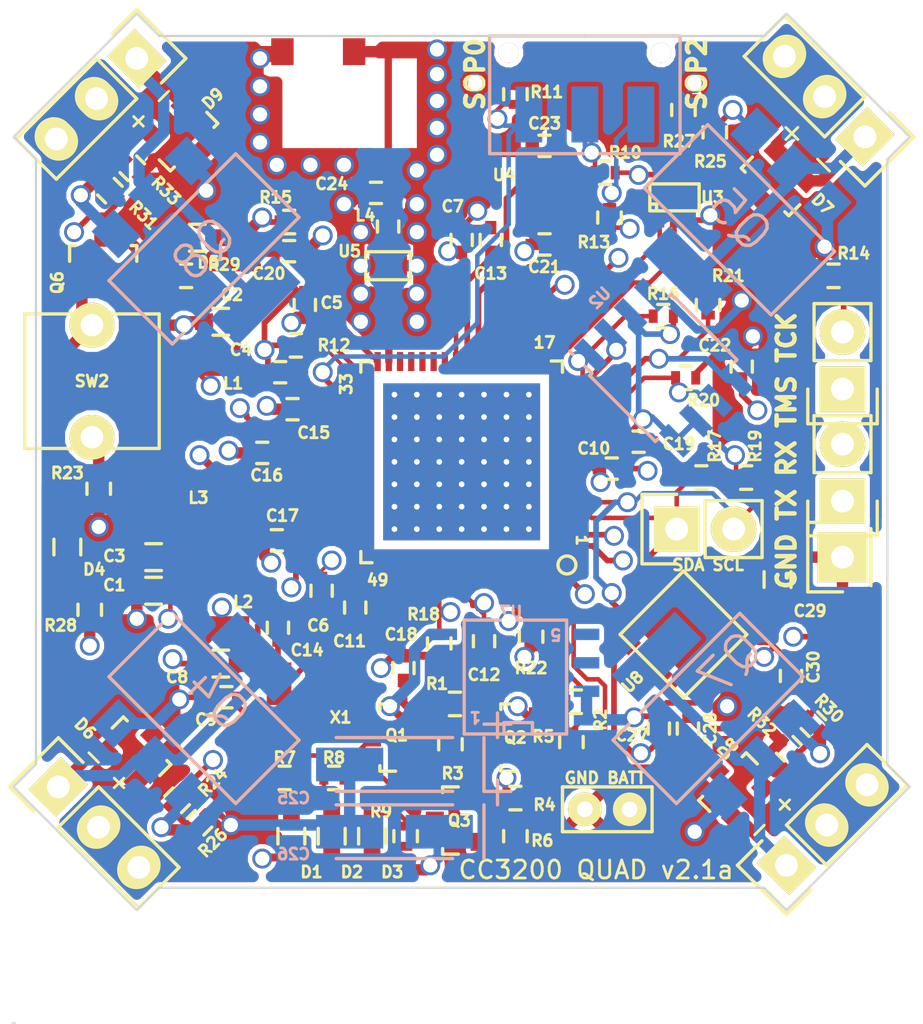
<source format=kicad_pcb>
(kicad_pcb (version 20171130) (host pcbnew "(5.1.12)-1")
  (layers (0 F.Cu signal) (1 In1.Cu signal) (2 In2.Cu signal) (31 B.Cu signal) (34 B.Paste user hide) (35 F.Paste user hide) (36 B.SilkS user hide) (37 F.SilkS user hide) (38 B.Mask user hide) (39 F.Mask user hide) (44 Edge.Cuts user))
  (net 0 "")
  (net 1 +BATT)
  (net 2 GND)
  (net 3 "Net-(C1-Pad1)")
  (net 4 "Net-(C2-Pad1)")
  (net 5 "Net-(C10-Pad1)")
  (net 6 "Net-(C9-Pad1)")
  (net 7 "Net-(C11-Pad1)")
  (net 8 "Net-(C13-Pad1)")
  (net 9 "Net-(C14-Pad1)")
  (net 10 +3.3V)
  (net 11 "Net-(C21-Pad1)")
  (net 12 "Net-(C23-Pad1)")
  (net 13 "Net-(D1-Pad2)")
  (net 14 "Net-(D2-Pad2)")
  (net 15 "Net-(D3-Pad2)")
  (net 16 "Net-(D4-Pad1)")
  (net 17 "Net-(D5-Pad2)")
  (net 18 "Net-(D6-Pad1)")
  (net 19 "Net-(D7-Pad1)")
  (net 20 "Net-(D8-Pad1)")
  (net 21 "Net-(D9-Pad1)")
  (net 22 "Net-(L1-Pad2)")
  (net 23 "Net-(L2-Pad2)")
  (net 24 "Net-(L3-Pad2)")
  (net 25 "Net-(L3-Pad1)")
  (net 26 "Net-(L4-Pad1)")
  (net 27 /Motor_PWM03)
  (net 28 /tx)
  (net 29 /rx)
  (net 30 "Net-(Q1-Pad1)")
  (net 31 "Net-(Q1-Pad3)")
  (net 32 "Net-(Q2-Pad1)")
  (net 33 "Net-(Q2-Pad3)")
  (net 34 "Net-(Q3-Pad1)")
  (net 35 "Net-(Q3-Pad3)")
  (net 36 "Net-(Q4-Pad1)")
  (net 37 "Net-(Q5-Pad1)")
  (net 38 "Net-(Q6-Pad3)")
  (net 39 "Net-(Q7-Pad1)")
  (net 40 "Net-(Q8-Pad1)")
  (net 41 /LED_1)
  (net 42 /LED_2)
  (net 43 /LED_3)
  (net 44 "Net-(R10-Pad2)")
  (net 45 "Net-(R11-Pad1)")
  (net 46 "Net-(R12-Pad1)")
  (net 47 "Net-(R13-Pad1)")
  (net 48 "Net-(R16-Pad2)")
  (net 49 "Net-(R20-Pad2)")
  (net 50 "Net-(R21-Pad2)")
  (net 51 "Net-(R23-Pad1)")
  (net 52 /Motor_PWM01)
  (net 53 /Motor_PWM02)
  (net 54 /Motor_PWM04)
  (net 55 /cc3200_camera_RF/RF)
  (net 56 "Net-(U1-Pad13)")
  (net 57 "Net-(C28-Pad1)")
  (net 58 "Net-(U1-Pad18)")
  (net 59 "Net-(U1-Pad17)")
  (net 60 "Net-(C29-Pad2)")
  (net 61 /cc3200_quad_accel/SDA)
  (net 62 /cc3200_quad_accel/SCL)
  (net 63 "Net-(P2-Pad1)")
  (net 64 "Net-(P2-Pad2)")
  (net 65 /~Reset)
  (module Housings_SOT-23_SOT-143_TSOT-6:SOT-23 (layer F.Cu) (at 162.1 104.5 45)
    (fp_text reference D8 (at 1.06066 -1.343503 45) (layer F.SilkS) (effects (font (size 0.5 0.5) (thickness 0.125))))
    (fp_text value BAT54)
    (pad 1 smd rect (at -0.95 1.00076 45) (size 0.8001 0.8001) (layers F.Cu F.Paste F.Mask) (net 20 "Net-(D8-Pad1)"))
    (pad 2 smd rect (at 0.95 1.00076 45) (size 0.8001 0.8001) (layers F.Cu F.Paste F.Mask) (net 1 +BATT))
    (pad 3 smd rect (at 0 -0.99822 45) (size 0.8001 0.8001) (layers F.Cu F.Paste F.Mask))
  )
  (module cc3200_quad_footprints:SOT-223 (layer B.Cu) (at 161 101 225)
    (fp_text reference Q7 (at -2.12132 0.707107 225) (layer B.SilkS) (effects (font (size 1.5 1.5)) (justify mirror)))
    (fp_text value BUK9832 hide)
    (pad 3 smd rect (at 2.3 -3.25 225) (size 1.4 1.7) (layers B.Cu B.Paste B.Mask) (net 2 GND))
    (pad 2 smd rect (at 0 -3.25 225) (size 1.4 1.7) (layers B.Cu B.Paste B.Mask) (net 20 "Net-(D8-Pad1)"))
    (pad 1 smd rect (at -2.3 -3.25 225) (size 1.4 1.7) (layers B.Cu B.Paste B.Mask) (net 39 "Net-(Q7-Pad1)"))
    (pad 2 smd rect (at 0 3.25 225) (size 4 1.7) (layers B.Cu B.Paste B.Mask) (net 20 "Net-(D8-Pad1)"))
  )
  (module Capacitors_SMD:C_0603 (layer F.Cu) (at 136.25 95.75 180)
    (fp_text reference C1 (at 1.75 0.25) (layer F.SilkS) (effects (font (size 0.5 0.5) (thickness 0.125))))
    (fp_text value 22uF)
    (pad 1 smd rect (at -0.75 0 180) (size 0.8 0.75) (layers F.Cu F.Paste F.Mask) (net 3 "Net-(C1-Pad1)"))
    (pad 2 smd rect (at 0.75 0 180) (size 0.8 0.75) (layers F.Cu F.Paste F.Mask) (net 2 GND))
  )
  (module Capacitors_SMD:C_0603 (layer F.Cu) (at 139.25 83.75 180)
    (fp_text reference C2 (at -0.5 1.2 180) (layer F.SilkS) (effects (font (size 0.5 0.5) (thickness 0.125))))
    (fp_text value 10uF)
    (pad 1 smd rect (at -0.75 0 180) (size 0.8 0.75) (layers F.Cu F.Paste F.Mask) (net 4 "Net-(C2-Pad1)"))
    (pad 2 smd rect (at 0.75 0 180) (size 0.8 0.75) (layers F.Cu F.Paste F.Mask) (net 2 GND))
  )
  (module Capacitors_SMD:C_0603 (layer F.Cu) (at 136.25 94.25 180)
    (fp_text reference C3 (at 1.75 0.05 180) (layer F.SilkS) (effects (font (size 0.5 0.5) (thickness 0.125))))
    (fp_text value 22uF)
    (pad 1 smd rect (at -0.75 0 180) (size 0.8 0.75) (layers F.Cu F.Paste F.Mask) (net 3 "Net-(C1-Pad1)"))
    (pad 2 smd rect (at 0.75 0 180) (size 0.8 0.75) (layers F.Cu F.Paste F.Mask) (net 2 GND))
  )
  (module Capacitors_SMD:C_0402 (layer F.Cu) (at 141.9 86 180)
    (fp_text reference C4 (at 1.75 1 180) (layer F.SilkS) (effects (font (size 0.5 0.5) (thickness 0.125))))
    (fp_text value 0.1uF)
    (pad 1 smd rect (at -0.55 0 180) (size 0.6 0.5) (layers F.Cu F.Paste F.Mask) (net 4 "Net-(C2-Pad1)"))
    (pad 2 smd rect (at 0.55 0 180) (size 0.6 0.5) (layers F.Cu F.Paste F.Mask) (net 2 GND))
  )
  (module Capacitors_SMD:C_0402 (layer F.Cu) (at 143 83 90)
    (fp_text reference C5 (at 0.1 1.2 180) (layer F.SilkS) (effects (font (size 0.5 0.5) (thickness 0.125))))
    (fp_text value 0.1uF)
    (pad 1 smd rect (at -0.55 0 90) (size 0.6 0.5) (layers F.Cu F.Paste F.Mask) (net 3 "Net-(C1-Pad1)"))
    (pad 2 smd rect (at 0.55 0 90) (size 0.6 0.5) (layers F.Cu F.Paste F.Mask) (net 2 GND))
  )
  (module Capacitors_SMD:C_0402 (layer F.Cu) (at 143.75 95.75 270)
    (fp_text reference C6 (at 1.55 0.15) (layer F.SilkS) (effects (font (size 0.5 0.5) (thickness 0.125))))
    (fp_text value 0.1uF)
    (pad 1 smd rect (at -0.55 0 270) (size 0.6 0.5) (layers F.Cu F.Paste F.Mask) (net 4 "Net-(C2-Pad1)"))
    (pad 2 smd rect (at 0.55 0 270) (size 0.6 0.5) (layers F.Cu F.Paste F.Mask) (net 2 GND))
  )
  (module Capacitors_SMD:C_0402 (layer F.Cu) (at 150 80.1 90)
    (fp_text reference C7 (at 1.5 -0.4 180) (layer F.SilkS) (effects (font (size 0.5 0.5) (thickness 0.125))))
    (fp_text value 0.1uF)
    (pad 1 smd rect (at -0.55 0 90) (size 0.6 0.5) (layers F.Cu F.Paste F.Mask) (net 4 "Net-(C2-Pad1)"))
    (pad 2 smd rect (at 0.55 0 90) (size 0.6 0.5) (layers F.Cu F.Paste F.Mask) (net 2 GND))
  )
  (module Capacitors_SMD:C_0603 (layer F.Cu) (at 139.25 99)
    (fp_text reference C8 (at -1.95 0.6 180) (layer F.SilkS) (effects (font (size 0.5 0.5) (thickness 0.125))))
    (fp_text value 10uF)
    (pad 1 smd rect (at -0.75 0) (size 0.8 0.75) (layers F.Cu F.Paste F.Mask) (net 5 "Net-(C10-Pad1)"))
    (pad 2 smd rect (at 0.75 0) (size 0.8 0.75) (layers F.Cu F.Paste F.Mask) (net 2 GND))
  )
  (module Capacitors_SMD:C_0402 (layer F.Cu) (at 139.5 100.5 180)
    (fp_text reference C9 (at 0.9 -1 180) (layer F.SilkS) (effects (font (size 0.5 0.5) (thickness 0.125))))
    (fp_text value 10pF)
    (pad 1 smd rect (at -0.55 0 180) (size 0.6 0.5) (layers F.Cu F.Paste F.Mask) (net 6 "Net-(C9-Pad1)"))
    (pad 2 smd rect (at 0.55 0 180) (size 0.6 0.5) (layers F.Cu F.Paste F.Mask) (net 2 GND))
  )
  (module Capacitors_SMD:C_0402 (layer F.Cu) (at 156.7 90.3)
    (fp_text reference C10 (at -0.8 -0.9 180) (layer F.SilkS) (effects (font (size 0.5 0.5) (thickness 0.125))))
    (fp_text value 0.1uF)
    (pad 1 smd rect (at -0.55 0) (size 0.6 0.5) (layers F.Cu F.Paste F.Mask) (net 5 "Net-(C10-Pad1)"))
    (pad 2 smd rect (at 0.55 0) (size 0.6 0.5) (layers F.Cu F.Paste F.Mask) (net 2 GND))
  )
  (module Capacitors_SMD:C_0402 (layer F.Cu) (at 145.25 96.5 270)
    (fp_text reference C11 (at 1.5 0.25) (layer F.SilkS) (effects (font (size 0.5 0.5) (thickness 0.125))))
    (fp_text value 0.1uF)
    (pad 1 smd rect (at -0.55 0 270) (size 0.6 0.5) (layers F.Cu F.Paste F.Mask) (net 7 "Net-(C11-Pad1)"))
    (pad 2 smd rect (at 0.55 0 270) (size 0.6 0.5) (layers F.Cu F.Paste F.Mask) (net 2 GND))
  )
  (module Capacitors_SMD:C_0402 (layer F.Cu) (at 151 98 270)
    (fp_text reference C12 (at 1.5 0) (layer F.SilkS) (effects (font (size 0.5 0.5) (thickness 0.125))))
    (fp_text value 0.1uF)
    (pad 1 smd rect (at -0.55 0 270) (size 0.6 0.5) (layers F.Cu F.Paste F.Mask) (net 5 "Net-(C10-Pad1)"))
    (pad 2 smd rect (at 0.55 0 270) (size 0.6 0.5) (layers F.Cu F.Paste F.Mask) (net 2 GND))
  )
  (module Capacitors_SMD:C_0402 (layer F.Cu) (at 151.3 80.1 90)
    (fp_text reference C13 (at -1.5 0 180) (layer F.SilkS) (effects (font (size 0.5 0.5) (thickness 0.125))))
    (fp_text value 0.1uF)
    (pad 1 smd rect (at -0.55 0 90) (size 0.6 0.5) (layers F.Cu F.Paste F.Mask) (net 8 "Net-(C13-Pad1)"))
    (pad 2 smd rect (at 0.55 0 90) (size 0.6 0.5) (layers F.Cu F.Paste F.Mask) (net 2 GND))
  )
  (module Capacitors_SMD:C_0402 (layer F.Cu) (at 141.8 97.4 90)
    (fp_text reference C14 (at -1 1.3) (layer F.SilkS) (effects (font (size 0.5 0.5) (thickness 0.125))))
    (fp_text value 10pF)
    (pad 1 smd rect (at -0.55 0 90) (size 0.6 0.5) (layers F.Cu F.Paste F.Mask) (net 9 "Net-(C14-Pad1)"))
    (pad 2 smd rect (at 0.55 0 90) (size 0.6 0.5) (layers F.Cu F.Paste F.Mask) (net 2 GND))
  )
  (module Capacitors_SMD:C_0402 (layer F.Cu) (at 142.45 87.65 180)
    (fp_text reference C15 (at -0.95 -1.05) (layer F.SilkS) (effects (font (size 0.5 0.5) (thickness 0.125))))
    (fp_text value 4.7uF)
    (pad 1 smd rect (at -0.55 0 180) (size 0.6 0.5) (layers F.Cu F.Paste F.Mask) (net 10 +3.3V))
    (pad 2 smd rect (at 0.55 0 180) (size 0.6 0.5) (layers F.Cu F.Paste F.Mask) (net 2 GND))
  )
  (module Capacitors_SMD:C_0402 (layer F.Cu) (at 141.1 89.6 180)
    (fp_text reference C16 (at -0.2 -1 180) (layer F.SilkS) (effects (font (size 0.5 0.5) (thickness 0.125))))
    (fp_text value 4.7uF)
    (pad 1 smd rect (at -0.55 0 180) (size 0.6 0.5) (layers F.Cu F.Paste F.Mask) (net 10 +3.3V))
    (pad 2 smd rect (at 0.55 0 180) (size 0.6 0.5) (layers F.Cu F.Paste F.Mask) (net 2 GND))
  )
  (module Capacitors_SMD:C_0402 (layer F.Cu) (at 141.75 93.5 180)
    (fp_text reference C17 (at -0.25 1.1 180) (layer F.SilkS) (effects (font (size 0.5 0.5) (thickness 0.125))))
    (fp_text value 4.7uF)
    (pad 1 smd rect (at -0.55 0 180) (size 0.6 0.5) (layers F.Cu F.Paste F.Mask) (net 10 +3.3V))
    (pad 2 smd rect (at 0.55 0 180) (size 0.6 0.5) (layers F.Cu F.Paste F.Mask) (net 2 GND))
  )
  (module Capacitors_SMD:C_0402 (layer F.Cu) (at 147.4 99.2 270)
    (fp_text reference C18 (at -1.5 0.1) (layer F.SilkS) (effects (font (size 0.5 0.5) (thickness 0.125))))
    (fp_text value 0.1uF)
    (pad 1 smd rect (at -0.55 0 270) (size 0.6 0.5) (layers F.Cu F.Paste F.Mask) (net 10 +3.3V))
    (pad 2 smd rect (at 0.55 0 270) (size 0.6 0.5) (layers F.Cu F.Paste F.Mask) (net 2 GND))
  )
  (module Capacitors_SMD:C_0402 (layer F.Cu) (at 157.9 89.1)
    (fp_text reference C19 (at 1.8 0.1) (layer F.SilkS) (effects (font (size 0.5 0.5) (thickness 0.125))))
    (fp_text value 0.1uF)
    (pad 1 smd rect (at -0.55 0) (size 0.6 0.5) (layers F.Cu F.Paste F.Mask) (net 10 +3.3V))
    (pad 2 smd rect (at 0.55 0) (size 0.6 0.5) (layers F.Cu F.Paste F.Mask) (net 2 GND))
  )
  (module Capacitors_SMD:C_0402 (layer F.Cu) (at 142.3 80.6 180)
    (fp_text reference C20 (at 0.9 -1) (layer F.SilkS) (effects (font (size 0.5 0.5) (thickness 0.125))))
    (fp_text value 0.1uF)
    (pad 1 smd rect (at -0.55 0 180) (size 0.6 0.5) (layers F.Cu F.Paste F.Mask) (net 65 /~Reset))
    (pad 2 smd rect (at 0.55 0 180) (size 0.6 0.5) (layers F.Cu F.Paste F.Mask) (net 2 GND))
  )
  (module Capacitors_SMD:C_0402 (layer F.Cu) (at 153.7 80.3 180)
    (fp_text reference C21 (at 0 -1 180) (layer F.SilkS) (effects (font (size 0.5 0.5) (thickness 0.125))))
    (fp_text value 6.2pF)
    (pad 1 smd rect (at -0.55 0 180) (size 0.6 0.5) (layers F.Cu F.Paste F.Mask) (net 11 "Net-(C21-Pad1)"))
    (pad 2 smd rect (at 0.55 0 180) (size 0.6 0.5) (layers F.Cu F.Paste F.Mask) (net 2 GND))
  )
  (module Capacitors_SMD:C_0402 (layer F.Cu) (at 162.5 85.75 90)
    (fp_text reference C22 (at 0.95 -1.2) (layer F.SilkS) (effects (font (size 0.5 0.5) (thickness 0.125))))
    (fp_text value 0.1uF)
    (pad 1 smd rect (at -0.55 0 90) (size 0.6 0.5) (layers F.Cu F.Paste F.Mask) (net 10 +3.3V))
    (pad 2 smd rect (at 0.55 0 90) (size 0.6 0.5) (layers F.Cu F.Paste F.Mask) (net 2 GND))
  )
  (module Capacitors_SMD:C_0402 (layer F.Cu) (at 153.7 75.9)
    (fp_text reference C23 (at 0 -1) (layer F.SilkS) (effects (font (size 0.5 0.5) (thickness 0.125))))
    (fp_text value 6.2pF)
    (pad 1 smd rect (at -0.55 0) (size 0.6 0.5) (layers F.Cu F.Paste F.Mask) (net 12 "Net-(C23-Pad1)"))
    (pad 2 smd rect (at 0.55 0) (size 0.6 0.5) (layers F.Cu F.Paste F.Mask) (net 2 GND))
  )
  (module Capacitors_SMD:C_0402 (layer F.Cu) (at 146.1746 78 180)
    (fp_text reference C24 (at 1.9746 0.4 180) (layer F.SilkS) (effects (font (size 0.5 0.5) (thickness 0.125))))
    (fp_text value 1.0pF)
    (pad 1 smd rect (at -0.55 0 180) (size 0.6 0.5) (layers F.Cu F.Paste F.Mask) (net 2 GND))
    (pad 2 smd rect (at 0.55 0 180) (size 0.6 0.5) (layers F.Cu F.Paste F.Mask) (net 2 GND))
  )
  (module Capacitors_SMD:C_0603_HandSoldering (layer F.Cu) (at 142.4 106.7 90)
    (fp_text reference D1 (at -1.6 0.9 180) (layer F.SilkS) (effects (font (size 0.5 0.5) (thickness 0.125))))
    (fp_text value LED)
    (pad 1 smd rect (at -0.95 0 90) (size 1.2 0.75) (layers F.Cu F.Paste F.Mask) (net 10 +3.3V))
    (pad 2 smd rect (at 0.95 0 90) (size 1.2 0.75) (layers F.Cu F.Paste F.Mask) (net 13 "Net-(D1-Pad2)"))
  )
  (module Capacitors_SMD:C_0603_HandSoldering (layer F.Cu) (at 144.2 106.7 90)
    (fp_text reference D2 (at -1.6 0.9 180) (layer F.SilkS) (effects (font (size 0.5 0.5) (thickness 0.125))))
    (fp_text value LED)
    (pad 1 smd rect (at -0.95 0 90) (size 1.2 0.75) (layers F.Cu F.Paste F.Mask) (net 10 +3.3V))
    (pad 2 smd rect (at 0.95 0 90) (size 1.2 0.75) (layers F.Cu F.Paste F.Mask) (net 14 "Net-(D2-Pad2)"))
  )
  (module Capacitors_SMD:C_0603_HandSoldering (layer F.Cu) (at 146 106.7 90)
    (fp_text reference D3 (at -1.6 0.9 180) (layer F.SilkS) (effects (font (size 0.5 0.5) (thickness 0.125))))
    (fp_text value LED)
    (pad 1 smd rect (at -0.95 0 90) (size 1.2 0.75) (layers F.Cu F.Paste F.Mask) (net 10 +3.3V))
    (pad 2 smd rect (at 0.95 0 90) (size 1.2 0.75) (layers F.Cu F.Paste F.Mask) (net 15 "Net-(D3-Pad2)"))
  )
  (module Capacitors_SMD:C_0603 (layer F.Cu) (at 132.4 93.8 90)
    (fp_text reference D4 (at -1 1.2 180) (layer F.SilkS) (effects (font (size 0.5 0.5) (thickness 0.125))))
    (fp_text value CD0603-B00340)
    (pad 1 smd rect (at -0.75 0 90) (size 0.8 0.75) (layers F.Cu F.Paste F.Mask) (net 16 "Net-(D4-Pad1)"))
    (pad 2 smd rect (at 0.75 0 90) (size 0.8 0.75) (layers F.Cu F.Paste F.Mask) (net 65 /~Reset))
  )
  (module Capacitors_SMD:C_0603_HandSoldering (layer F.Cu) (at 138.2 80 180)
    (fp_text reference D5 (at -0.5 -1.1) (layer F.SilkS) (effects (font (size 0.5 0.5) (thickness 0.125))))
    (fp_text value LED)
    (pad 1 smd rect (at -0.95 0 180) (size 1.2 0.75) (layers F.Cu F.Paste F.Mask) (net 10 +3.3V))
    (pad 2 smd rect (at 0.95 0 180) (size 1.2 0.75) (layers F.Cu F.Paste F.Mask) (net 17 "Net-(D5-Pad2)"))
  )
  (module Housings_SOT-23_SOT-143_TSOT-6:SOT-23 (layer F.Cu) (at 135.5 102.9 315)
    (fp_text reference D6 (at -2.333452 0.919239 315) (layer F.SilkS) (effects (font (size 0.5 0.5) (thickness 0.125))))
    (fp_text value BAT54)
    (pad 1 smd rect (at -0.95 1.00076 315) (size 0.8001 0.8001) (layers F.Cu F.Paste F.Mask) (net 18 "Net-(D6-Pad1)"))
    (pad 2 smd rect (at 0.95 1.00076 315) (size 0.8001 0.8001) (layers F.Cu F.Paste F.Mask) (net 1 +BATT))
    (pad 3 smd rect (at 0 -0.99822 315) (size 0.8001 0.8001) (layers F.Cu F.Paste F.Mask))
  )
  (module Housings_SOT-23_SOT-143_TSOT-6:SOT-23 (layer F.Cu) (at 164 77.5 135)
    (fp_text reference D7 (at -2.192031 0.777817 135) (layer F.SilkS) (effects (font (size 0.5 0.5) (thickness 0.125))))
    (fp_text value BAT54)
    (pad 1 smd rect (at -0.95 1.00076 135) (size 0.8001 0.8001) (layers F.Cu F.Paste F.Mask) (net 19 "Net-(D7-Pad1)"))
    (pad 2 smd rect (at 0.95 1.00076 135) (size 0.8001 0.8001) (layers F.Cu F.Paste F.Mask) (net 1 +BATT))
    (pad 3 smd rect (at 0 -0.99822 135) (size 0.8001 0.8001) (layers F.Cu F.Paste F.Mask))
  )
  (module Housings_SOT-23_SOT-143_TSOT-6:SOT-23 (layer F.Cu) (at 137.6 75.5 225)
    (fp_text reference D9 (at -2.12132 0.282843 225) (layer F.SilkS) (effects (font (size 0.5 0.5) (thickness 0.125))))
    (fp_text value BAT54)
    (pad 1 smd rect (at -0.95 1.00076 225) (size 0.8001 0.8001) (layers F.Cu F.Paste F.Mask) (net 21 "Net-(D9-Pad1)"))
    (pad 2 smd rect (at 0.95 1.00076 225) (size 0.8001 0.8001) (layers F.Cu F.Paste F.Mask) (net 1 +BATT))
    (pad 3 smd rect (at 0 -0.99822 225) (size 0.8001 0.8001) (layers F.Cu F.Paste F.Mask))
  )
  (module Inductors_NEOSID:Neosid_Inductor_SM-NE29_SMD1008 (layer F.Cu) (at 138.1 86.8 270)
    (fp_text reference L1 (at -0.3 -1.7) (layer F.SilkS) (effects (font (size 0.5 0.5) (thickness 0.125))))
    (fp_text value 2.2uH)
    (pad 2 smd rect (at 1.14554 0 270) (size 1.02108 2.54) (layers F.Cu F.Paste F.Mask) (net 22 "Net-(L1-Pad2)"))
    (pad 1 smd rect (at -1.14554 0 270) (size 1.02108 2.54) (layers F.Cu F.Paste F.Mask) (net 4 "Net-(C2-Pad1)"))
  )
  (module Inductors_NEOSID:Neosid_Inductor_SM-NE29_SMD1008 (layer F.Cu) (at 139.25 96.25 90)
    (fp_text reference L2 (at 0 1 180) (layer F.SilkS) (effects (font (size 0.5 0.5) (thickness 0.125))))
    (fp_text value 2.2uH)
    (pad 2 smd rect (at 1.14554 0 90) (size 1.02108 2.54) (layers F.Cu F.Paste F.Mask) (net 23 "Net-(L2-Pad2)"))
    (pad 1 smd rect (at -1.14554 0 90) (size 1.02108 2.54) (layers F.Cu F.Paste F.Mask) (net 5 "Net-(C10-Pad1)"))
  )
  (module Inductors_NEOSID:Neosid_Inductor_SM-NE29_SMD1008 (layer F.Cu) (at 136.25 91.5 90)
    (fp_text reference L3 (at -0.1 2 180) (layer F.SilkS) (effects (font (size 0.5 0.5) (thickness 0.125))))
    (fp_text value 1uH)
    (pad 2 smd rect (at 1.14554 0 90) (size 1.02108 2.54) (layers F.Cu F.Paste F.Mask) (net 24 "Net-(L3-Pad2)"))
    (pad 1 smd rect (at -1.14554 0 90) (size 1.02108 2.54) (layers F.Cu F.Paste F.Mask) (net 25 "Net-(L3-Pad1)"))
  )
  (module Capacitors_SMD:C_0402 (layer F.Cu) (at 146.718 79.5 90)
    (fp_text reference L4 (at 0.5 -1.018 180) (layer F.SilkS) (effects (font (size 0.5 0.5) (thickness 0.125))))
    (fp_text value 3.6nH)
    (pad 1 smd rect (at -0.55 0 90) (size 0.6 0.5) (layers F.Cu F.Paste F.Mask) (net 26 "Net-(L4-Pad1)"))
    (pad 2 smd rect (at 0.55 0 90) (size 0.6 0.5) (layers F.Cu F.Paste F.Mask) (net 2 GND))
  )
  (module Pin_Headers:Pin_Header_Straight_1x02 (layer F.Cu) (at 167 91.75 180)
    (fp_text reference P3 (at -0.5 4.8 270) (layer F.SilkS) (effects (font (size 0.5 0.5) (thickness 0.125))))
    (fp_text value CONN_01X02)
    (pad 1 thru_hole rect (at 0 0 180) (size 2.032 2.032) (drill 1.016) (layers *.Cu *.Mask F.SilkS) (net 28 /tx))
    (pad 2 thru_hole oval (at 0 2.54 180) (size 2.032 2.032) (drill 1.016) (layers *.Cu *.Mask F.SilkS) (net 29 /rx))
  )
  (module Housings_SOT-23_SOT-143_TSOT-6:SOT-23 (layer F.Cu) (at 147 102.3 90)
    (fp_text reference Q1 (at 0.1 0.1 180) (layer F.SilkS) (effects (font (size 0.5 0.5) (thickness 0.125))))
    (fp_text value BSS138)
    (pad 1 smd rect (at -0.95 1.00076 90) (size 0.8001 0.8001) (layers F.Cu F.Paste F.Mask) (net 30 "Net-(Q1-Pad1)"))
    (pad 2 smd rect (at 0.95 1.00076 90) (size 0.8001 0.8001) (layers F.Cu F.Paste F.Mask) (net 2 GND))
    (pad 3 smd rect (at 0 -0.99822 90) (size 0.8001 0.8001) (layers F.Cu F.Paste F.Mask) (net 31 "Net-(Q1-Pad3)"))
  )
  (module Housings_SOT-23_SOT-143_TSOT-6:SOT-23 (layer F.Cu) (at 152.4 102.3 90)
    (fp_text reference Q2 (at 0 0 180) (layer F.SilkS) (effects (font (size 0.5 0.5) (thickness 0.125))))
    (fp_text value BSS138)
    (pad 1 smd rect (at -0.95 1.00076 90) (size 0.8001 0.8001) (layers F.Cu F.Paste F.Mask) (net 32 "Net-(Q2-Pad1)"))
    (pad 2 smd rect (at 0.95 1.00076 90) (size 0.8001 0.8001) (layers F.Cu F.Paste F.Mask) (net 2 GND))
    (pad 3 smd rect (at 0 -0.99822 90) (size 0.8001 0.8001) (layers F.Cu F.Paste F.Mask) (net 33 "Net-(Q2-Pad3)"))
  )
  (module Housings_SOT-23_SOT-143_TSOT-6:SOT-23 (layer F.Cu) (at 149.8 106 90)
    (fp_text reference Q3 (at 0 0.1 180) (layer F.SilkS) (effects (font (size 0.5 0.5) (thickness 0.125))))
    (fp_text value BSS138)
    (pad 1 smd rect (at -0.95 1.00076 90) (size 0.8001 0.8001) (layers F.Cu F.Paste F.Mask) (net 34 "Net-(Q3-Pad1)"))
    (pad 2 smd rect (at 0.95 1.00076 90) (size 0.8001 0.8001) (layers F.Cu F.Paste F.Mask) (net 2 GND))
    (pad 3 smd rect (at 0 -0.99822 90) (size 0.8001 0.8001) (layers F.Cu F.Paste F.Mask) (net 35 "Net-(Q3-Pad3)"))
  )
  (module cc3200_quad_footprints:SOT-223 (layer B.Cu) (at 138.5 101 135)
    (fp_text reference Q4 (at -0.141421 0.707107 135) (layer B.SilkS) (effects (font (size 1.5 1.5)) (justify mirror)))
    (fp_text value BUK9832 hide)
    (pad 3 smd rect (at 2.3 -3.25 135) (size 1.4 1.7) (layers B.Cu B.Paste B.Mask) (net 2 GND))
    (pad 2 smd rect (at 0 -3.25 135) (size 1.4 1.7) (layers B.Cu B.Paste B.Mask) (net 18 "Net-(D6-Pad1)"))
    (pad 1 smd rect (at -2.3 -3.25 135) (size 1.4 1.7) (layers B.Cu B.Paste B.Mask) (net 36 "Net-(Q4-Pad1)"))
    (pad 2 smd rect (at 0 3.25 135) (size 4 1.7) (layers B.Cu B.Paste B.Mask) (net 18 "Net-(D6-Pad1)"))
  )
  (module cc3200_quad_footprints:SOT-223 (layer B.Cu) (at 162.4 79.2 315)
    (fp_text reference Q5 (at 0 0 315) (layer B.SilkS) (effects (font (size 1.5 1.5)) (justify mirror)))
    (fp_text value BUK9832 hide)
    (pad 3 smd rect (at 2.3 -3.25 315) (size 1.4 1.7) (layers B.Cu B.Paste B.Mask) (net 2 GND))
    (pad 2 smd rect (at 0 -3.25 315) (size 1.4 1.7) (layers B.Cu B.Paste B.Mask) (net 19 "Net-(D7-Pad1)"))
    (pad 1 smd rect (at -2.3 -3.25 315) (size 1.4 1.7) (layers B.Cu B.Paste B.Mask) (net 37 "Net-(Q5-Pad1)"))
    (pad 2 smd rect (at 0 3.25 315) (size 4 1.7) (layers B.Cu B.Paste B.Mask) (net 19 "Net-(D7-Pad1)"))
  )
  (module Housings_SOT-23_SOT-143_TSOT-6:SOT-23 (layer F.Cu) (at 134 81)
    (fp_text reference Q6 (at -2.05 1 90) (layer F.SilkS) (effects (font (size 0.5 0.5) (thickness 0.125))))
    (fp_text value BSS138)
    (pad 1 smd rect (at -0.95 1.00076) (size 0.8001 0.8001) (layers F.Cu F.Paste F.Mask) (net 65 /~Reset))
    (pad 2 smd rect (at 0.95 1.00076) (size 0.8001 0.8001) (layers F.Cu F.Paste F.Mask) (net 2 GND))
    (pad 3 smd rect (at 0 -0.99822) (size 0.8001 0.8001) (layers F.Cu F.Paste F.Mask) (net 38 "Net-(Q6-Pad3)"))
  )
  (module cc3200_quad_footprints:SOT-223 (layer B.Cu) (at 138.5 80.5 45)
    (fp_text reference Q8 (at 0 0 45) (layer B.SilkS) (effects (font (size 1.5 1.5)) (justify mirror)))
    (fp_text value BUK9832 hide)
    (pad 3 smd rect (at 2.3 -3.25 45) (size 1.4 1.7) (layers B.Cu B.Paste B.Mask) (net 2 GND))
    (pad 2 smd rect (at 0 -3.25 45) (size 1.4 1.7) (layers B.Cu B.Paste B.Mask) (net 21 "Net-(D9-Pad1)"))
    (pad 1 smd rect (at -2.3 -3.25 45) (size 1.4 1.7) (layers B.Cu B.Paste B.Mask) (net 40 "Net-(Q8-Pad1)"))
    (pad 2 smd rect (at 0 3.25 45) (size 4 1.7) (layers B.Cu B.Paste B.Mask) (net 21 "Net-(D9-Pad1)"))
  )
  (module Resistors_SMD:R_0402 (layer F.Cu) (at 149.7 100.8)
    (fp_text reference R1 (at -0.8 -0.9 180) (layer F.SilkS) (effects (font (size 0.5 0.5) (thickness 0.125))))
    (fp_text value 100k)
    (pad 1 smd rect (at -0.45 0) (size 0.4 0.6) (layers F.Cu F.Paste F.Mask) (net 2 GND))
    (pad 2 smd rect (at 0.45 0) (size 0.4 0.6) (layers F.Cu F.Paste F.Mask) (net 41 /LED_1))
  )
  (module Resistors_SMD:R_0402 (layer F.Cu) (at 155.1 100.7)
    (fp_text reference R2 (at 1.1 0.8 270) (layer F.SilkS) (effects (font (size 0.5 0.5) (thickness 0.125))))
    (fp_text value 100k)
    (pad 1 smd rect (at -0.45 0) (size 0.4 0.6) (layers F.Cu F.Paste F.Mask) (net 2 GND))
    (pad 2 smd rect (at 0.45 0) (size 0.4 0.6) (layers F.Cu F.Paste F.Mask) (net 42 /LED_2))
  )
  (module Resistors_SMD:R_0402 (layer F.Cu) (at 149.5 102.6 90)
    (fp_text reference R3 (at -1.3 0.1 180) (layer F.SilkS) (effects (font (size 0.5 0.5) (thickness 0.125))))
    (fp_text value 10k)
    (pad 1 smd rect (at -0.45 0 90) (size 0.4 0.6) (layers F.Cu F.Paste F.Mask) (net 30 "Net-(Q1-Pad1)"))
    (pad 2 smd rect (at 0.45 0 90) (size 0.4 0.6) (layers F.Cu F.Paste F.Mask) (net 41 /LED_1))
  )
  (module Resistors_SMD:R_0402 (layer F.Cu) (at 152.4 105)
    (fp_text reference R4 (at 1.3 0.3) (layer F.SilkS) (effects (font (size 0.5 0.5) (thickness 0.125))))
    (fp_text value 100k)
    (pad 1 smd rect (at -0.45 0) (size 0.4 0.6) (layers F.Cu F.Paste F.Mask) (net 2 GND))
    (pad 2 smd rect (at 0.45 0) (size 0.4 0.6) (layers F.Cu F.Paste F.Mask) (net 43 /LED_3))
  )
  (module Resistors_SMD:R_0402 (layer F.Cu) (at 154.9 102.5 90)
    (fp_text reference R5 (at 0.25 -1.25) (layer F.SilkS) (effects (font (size 0.5 0.5) (thickness 0.125))))
    (fp_text value 10k)
    (pad 1 smd rect (at -0.45 0 90) (size 0.4 0.6) (layers F.Cu F.Paste F.Mask) (net 32 "Net-(Q2-Pad1)"))
    (pad 2 smd rect (at 0.45 0 90) (size 0.4 0.6) (layers F.Cu F.Paste F.Mask) (net 42 /LED_2))
  )
  (module Resistors_SMD:R_0402 (layer F.Cu) (at 152.4 106.7 90)
    (fp_text reference R6 (at -0.2 1.2) (layer F.SilkS) (effects (font (size 0.5 0.5) (thickness 0.125))))
    (fp_text value 10k)
    (pad 1 smd rect (at -0.45 0 90) (size 0.4 0.6) (layers F.Cu F.Paste F.Mask) (net 34 "Net-(Q3-Pad1)"))
    (pad 2 smd rect (at 0.45 0 90) (size 0.4 0.6) (layers F.Cu F.Paste F.Mask) (net 43 /LED_3))
  )
  (module Resistors_SMD:R_0402 (layer F.Cu) (at 142.1 104.1)
    (fp_text reference R7 (at 0 -0.9) (layer F.SilkS) (effects (font (size 0.5 0.5) (thickness 0.125))))
    (fp_text value 270)
    (pad 1 smd rect (at -0.45 0) (size 0.4 0.6) (layers F.Cu F.Paste F.Mask) (net 13 "Net-(D1-Pad2)"))
    (pad 2 smd rect (at 0.45 0) (size 0.4 0.6) (layers F.Cu F.Paste F.Mask) (net 31 "Net-(Q1-Pad3)"))
  )
  (module Resistors_SMD:R_0402 (layer F.Cu) (at 144.3 104.1)
    (fp_text reference R8 (at 0 -0.9) (layer F.SilkS) (effects (font (size 0.5 0.5) (thickness 0.125))))
    (fp_text value 270)
    (pad 1 smd rect (at -0.45 0) (size 0.4 0.6) (layers F.Cu F.Paste F.Mask) (net 14 "Net-(D2-Pad2)"))
    (pad 2 smd rect (at 0.45 0) (size 0.4 0.6) (layers F.Cu F.Paste F.Mask) (net 33 "Net-(Q2-Pad3)"))
  )
  (module Resistors_SMD:R_0402 (layer F.Cu) (at 147.5 106.7 270)
    (fp_text reference R9 (at -1.1 1.1) (layer F.SilkS) (effects (font (size 0.5 0.5) (thickness 0.125))))
    (fp_text value 270)
    (pad 1 smd rect (at -0.45 0 270) (size 0.4 0.6) (layers F.Cu F.Paste F.Mask) (net 15 "Net-(D3-Pad2)"))
    (pad 2 smd rect (at 0.45 0 270) (size 0.4 0.6) (layers F.Cu F.Paste F.Mask) (net 35 "Net-(Q3-Pad3)"))
  )
  (module Resistors_SMD:R_0402 (layer F.Cu) (at 156.4 77.1 180)
    (fp_text reference R10 (at -0.9 0.9 180) (layer F.SilkS) (effects (font (size 0.5 0.5) (thickness 0.125))))
    (fp_text value 270)
    (pad 1 smd rect (at -0.45 0 180) (size 0.4 0.6) (layers F.Cu F.Paste F.Mask) (net 10 +3.3V))
    (pad 2 smd rect (at 0.45 0 180) (size 0.4 0.6) (layers F.Cu F.Paste F.Mask) (net 44 "Net-(R10-Pad2)"))
  )
  (module Resistors_SMD:R_0402 (layer F.Cu) (at 152.4 73.6 90)
    (fp_text reference R11 (at 0.1 1.4 180) (layer F.SilkS) (effects (font (size 0.5 0.5) (thickness 0.125))))
    (fp_text value 100k)
    (pad 1 smd rect (at -0.45 0 90) (size 0.4 0.6) (layers F.Cu F.Paste F.Mask) (net 45 "Net-(R11-Pad1)"))
    (pad 2 smd rect (at 0.45 0 90) (size 0.4 0.6) (layers F.Cu F.Paste F.Mask) (net 2 GND))
  )
  (module Resistors_SMD:R_0402 (layer F.Cu) (at 142.6 84.8 180)
    (fp_text reference R12 (at -1.7 0 180) (layer F.SilkS) (effects (font (size 0.5 0.5) (thickness 0.125))))
    (fp_text value 100k)
    (pad 1 smd rect (at -0.45 0 180) (size 0.4 0.6) (layers F.Cu F.Paste F.Mask) (net 46 "Net-(R12-Pad1)"))
    (pad 2 smd rect (at 0.45 0 180) (size 0.4 0.6) (layers F.Cu F.Paste F.Mask) (net 2 GND))
  )
  (module Resistors_SMD:R_0402 (layer F.Cu) (at 156.6 79.1 270)
    (fp_text reference R13 (at 1.1 0.7) (layer F.SilkS) (effects (font (size 0.5 0.5) (thickness 0.125))))
    (fp_text value 2.7k)
    (pad 1 smd rect (at -0.45 0 270) (size 0.4 0.6) (layers F.Cu F.Paste F.Mask) (net 47 "Net-(R13-Pad1)"))
    (pad 2 smd rect (at 0.45 0 270) (size 0.4 0.6) (layers F.Cu F.Paste F.Mask) (net 2 GND))
  )
  (module Resistors_SMD:R_0402 (layer F.Cu) (at 166.6 81.7)
    (fp_text reference R14 (at 0.9 -1 180) (layer F.SilkS) (effects (font (size 0.5 0.5) (thickness 0.125))))
    (fp_text value 100k)
    (pad 1 smd rect (at -0.45 0) (size 0.4 0.6) (layers F.Cu F.Paste F.Mask) (net 2 GND))
    (pad 2 smd rect (at 0.45 0) (size 0.4 0.6) (layers F.Cu F.Paste F.Mask) (net 64 "Net-(P2-Pad2)"))
  )
  (module Resistors_SMD:R_0402 (layer F.Cu) (at 142.3 79.3)
    (fp_text reference R15 (at -0.6 -1.1 180) (layer F.SilkS) (effects (font (size 0.5 0.5) (thickness 0.125))))
    (fp_text value 100k)
    (pad 1 smd rect (at -0.45 0) (size 0.4 0.6) (layers F.Cu F.Paste F.Mask) (net 10 +3.3V))
    (pad 2 smd rect (at 0.45 0) (size 0.4 0.6) (layers F.Cu F.Paste F.Mask) (net 65 /~Reset))
  )
  (module Resistors_SMD:R_0402 (layer F.Cu) (at 159 83.5 180)
    (fp_text reference R16 (at 0 1 180) (layer F.SilkS) (effects (font (size 0.5 0.5) (thickness 0.125))))
    (fp_text value 100k)
    (pad 1 smd rect (at -0.45 0 180) (size 0.4 0.6) (layers F.Cu F.Paste F.Mask) (net 10 +3.3V))
    (pad 2 smd rect (at 0.45 0 180) (size 0.4 0.6) (layers F.Cu F.Paste F.Mask) (net 48 "Net-(R16-Pad2)"))
  )
  (module Resistors_SMD:R_0402 (layer F.Cu) (at 160.7 90.7 180)
    (fp_text reference R17 (at -0.6 1.4 90) (layer F.SilkS) (effects (font (size 0.5 0.5) (thickness 0.125))))
    (fp_text value 1k)
    (pad 1 smd rect (at -0.45 0 180) (size 0.4 0.6) (layers F.Cu F.Paste F.Mask) (net 10 +3.3V))
    (pad 2 smd rect (at 0.45 0 180) (size 0.4 0.6) (layers F.Cu F.Paste F.Mask) (net 62 /cc3200_quad_accel/SCL))
  )
  (module Resistors_SMD:R_0402 (layer F.Cu) (at 149 98.1 90)
    (fp_text reference R18 (at 1.3 -0.7) (layer F.SilkS) (effects (font (size 0.5 0.5) (thickness 0.125))))
    (fp_text value 100k)
    (pad 1 smd rect (at -0.45 0 90) (size 0.4 0.6) (layers F.Cu F.Paste F.Mask) (net 10 +3.3V))
    (pad 2 smd rect (at 0.45 0 90) (size 0.4 0.6) (layers F.Cu F.Paste F.Mask) (net 28 /tx))
  )
  (module Resistors_SMD:R_0402 (layer F.Cu) (at 162.7 90.7)
    (fp_text reference R19 (at 0.4 -1.4 270) (layer F.SilkS) (effects (font (size 0.5 0.5) (thickness 0.125))))
    (fp_text value 1k)
    (pad 1 smd rect (at -0.45 0) (size 0.4 0.6) (layers F.Cu F.Paste F.Mask) (net 10 +3.3V))
    (pad 2 smd rect (at 0.45 0) (size 0.4 0.6) (layers F.Cu F.Paste F.Mask) (net 61 /cc3200_quad_accel/SDA))
  )
  (module Resistors_SMD:R_0402 (layer F.Cu) (at 160 86.25 180)
    (fp_text reference R20 (at -0.8 -1) (layer F.SilkS) (effects (font (size 0.5 0.5) (thickness 0.125))))
    (fp_text value 100k)
    (pad 1 smd rect (at -0.45 0 180) (size 0.4 0.6) (layers F.Cu F.Paste F.Mask) (net 2 GND))
    (pad 2 smd rect (at 0.45 0 180) (size 0.4 0.6) (layers F.Cu F.Paste F.Mask) (net 49 "Net-(R20-Pad2)"))
  )
  (module Resistors_SMD:R_0402 (layer F.Cu) (at 161 83 270)
    (fp_text reference R21 (at -1.3 -0.9 180) (layer F.SilkS) (effects (font (size 0.5 0.5) (thickness 0.125))))
    (fp_text value 100k)
    (pad 1 smd rect (at -0.45 0 270) (size 0.4 0.6) (layers F.Cu F.Paste F.Mask) (net 2 GND))
    (pad 2 smd rect (at 0.45 0 270) (size 0.4 0.6) (layers F.Cu F.Paste F.Mask) (net 50 "Net-(R21-Pad2)"))
  )
  (module Resistors_SMD:R_0402 (layer F.Cu) (at 153.1 97.8 90)
    (fp_text reference R22 (at -1.4 0) (layer F.SilkS) (effects (font (size 0.5 0.5) (thickness 0.125))))
    (fp_text value 100k)
    (pad 1 smd rect (at -0.45 0 90) (size 0.4 0.6) (layers F.Cu F.Paste F.Mask) (net 10 +3.3V))
    (pad 2 smd rect (at 0.45 0 90) (size 0.4 0.6) (layers F.Cu F.Paste F.Mask) (net 29 /rx))
  )
  (module Resistors_SMD:R_0402 (layer F.Cu) (at 133.8 91.2 270)
    (fp_text reference R23 (at -0.7 1.4) (layer F.SilkS) (effects (font (size 0.5 0.5) (thickness 0.125))))
    (fp_text value 100)
    (pad 1 smd rect (at -0.45 0 270) (size 0.4 0.6) (layers F.Cu F.Paste F.Mask) (net 51 "Net-(R23-Pad1)"))
    (pad 2 smd rect (at 0.45 0 270) (size 0.4 0.6) (layers F.Cu F.Paste F.Mask) (net 2 GND))
  )
  (module Resistors_SMD:R_0402 (layer F.Cu) (at 137.3 105.1 45)
    (fp_text reference R24 (at 1.697056 0.565685 45) (layer F.SilkS) (effects (font (size 0.5 0.5) (thickness 0.125))))
    (fp_text value 150)
    (pad 1 smd rect (at -0.45 0 45) (size 0.4 0.6) (layers F.Cu F.Paste F.Mask) (net 36 "Net-(Q4-Pad1)"))
    (pad 2 smd rect (at 0.45 0 45) (size 0.4 0.6) (layers F.Cu F.Paste F.Mask) (net 52 /Motor_PWM01))
  )
  (module Resistors_SMD:R_0402 (layer F.Cu) (at 161.3 75.3 270)
    (fp_text reference R25 (at 1.3 0.2) (layer F.SilkS) (effects (font (size 0.5 0.5) (thickness 0.125))))
    (fp_text value 150)
    (pad 1 smd rect (at -0.45 0 270) (size 0.4 0.6) (layers F.Cu F.Paste F.Mask) (net 37 "Net-(Q5-Pad1)"))
    (pad 2 smd rect (at 0.45 0 270) (size 0.4 0.6) (layers F.Cu F.Paste F.Mask) (net 27 /Motor_PWM03))
  )
  (module Resistors_SMD:R_0402 (layer F.Cu) (at 138.3 106.1 225)
    (fp_text reference R26 (at 0.212132 -1.06066 225) (layer F.SilkS) (effects (font (size 0.5 0.5) (thickness 0.125))))
    (fp_text value 1.5k)
    (pad 1 smd rect (at -0.45 0 225) (size 0.4 0.6) (layers F.Cu F.Paste F.Mask) (net 2 GND))
    (pad 2 smd rect (at 0.45 0 225) (size 0.4 0.6) (layers F.Cu F.Paste F.Mask) (net 36 "Net-(Q4-Pad1)"))
  )
  (module Resistors_SMD:R_0402 (layer F.Cu) (at 159.9 74.3 270)
    (fp_text reference R27 (at 1.4 0.2) (layer F.SilkS) (effects (font (size 0.5 0.5) (thickness 0.125))))
    (fp_text value 1.5k)
    (pad 1 smd rect (at -0.45 0 270) (size 0.4 0.6) (layers F.Cu F.Paste F.Mask) (net 2 GND))
    (pad 2 smd rect (at 0.45 0 270) (size 0.4 0.6) (layers F.Cu F.Paste F.Mask) (net 37 "Net-(Q5-Pad1)"))
  )
  (module Resistors_SMD:R_0402 (layer F.Cu) (at 133.4 96.6 90)
    (fp_text reference R28 (at -0.7 -1.3 180) (layer F.SilkS) (effects (font (size 0.5 0.5) (thickness 0.125))))
    (fp_text value 100k)
    (pad 1 smd rect (at -0.45 0 90) (size 0.4 0.6) (layers F.Cu F.Paste F.Mask) (net 10 +3.3V))
    (pad 2 smd rect (at 0.45 0 90) (size 0.4 0.6) (layers F.Cu F.Paste F.Mask) (net 16 "Net-(D4-Pad1)"))
  )
  (module Resistors_SMD:R_0402 (layer F.Cu) (at 137.7 81.7 180)
    (fp_text reference R29 (at -1.7 0.5 180) (layer F.SilkS) (effects (font (size 0.5 0.5) (thickness 0.125))))
    (fp_text value 270)
    (pad 1 smd rect (at -0.45 0 180) (size 0.4 0.6) (layers F.Cu F.Paste F.Mask) (net 17 "Net-(D5-Pad2)"))
    (pad 2 smd rect (at 0.45 0 180) (size 0.4 0.6) (layers F.Cu F.Paste F.Mask) (net 38 "Net-(Q6-Pad3)"))
  )
  (module Resistors_SMD:R_0402 (layer F.Cu) (at 165.7 101.7 135)
    (fp_text reference R30 (at 0 0.989949 135) (layer F.SilkS) (effects (font (size 0.5 0.5) (thickness 0.125))))
    (fp_text value 150)
    (pad 1 smd rect (at -0.45 0 135) (size 0.4 0.6) (layers F.Cu F.Paste F.Mask) (net 39 "Net-(Q7-Pad1)"))
    (pad 2 smd rect (at 0.45 0 135) (size 0.4 0.6) (layers F.Cu F.Paste F.Mask) (net 53 /Motor_PWM02))
  )
  (module Resistors_SMD:R_0402 (layer F.Cu) (at 134.3 77.9 315)
    (fp_text reference R31 (at 1.838478 -0.282843 315) (layer F.SilkS) (effects (font (size 0.5 0.5) (thickness 0.125))))
    (fp_text value 150)
    (pad 1 smd rect (at -0.45 0 315) (size 0.4 0.6) (layers F.Cu F.Paste F.Mask) (net 40 "Net-(Q8-Pad1)"))
    (pad 2 smd rect (at 0.45 0 315) (size 0.4 0.6) (layers F.Cu F.Paste F.Mask) (net 54 /Motor_PWM04))
  )
  (module Resistors_SMD:R_0402 (layer F.Cu) (at 164.6 102.8 315)
    (fp_text reference R32 (at -1.697056 0 315) (layer F.SilkS) (effects (font (size 0.5 0.5) (thickness 0.125))))
    (fp_text value 1.5k)
    (pad 1 smd rect (at -0.45 0 315) (size 0.4 0.6) (layers F.Cu F.Paste F.Mask) (net 2 GND))
    (pad 2 smd rect (at 0.45 0 315) (size 0.4 0.6) (layers F.Cu F.Paste F.Mask) (net 39 "Net-(Q7-Pad1)"))
  )
  (module Resistors_SMD:R_0402 (layer F.Cu) (at 135.3 76.9 135)
    (fp_text reference R33 (at -1.767767 0.353553 135) (layer F.SilkS) (effects (font (size 0.5 0.5) (thickness 0.125))))
    (fp_text value 1.5k)
    (pad 1 smd rect (at -0.45 0 135) (size 0.4 0.6) (layers F.Cu F.Paste F.Mask) (net 2 GND))
    (pad 2 smd rect (at 0.45 0 135) (size 0.4 0.6) (layers F.Cu F.Paste F.Mask) (net 40 "Net-(Q8-Pad1)"))
  )
  (module cc3200_quad_footprints:JS102011SAQN (layer B.Cu) (at 155.5 71.75)
    (fp_text reference SW1 hide)
    (fp_text value SWITCH_INV hide)
    (pad 2 smd rect (at 0 2.75) (size 1.2 2.5) (layers B.Cu B.Paste B.Mask) (net 44 "Net-(R10-Pad2)"))
    (pad 1 smd rect (at -2.5 2.75) (size 1.2 2.5) (layers B.Cu B.Paste B.Mask) (net 45 "Net-(R11-Pad1)"))
    (pad 3 smd rect (at 2.5 2.75) (size 1.2 2.5) (layers B.Cu B.Paste B.Mask) (net 47 "Net-(R13-Pad1)"))
    (pad 4 thru_hole circle (at 3.4 0) (size 0.9 0.9) (drill 0.9) (layers *.Cu *.Mask B.SilkS))
    (pad 5 thru_hole circle (at -3.4 0) (size 0.9 0.9) (drill 0.9) (layers *.Cu *.Mask B.SilkS))
  )
  (module Housings_SOIC:SOIC-8_3.9x4.9mm_Pitch1.27mm (layer B.Cu) (at 159 85.8 315)
    (fp_text reference U2 (at -4.2 -0.2 45) (layer B.SilkS) (effects (font (size 0.5 0.5) (thickness 0.125)) (justify mirror)))
    (fp_text value MX25V8006E)
    (pad 1 smd rect (at -2.7 1.905 315) (size 1.55 0.6) (layers B.Cu B.Paste B.Mask) (net 48 "Net-(R16-Pad2)"))
    (pad 2 smd rect (at -2.7 0.635 315) (size 1.55 0.6) (layers B.Cu B.Paste B.Mask) (net 56 "Net-(U1-Pad13)"))
    (pad 3 smd rect (at -2.7 -0.635 315) (size 1.55 0.6) (layers B.Cu B.Paste B.Mask) (net 10 +3.3V))
    (pad 4 smd rect (at -2.7 -1.905 315) (size 1.55 0.6) (layers B.Cu B.Paste B.Mask) (net 2 GND))
    (pad 5 smd rect (at 2.7 -1.905 315) (size 1.55 0.6) (layers B.Cu B.Paste B.Mask) (net 50 "Net-(R21-Pad2)"))
    (pad 6 smd rect (at 2.7 -0.635 315) (size 1.55 0.6) (layers B.Cu B.Paste B.Mask) (net 49 "Net-(R20-Pad2)"))
    (pad 7 smd rect (at 2.7 0.635 315) (size 1.55 0.6) (layers B.Cu B.Paste B.Mask) (net 10 +3.3V))
    (pad 8 smd rect (at 2.7 1.905 315) (size 1.55 0.6) (layers B.Cu B.Paste B.Mask) (net 10 +3.3V))
  )
  (module cc3200_quad_footprints:ABS07 (layer F.Cu) (at 143.1 99.9)
    (fp_text reference X1 (at 1.5 1.5) (layer F.SilkS) (effects (font (size 0.5 0.5) (thickness 0.125))))
    (fp_text value 32.768KHz hide)
    (pad 1 smd rect (at -1.25 0) (size 1.1 1.9) (layers F.Cu F.Paste F.Mask) (net 9 "Net-(C14-Pad1)"))
    (pad 2 smd rect (at 1.25 0) (size 1.1 1.9) (layers F.Cu F.Paste F.Mask) (net 6 "Net-(C9-Pad1)"))
  )
  (module cc3200_quad_footprints:cc3200 (layer F.Cu) (at 150 90 90)
    (fp_text reference U1 hide)
    (fp_text value CC3200 hide)
    (pad 56 smd rect (at -4.475 -0.25 90) (size 0.85 0.28) (layers F.Cu F.Paste F.Mask) (net 5 "Net-(C10-Pad1)"))
    (pad 55 smd rect (at -4.475 -0.75 90) (size 0.85 0.28) (layers F.Cu F.Paste F.Mask) (net 28 /tx))
    (pad 54 smd rect (at -4.475 -1.25 90) (size 0.85 0.28) (layers F.Cu F.Paste F.Mask) (net 10 +3.3V))
    (pad 53 smd rect (at -4.475 -1.75 90) (size 0.85 0.28) (layers F.Cu F.Paste F.Mask))
    (pad 52 smd rect (at -4.475 -2.25 90) (size 0.85 0.28) (layers F.Cu F.Paste F.Mask) (net 6 "Net-(C9-Pad1)"))
    (pad 51 smd rect (at -4.475 -2.75 90) (size 0.85 0.28) (layers F.Cu F.Paste F.Mask) (net 9 "Net-(C14-Pad1)"))
    (pad 50 smd rect (at -4.475 -3.25 90) (size 0.85 0.28) (layers F.Cu F.Paste F.Mask))
    (pad 49 smd rect (at -4.475 -3.75 90) (size 0.85 0.28) (layers F.Cu F.Paste F.Mask) (net 7 "Net-(C11-Pad1)"))
    (pad 57 smd rect (at -4.475 0.25 90) (size 0.85 0.28) (layers F.Cu F.Paste F.Mask) (net 29 /rx))
    (pad 58 smd rect (at -4.475 0.75 90) (size 0.85 0.28) (layers F.Cu F.Paste F.Mask))
    (pad 59 smd rect (at -4.475 1.25 90) (size 0.85 0.28) (layers F.Cu F.Paste F.Mask))
    (pad 60 smd rect (at -4.475 1.75 90) (size 0.85 0.28) (layers F.Cu F.Paste F.Mask))
    (pad 61 smd rect (at -4.475 2.25 90) (size 0.85 0.28) (layers F.Cu F.Paste F.Mask) (net 41 /LED_1))
    (pad 62 smd rect (at -4.475 2.75 90) (size 0.85 0.28) (layers F.Cu F.Paste F.Mask) (net 42 /LED_2))
    (pad 63 smd rect (at -4.475 3.25 90) (size 0.85 0.28) (layers F.Cu F.Paste F.Mask) (net 43 /LED_3))
    (pad 64 smd rect (at -4.475 3.75 90) (size 0.85 0.28) (layers F.Cu F.Paste F.Mask) (net 54 /Motor_PWM04))
    (pad 32 smd rect (at 4.475 -3.75 90) (size 0.85 0.28) (layers F.Cu F.Paste F.Mask) (net 65 /~Reset))
    (pad 31 smd rect (at 4.475 -3.25 90) (size 0.85 0.28) (layers F.Cu F.Paste F.Mask) (net 55 /cc3200_camera_RF/RF))
    (pad 30 smd rect (at 4.475 -2.75 90) (size 0.85 0.28) (layers F.Cu F.Paste F.Mask))
    (pad 29 smd rect (at 4.475 -2.25 90) (size 0.85 0.28) (layers F.Cu F.Paste F.Mask))
    (pad 28 smd rect (at 4.475 -1.75 90) (size 0.85 0.28) (layers F.Cu F.Paste F.Mask))
    (pad 27 smd rect (at 4.475 -1.25 90) (size 0.85 0.28) (layers F.Cu F.Paste F.Mask))
    (pad 26 smd rect (at 4.475 -0.75 90) (size 0.85 0.28) (layers F.Cu F.Paste F.Mask))
    (pad 25 smd rect (at 4.475 -0.25 90) (size 0.85 0.28) (layers F.Cu F.Paste F.Mask) (net 4 "Net-(C2-Pad1)"))
    (pad 24 smd rect (at 4.475 0.25 90) (size 0.85 0.28) (layers F.Cu F.Paste F.Mask) (net 8 "Net-(C13-Pad1)"))
    (pad 23 smd rect (at 4.475 0.75 90) (size 0.85 0.28) (layers F.Cu F.Paste F.Mask) (net 12 "Net-(C23-Pad1)"))
    (pad 22 smd rect (at 4.475 1.25 90) (size 0.85 0.28) (layers F.Cu F.Paste F.Mask) (net 11 "Net-(C21-Pad1)"))
    (pad 21 smd rect (at 4.475 1.75 90) (size 0.85 0.28) (layers F.Cu F.Paste F.Mask) (net 47 "Net-(R13-Pad1)"))
    (pad 20 smd rect (at 4.475 2.25 90) (size 0.85 0.28) (layers F.Cu F.Paste F.Mask) (net 63 "Net-(P2-Pad1)"))
    (pad 19 smd rect (at 4.475 2.75 90) (size 0.85 0.28) (layers F.Cu F.Paste F.Mask) (net 64 "Net-(P2-Pad2)"))
    (pad 18 smd rect (at 4.475 3.25 90) (size 0.85 0.28) (layers F.Cu F.Paste F.Mask) (net 58 "Net-(U1-Pad18)"))
    (pad 17 smd rect (at 4.475 3.75 90) (size 0.85 0.28) (layers F.Cu F.Paste F.Mask) (net 59 "Net-(U1-Pad17)"))
    (pad 8 smd rect (at -0.25 4.475 90) (size 0.28 0.85) (layers F.Cu F.Paste F.Mask))
    (pad 7 smd rect (at -0.75 4.475 90) (size 0.28 0.85) (layers F.Cu F.Paste F.Mask))
    (pad 6 smd rect (at -1.25 4.475 90) (size 0.28 0.85) (layers F.Cu F.Paste F.Mask) (net 61 /cc3200_quad_accel/SDA))
    (pad 5 smd rect (at -1.75 4.475 90) (size 0.28 0.85) (layers F.Cu F.Paste F.Mask) (net 62 /cc3200_quad_accel/SCL))
    (pad 4 smd rect (at -2.25 4.475 90) (size 0.28 0.85) (layers F.Cu F.Paste F.Mask))
    (pad 3 smd rect (at -2.75 4.475 90) (size 0.28 0.85) (layers F.Cu F.Paste F.Mask))
    (pad 2 smd rect (at -3.25 4.475 90) (size 0.28 0.85) (layers F.Cu F.Paste F.Mask) (net 53 /Motor_PWM02))
    (pad 1 smd rect (at -3.75 4.475 90) (size 0.28 0.85) (layers F.Cu F.Paste F.Mask) (net 52 /Motor_PWM01))
    (pad 9 smd rect (at 0.25 4.475 90) (size 0.28 0.85) (layers F.Cu F.Paste F.Mask) (net 5 "Net-(C10-Pad1)"))
    (pad 10 smd rect (at 0.75 4.475 90) (size 0.28 0.85) (layers F.Cu F.Paste F.Mask) (net 10 +3.3V))
    (pad 11 smd rect (at 1.25 4.475 90) (size 0.28 0.85) (layers F.Cu F.Paste F.Mask) (net 49 "Net-(R20-Pad2)"))
    (pad 12 smd rect (at 1.75 4.475 90) (size 0.28 0.85) (layers F.Cu F.Paste F.Mask) (net 50 "Net-(R21-Pad2)"))
    (pad 13 smd rect (at 2.25 4.475 90) (size 0.28 0.85) (layers F.Cu F.Paste F.Mask) (net 56 "Net-(U1-Pad13)"))
    (pad 14 smd rect (at 2.75 4.475 90) (size 0.28 0.85) (layers F.Cu F.Paste F.Mask) (net 48 "Net-(R16-Pad2)"))
    (pad 15 smd rect (at 3.25 4.475 90) (size 0.28 0.85) (layers F.Cu F.Paste F.Mask))
    (pad 16 smd rect (at 3.75 4.475 90) (size 0.28 0.85) (layers F.Cu F.Paste F.Mask))
    (pad 40 smd rect (at 0.25 -4.475 90) (size 0.28 0.85) (layers F.Cu F.Paste F.Mask) (net 24 "Net-(L3-Pad2)"))
    (pad 39 smd rect (at 0.75 -4.475 90) (size 0.28 0.85) (layers F.Cu F.Paste F.Mask) (net 10 +3.3V))
    (pad 38 smd rect (at 1.25 -4.475 90) (size 0.28 0.85) (layers F.Cu F.Paste F.Mask) (net 22 "Net-(L1-Pad2)"))
    (pad 37 smd rect (at 1.75 -4.475 90) (size 0.28 0.85) (layers F.Cu F.Paste F.Mask) (net 10 +3.3V))
    (pad 36 smd rect (at 2.25 -4.475 90) (size 0.28 0.85) (layers F.Cu F.Paste F.Mask) (net 4 "Net-(C2-Pad1)"))
    (pad 35 smd rect (at 2.75 -4.475 90) (size 0.28 0.85) (layers F.Cu F.Paste F.Mask) (net 45 "Net-(R11-Pad1)"))
    (pad 34 smd rect (at 3.25 -4.475 90) (size 0.28 0.85) (layers F.Cu F.Paste F.Mask) (net 46 "Net-(R12-Pad1)"))
    (pad 33 smd rect (at 3.75 -4.475 90) (size 0.28 0.85) (layers F.Cu F.Paste F.Mask) (net 3 "Net-(C1-Pad1)"))
    (pad 41 smd rect (at -0.25 -4.475 90) (size 0.28 0.85) (layers F.Cu F.Paste F.Mask) (net 25 "Net-(L3-Pad1)"))
    (pad 42 smd rect (at -0.75 -4.475 90) (size 0.28 0.85) (layers F.Cu F.Paste F.Mask) (net 3 "Net-(C1-Pad1)"))
    (pad 43 smd rect (at -1.25 -4.475 90) (size 0.28 0.85) (layers F.Cu F.Paste F.Mask) (net 23 "Net-(L2-Pad2)"))
    (pad 44 smd rect (at -1.75 -4.475 90) (size 0.28 0.85) (layers F.Cu F.Paste F.Mask) (net 10 +3.3V))
    (pad 45 smd rect (at -2.25 -4.475 90) (size 0.28 0.85) (layers F.Cu F.Paste F.Mask))
    (pad 46 smd rect (at -2.75 -4.475 90) (size 0.28 0.85) (layers F.Cu F.Paste F.Mask))
    (pad 47 smd rect (at -3.25 -4.475 90) (size 0.28 0.85) (layers F.Cu F.Paste F.Mask))
    (pad 48 smd rect (at -3.75 -4.475 90) (size 0.28 0.85) (layers F.Cu F.Paste F.Mask) (net 4 "Net-(C2-Pad1)"))
    (pad 65 thru_hole rect (at 0 0 90) (size 1 1) (drill 0.254) (layers *.Cu *.Mask) (net 2 GND))
    (pad 65 thru_hole rect (at 1 0 90) (size 1 1) (drill 0.254) (layers *.Cu) (net 2 GND))
    (pad 65 thru_hole rect (at 2 0 90) (size 1 1) (drill 0.254) (layers *.Cu *.Mask) (net 2 GND))
    (pad 65 thru_hole rect (at 3 0 90) (size 1 1) (drill 0.254) (layers *.Cu) (net 2 GND))
    (pad 65 thru_hole rect (at 0 -1 90) (size 1 1) (drill 0.254) (layers *.Cu) (net 2 GND))
    (pad 65 thru_hole rect (at 1 -1 90) (size 1 1) (drill 0.254) (layers *.Cu) (net 2 GND))
    (pad 65 thru_hole rect (at 2 -1 90) (size 1 1) (drill 0.254) (layers *.Cu) (net 2 GND))
    (pad 65 thru_hole rect (at 3 -1 90) (size 1 1) (drill 0.254) (layers *.Cu) (net 2 GND))
    (pad 65 thru_hole rect (at 3 -2 90) (size 1 1) (drill 0.254) (layers *.Cu) (net 2 GND))
    (pad 65 thru_hole rect (at 2 -2 90) (size 1 1) (drill 0.254) (layers *.Cu *.Mask) (net 2 GND))
    (pad 65 thru_hole rect (at 0 -2 90) (size 1 1) (drill 0.254) (layers *.Cu *.Mask) (net 2 GND))
    (pad 65 thru_hole rect (at 1 -2 90) (size 1 1) (drill 0.254) (layers *.Cu) (net 2 GND))
    (pad 65 thru_hole rect (at 3 -3 90) (size 1 1) (drill 0.254) (layers *.Cu) (net 2 GND))
    (pad 65 thru_hole rect (at 2 -3 90) (size 1 1) (drill 0.254) (layers F.Cu) (net 2 GND))
    (pad 65 thru_hole rect (at 1 -3 90) (size 1 1) (drill 0.254) (layers F.Cu) (net 2 GND))
    (pad 65 thru_hole rect (at 0 -3 90) (size 1 1) (drill 0.254) (layers F.Cu) (net 2 GND))
    (pad 65 thru_hole rect (at -3 -3 90) (size 1 1) (drill 0.254) (layers *.Cu) (net 2 GND))
    (pad 65 thru_hole rect (at -2 -3 90) (size 1 1) (drill 0.254) (layers F.Cu) (net 2 GND))
    (pad 65 thru_hole rect (at -1 -3 90) (size 1 1) (drill 0.254) (layers F.Cu) (net 2 GND))
    (pad 65 thru_hole rect (at -1 -2 90) (size 1 1) (drill 0.254) (layers *.Cu) (net 2 GND))
    (pad 65 thru_hole rect (at -2 -2 90) (size 1 1) (drill 0.254) (layers *.Cu *.Mask) (net 2 GND))
    (pad 65 thru_hole rect (at -3 -2 90) (size 1 1) (drill 0.254) (layers *.Cu) (net 2 GND))
    (pad 65 thru_hole rect (at -3 -1 90) (size 1 1) (drill 0.254) (layers *.Cu) (net 2 GND))
    (pad 65 thru_hole rect (at -2 -1 90) (size 1 1) (drill 0.254) (layers *.Cu) (net 2 GND))
    (pad 65 thru_hole rect (at -1 -1 90) (size 1 1) (drill 0.254) (layers *.Cu) (net 2 GND))
    (pad 65 thru_hole rect (at -1 0 90) (size 1 1) (drill 0.254) (layers *.Cu) (net 2 GND))
    (pad 65 thru_hole rect (at -2 0 90) (size 1 1) (drill 0.254) (layers *.Cu *.Mask) (net 2 GND))
    (pad 65 thru_hole rect (at -3 0 90) (size 1 1) (drill 0.254) (layers *.Cu) (net 2 GND))
    (pad 65 thru_hole rect (at -3 1 90) (size 1 1) (drill 0.254) (layers *.Cu) (net 2 GND))
    (pad 65 thru_hole rect (at -3 2 90) (size 1 1) (drill 0.254) (layers *.Cu) (net 2 GND))
    (pad 65 thru_hole rect (at -3 3 90) (size 1 1) (drill 0.254) (layers *.Cu) (net 2 GND))
    (pad 65 thru_hole rect (at -2 3 90) (size 1 1) (drill 0.254) (layers *.Cu) (net 2 GND))
    (pad 65 thru_hole rect (at -1 3 90) (size 1 1) (drill 0.254) (layers *.Cu) (net 2 GND))
    (pad 65 thru_hole rect (at 0 3 90) (size 1 1) (drill 0.254) (layers *.Cu) (net 2 GND))
    (pad 65 thru_hole rect (at 1 3 90) (size 1 1) (drill 0.254) (layers *.Cu) (net 2 GND))
    (pad 65 thru_hole rect (at 2 3 90) (size 1 1) (drill 0.254) (layers *.Cu) (net 2 GND))
    (pad 65 thru_hole rect (at 3 3 90) (size 1 1) (drill 0.254) (layers *.Cu) (net 2 GND))
    (pad 65 thru_hole rect (at 3 2 90) (size 1 1) (drill 0.254) (layers *.Cu) (net 2 GND))
    (pad 65 thru_hole rect (at 3 1 90) (size 1 1) (drill 0.254) (layers *.Cu) (net 2 GND))
    (pad 65 thru_hole rect (at 2 1 90) (size 1 1) (drill 0.254) (layers *.Cu) (net 2 GND))
    (pad 65 thru_hole rect (at 2 2 90) (size 1 1) (drill 0.254) (layers *.Cu *.Mask) (net 2 GND))
    (pad 65 thru_hole rect (at 1 2 90) (size 1 1) (drill 0.254) (layers *.Cu) (net 2 GND))
    (pad 65 thru_hole rect (at 1 1 90) (size 1 1) (drill 0.254) (layers *.Cu) (net 2 GND))
    (pad 65 thru_hole rect (at 0 1 90) (size 1 1) (drill 0.254) (layers *.Cu) (net 2 GND))
    (pad 65 thru_hole rect (at 0 2 90) (size 1 1) (drill 0.254) (layers *.Cu *.Mask) (net 2 GND))
    (pad 65 thru_hole rect (at -1 2 90) (size 1 1) (drill 0.254) (layers *.Cu) (net 2 GND))
    (pad 65 thru_hole rect (at -1 1 90) (size 1 1) (drill 0.254) (layers *.Cu) (net 2 GND))
    (pad 65 thru_hole rect (at -2 1 90) (size 1 1) (drill 0.254) (layers *.Cu) (net 2 GND))
    (pad 65 thru_hole rect (at -2 2 90) (size 1 1) (drill 0.254) (layers *.Cu *.Mask) (net 2 GND))
  )
  (module Pin_Headers:Pin_Header_Straight_1x03 (layer F.Cu) (at 132 104.5 45)
    (fp_text reference M1 hide)
    (fp_text value DC_Motor)
    (pad 1 thru_hole rect (at 0 0 45) (size 2.032 1.7272) (drill 1.016) (layers *.Cu *.Mask F.SilkS) (net 18 "Net-(D6-Pad1)"))
    (pad 2 thru_hole oval (at 0 2.54 45) (size 2.032 1.7272) (drill 1.016) (layers *.Cu *.Mask F.SilkS) (net 1 +BATT))
    (pad 2 thru_hole oval (at 0 5.079999 45) (size 2.032 1.7272) (drill 1.016) (layers *.Cu *.Mask F.SilkS) (net 1 +BATT))
  )
  (module Pin_Headers:Pin_Header_Straight_1x03 (layer F.Cu) (at 168 75.5 225)
    (fp_text reference M2 hide)
    (fp_text value DC_Motor)
    (pad 1 thru_hole rect (at 0 0 225) (size 2.032 1.7272) (drill 1.016) (layers *.Cu *.Mask F.SilkS) (net 19 "Net-(D7-Pad1)"))
    (pad 2 thru_hole oval (at 0 2.54 225) (size 2.032 1.7272) (drill 1.016) (layers *.Cu *.Mask F.SilkS) (net 1 +BATT))
    (pad 2 thru_hole oval (at 0 5.079999 225) (size 2.032 1.7272) (drill 1.016) (layers *.Cu *.Mask F.SilkS) (net 1 +BATT))
  )
  (module Pin_Headers:Pin_Header_Straight_1x03 (layer F.Cu) (at 164.5 108 135)
    (fp_text reference M3 hide)
    (fp_text value DC_Motor)
    (pad 1 thru_hole rect (at 0 0 135) (size 2.032 1.7272) (drill 1.016) (layers *.Cu *.Mask F.SilkS) (net 20 "Net-(D8-Pad1)"))
    (pad 2 thru_hole oval (at 0 2.54 135) (size 2.032 1.7272) (drill 1.016) (layers *.Cu *.Mask F.SilkS) (net 1 +BATT))
    (pad 2 thru_hole oval (at 0 5.079999 135) (size 2.032 1.7272) (drill 1.016) (layers *.Cu *.Mask F.SilkS) (net 1 +BATT))
  )
  (module Pin_Headers:Pin_Header_Straight_1x03 (layer F.Cu) (at 135.5 72 315)
    (fp_text reference M4 hide)
    (fp_text value DC_Motor)
    (pad 1 thru_hole rect (at 0 0 315) (size 2.032 1.7272) (drill 1.016) (layers *.Cu *.Mask F.SilkS) (net 21 "Net-(D9-Pad1)"))
    (pad 2 thru_hole oval (at 0 2.54 315) (size 2.032 1.7272) (drill 1.016) (layers *.Cu *.Mask F.SilkS) (net 1 +BATT))
    (pad 2 thru_hole oval (at 0 5.079999 315) (size 2.032 1.7272) (drill 1.016) (layers *.Cu *.Mask F.SilkS) (net 1 +BATT))
  )
  (module Pin_Headers:Pin_Header_Straight_1x02 (layer F.Cu) (at 167 86.75 180)
    (fp_text reference P2 hide)
    (fp_text value CONN_01X02)
    (pad 1 thru_hole rect (at 0 0 180) (size 2.032 2.032) (drill 1.016) (layers *.Cu *.Mask F.SilkS) (net 63 "Net-(P2-Pad1)"))
    (pad 2 thru_hole oval (at 0 2.54 180) (size 2.032 2.032) (drill 1.016) (layers *.Cu *.Mask F.SilkS) (net 64 "Net-(P2-Pad2)"))
  )
  (module Pin_Headers:Pin_Header_Straight_1x01 (layer F.Cu) (at 167 94.25 90)
    (fp_text reference P4 hide)
    (fp_text value CONN_01X01)
    (pad 1 thru_hole rect (at 0 0 90) (size 2.2352 2.2352) (drill 1.016) (layers *.Cu *.Mask F.SilkS) (net 2 GND))
  )
  (module cc3200_quad_footprints:Q24FA20H (layer F.Cu) (at 153.7 78.1 270)
    (fp_text reference U4 (at -0.9 1.8) (layer F.SilkS) (effects (font (size 0.5 0.5) (thickness 0.125))))
    (fp_text value Q24FA20H00396_40MHz hide)
    (pad 3 smd rect (at 0.85 -0.7 270) (size 1.2 1.1) (layers F.Cu F.Paste F.Mask) (net 11 "Net-(C21-Pad1)"))
    (pad 2 smd rect (at 0.85 0.7 270) (size 1.2 1.1) (layers F.Cu F.Paste F.Mask) (net 2 GND))
    (pad 1 smd rect (at -0.85 0.7 270) (size 1.2 1.1) (layers F.Cu F.Paste F.Mask) (net 12 "Net-(C23-Pad1)"))
    (pad 4 smd rect (at -0.85 -0.7 270) (size 1.2 1.1) (layers F.Cu F.Paste F.Mask) (net 2 GND))
  )
  (module cc3200_quad_footprints:DEA202450BT (layer F.Cu) (at 146.718 81.25)
    (fp_text reference U5 (at -1.718 -0.65) (layer F.SilkS) (effects (font (size 0.5 0.5) (thickness 0.125))))
    (fp_text value DEA202450BT-1294C1-H hide)
    (pad 3 smd rect (at 0 -0.325) (size 0.3 0.3) (layers F.Cu F.Paste F.Mask) (net 26 "Net-(L4-Pad1)"))
    (pad 1 smd rect (at 0 0.325) (size 0.3 0.3) (layers F.Cu F.Paste F.Mask) (net 55 /cc3200_camera_RF/RF))
    (pad 4 smd rect (at -0.64 0) (size 0.4 0.95) (layers F.Cu F.Paste F.Mask) (net 2 GND))
    (pad 2 smd rect (at 0.64 0) (size 0.4 0.95) (layers F.Cu F.Paste F.Mask) (net 2 GND))
  )
  (module cc3200_quad_footprints:AH316M (layer F.Cu) (at 143.6 71.7)
    (fp_text reference U6 hide)
    (fp_text value AH316M245001 hide)
    (pad 1 smd rect (at 1.6 0) (size 1 1.2) (layers F.Cu F.Paste F.Mask) (net 2 GND))
    (pad 2 smd rect (at -1.6 0) (size 1 1.2) (layers F.Cu F.Paste F.Mask) (net 2 GND))
  )
  (module cc3200_quad_footprints:JST_2PIN_2mm (layer F.Cu) (at 156.5 105.5)
    (fp_text reference BT1 hide)
    (fp_text value JST_CONNECTOR hide)
    (pad 1 thru_hole circle (at 1 0) (size 1.5 1.5) (drill 0.7) (layers *.Cu *.Mask F.SilkS) (net 1 +BATT))
    (pad 2 thru_hole circle (at -1 0) (size 1.5 1.5) (drill 0.7) (layers *.Cu *.Mask F.SilkS) (net 2 GND))
  )
  (module cc3200_quad_footprints:EVQ11_Push_Switch (layer F.Cu) (at 133.5 86.4 180)
    (fp_text reference SW2 (at 0 0 180) (layer F.SilkS) (effects (font (size 0.5 0.5) (thickness 0.125))))
    (fp_text value EVQ11 hide)
    (pad 1 thru_hole circle (at 0 -2.5 180) (size 2 2) (drill 1) (layers *.Cu *.Mask F.SilkS) (net 51 "Net-(R23-Pad1)"))
    (pad 2 thru_hole circle (at 0 2.5 180) (size 2 2) (drill 1) (layers *.Cu *.Mask F.SilkS) (net 65 /~Reset))
  )
  (module Transistors_SMD:sc70-5 (layer F.Cu) (at 159.5 78.2)
    (fp_text reference U3 (at 1.7 0) (layer F.SilkS) (effects (font (size 0.5 0.5) (thickness 0.125))))
    (fp_text value SN74AUP1T08)
    (pad 1 smd rect (at -0.6604 1.016) (size 0.4064 0.6604) (layers F.Cu F.Paste F.Mask) (net 58 "Net-(U1-Pad18)"))
    (pad 3 smd rect (at 0.6604 1.016) (size 0.4064 0.6604) (layers F.Cu F.Paste F.Mask) (net 2 GND))
    (pad 2 smd rect (at 0 1.016) (size 0.4064 0.6604) (layers F.Cu F.Paste F.Mask) (net 59 "Net-(U1-Pad17)"))
    (pad 4 smd rect (at 0.6604 -1.016) (size 0.4064 0.6604) (layers F.Cu F.Paste F.Mask) (net 27 /Motor_PWM03))
    (pad 5 smd rect (at -0.6604 -1.016) (size 0.4064 0.6604) (layers F.Cu F.Paste F.Mask) (net 10 +3.3V))
  )
  (module Capacitors_Tantalum_SMD:TantalC_SizeA_EIA-3216_HandSoldering (layer B.Cu) (at 147 103.5 180)
    (fp_text reference C25 (at 4.5 -1.5 180) (layer B.SilkS) (effects (font (size 0.5 0.5) (thickness 0.125)) (justify mirror)))
    (fp_text value 100uF)
    (pad 2 smd rect (at 1.99898 0 180) (size 2.99974 1.50114) (layers B.Cu B.Paste B.Mask) (net 2 GND))
    (pad 1 smd rect (at -1.99898 0 180) (size 2.99974 1.50114) (layers B.Cu B.Paste B.Mask) (net 1 +BATT))
  )
  (module Capacitors_Tantalum_SMD:TantalC_SizeA_EIA-3216_HandSoldering (layer B.Cu) (at 147 106.5 180)
    (fp_text reference C26 (at 4.5 -1 180) (layer B.SilkS) (effects (font (size 0.5 0.5) (thickness 0.125)) (justify mirror)))
    (fp_text value 100uF)
    (pad 2 smd rect (at 1.99898 0 180) (size 2.99974 1.50114) (layers B.Cu B.Paste B.Mask) (net 2 GND))
    (pad 1 smd rect (at -1.99898 0 180) (size 2.99974 1.50114) (layers B.Cu B.Paste B.Mask) (net 10 +3.3V))
  )
  (module Capacitors_SMD:C_0402 (layer F.Cu) (at 158.8 101.9 270)
    (fp_text reference C27 (at 0.3 1.2) (layer F.SilkS) (effects (font (size 0.5 0.5) (thickness 0.125))))
    (fp_text value 10nF)
    (pad 1 smd rect (at -0.55 0 270) (size 0.6 0.5) (layers F.Cu F.Paste F.Mask) (net 10 +3.3V))
    (pad 2 smd rect (at 0.55 0 270) (size 0.6 0.5) (layers F.Cu F.Paste F.Mask) (net 2 GND))
  )
  (module Capacitors_SMD:C_0402 (layer F.Cu) (at 160.1 101.9 270)
    (fp_text reference C28 (at 0 -1 270) (layer F.SilkS) (effects (font (size 0.5 0.5) (thickness 0.125))))
    (fp_text value 0.1uF)
    (pad 1 smd rect (at -0.55 0 270) (size 0.6 0.5) (layers F.Cu F.Paste F.Mask) (net 57 "Net-(C28-Pad1)"))
    (pad 2 smd rect (at 0.55 0 270) (size 0.6 0.5) (layers F.Cu F.Paste F.Mask) (net 2 GND))
  )
  (module Capacitors_SMD:C_0402 (layer F.Cu) (at 164.7 99.55 270)
    (fp_text reference C30 (at -0.4 -1 90) (layer F.SilkS) (effects (font (size 0.5 0.5) (thickness 0.125))))
    (fp_text value 0.1uF)
    (pad 1 smd rect (at -0.55 0 270) (size 0.6 0.5) (layers F.Cu F.Paste F.Mask) (net 10 +3.3V))
    (pad 2 smd rect (at 0.55 0 270) (size 0.6 0.5) (layers F.Cu F.Paste F.Mask) (net 2 GND))
  )
  (module Pin_Headers:Pin_Header_Straight_1x02 (layer F.Cu) (at 159.6 93 90)
    (fp_text reference P1 hide)
    (fp_text value CONN_01X02)
    (pad 1 thru_hole rect (at 0 0 90) (size 2.032 2.032) (drill 1.016) (layers *.Cu *.Mask F.SilkS) (net 62 /cc3200_quad_accel/SCL))
    (pad 2 thru_hole oval (at 0 2.54 90) (size 2.032 2.032) (drill 1.016) (layers *.Cu *.Mask F.SilkS) (net 61 /cc3200_quad_accel/SDA))
  )
  (module SMD_Packages:SOIC-8-N (layer B.Cu) (at 152.4 99.6 90)
    (fp_text reference U7 (at 2.9 -0.2 180) (layer B.SilkS) (effects (font (size 0.5 0.5) (thickness 0.125)) (justify mirror)))
    (fp_text value MCP1726)
    (pad 8 smd rect (at -1.905 3.175 90) (size 0.508 1.143) (layers B.Cu B.Paste B.Mask) (net 10 +3.3V))
    (pad 7 smd rect (at -0.635 3.175 90) (size 0.508 1.143) (layers B.Cu B.Paste B.Mask) (net 10 +3.3V))
    (pad 6 smd rect (at 0.635 3.175 90) (size 0.508 1.143) (layers B.Cu B.Paste B.Mask))
    (pad 5 smd rect (at 1.905 3.175 90) (size 0.508 1.143) (layers B.Cu B.Paste B.Mask))
    (pad 4 smd rect (at 1.905 -3.175 90) (size 0.508 1.143) (layers B.Cu B.Paste B.Mask) (net 2 GND))
    (pad 3 smd rect (at 0.635 -3.175 90) (size 0.508 1.143) (layers B.Cu B.Paste B.Mask) (net 1 +BATT))
    (pad 2 smd rect (at -0.635 -3.175 90) (size 0.508 1.143) (layers B.Cu B.Paste B.Mask) (net 1 +BATT))
    (pad 1 smd rect (at -1.905 -3.175 90) (size 0.508 1.143) (layers B.Cu B.Paste B.Mask) (net 1 +BATT))
  )
  (module cc3200_quad_footprints:MPU-6050 (layer F.Cu) (at 159.9 97.7 45)
    (fp_text reference U8 (at -3.1 -0.1 225) (layer F.SilkS) (effects (font (size 0.5 0.5) (thickness 0.125))))
    (fp_text value MPU6050 hide)
    (pad 3 smd rect (at -2 -0.25 45) (size 0.8 0.35) (layers F.Cu F.Paste F.Mask))
    (pad 2 smd rect (at -2 -0.75 45) (size 0.8 0.35) (layers F.Cu F.Paste F.Mask))
    (pad 1 smd rect (at -2 -1.25 45) (size 0.8 0.35) (layers F.Cu F.Paste F.Mask) (net 2 GND))
    (pad 4 smd rect (at -2 0.25 45) (size 0.8 0.35) (layers F.Cu F.Paste F.Mask))
    (pad 5 smd rect (at -2 0.75 45) (size 0.8 0.35) (layers F.Cu F.Paste F.Mask))
    (pad 6 smd rect (at -2 1.25 45) (size 0.8 0.35) (layers F.Cu F.Paste F.Mask))
    (pad 18 smd rect (at 2 -1.25 45) (size 0.8 0.35) (layers F.Cu F.Paste F.Mask) (net 2 GND))
    (pad 17 smd rect (at 2 -0.75 45) (size 0.8 0.35) (layers F.Cu F.Paste F.Mask))
    (pad 16 smd rect (at 2 -0.25 45) (size 0.8 0.35) (layers F.Cu F.Paste F.Mask))
    (pad 15 smd rect (at 2 0.25 45) (size 0.8 0.35) (layers F.Cu F.Paste F.Mask))
    (pad 14 smd rect (at 2 0.75 45) (size 0.8 0.35) (layers F.Cu F.Paste F.Mask))
    (pad 13 smd rect (at 2 1.25 45) (size 0.8 0.35) (layers F.Cu F.Paste F.Mask) (net 10 +3.3V))
    (pad 21 smd rect (at 0.25 -2 45) (size 0.35 0.8) (layers F.Cu F.Paste F.Mask))
    (pad 20 smd rect (at 0.75 -2 45) (size 0.35 0.8) (layers F.Cu F.Paste F.Mask) (net 60 "Net-(C29-Pad2)"))
    (pad 19 smd rect (at 1.25 -2 45) (size 0.35 0.8) (layers F.Cu F.Paste F.Mask))
    (pad 22 smd rect (at -0.25 -2 45) (size 0.35 0.8) (layers F.Cu F.Paste F.Mask))
    (pad 23 smd rect (at -0.75 -2 45) (size 0.35 0.8) (layers F.Cu F.Paste F.Mask) (net 62 /cc3200_quad_accel/SCL))
    (pad 24 smd rect (at -1.25 -2 45) (size 0.35 0.8) (layers F.Cu F.Paste F.Mask) (net 61 /cc3200_quad_accel/SDA))
    (pad 10 smd rect (at 0.25 2 45) (size 0.35 0.8) (layers F.Cu F.Paste F.Mask) (net 57 "Net-(C28-Pad1)"))
    (pad 11 smd rect (at 0.75 2 45) (size 0.35 0.8) (layers F.Cu F.Paste F.Mask) (net 2 GND))
    (pad 12 smd rect (at 1.25 2 45) (size 0.35 0.8) (layers F.Cu F.Paste F.Mask))
    (pad 9 smd rect (at -0.25 2 45) (size 0.35 0.8) (layers F.Cu F.Paste F.Mask) (net 2 GND))
    (pad 8 smd rect (at -0.75 2 45) (size 0.35 0.8) (layers F.Cu F.Paste F.Mask) (net 10 +3.3V))
    (pad 7 smd rect (at -1.25 2 45) (size 0.35 0.8) (layers F.Cu F.Paste F.Mask))
    (pad 0 smd rect (at 0 0 45) (size 2.5 2.5) (layers F.Cu F.Paste F.Mask))
  )
  (module Capacitors_SMD:C_0603 (layer F.Cu) (at 164.1 95.25 90)
    (fp_text reference C29 (at -1.4 1.45 180) (layer F.SilkS) (effects (font (size 0.5 0.5) (thickness 0.125))))
    (fp_text value 2.2nF)
    (pad 1 smd rect (at -0.75 0 90) (size 0.8 0.75) (layers F.Cu F.Paste F.Mask) (net 2 GND))
    (pad 2 smd rect (at 0.75 0 90) (size 0.8 0.75) (layers F.Cu F.Paste F.Mask) (net 60 "Net-(C29-Pad2)"))
  )
  (gr_text 5 (at 154.2 97.7 180) (layer B.SilkS) (effects (font (size 0.5 0.5) (thickness 0.125))))
  (gr_text 1 (at 150.6 101.4 180) (layer B.SilkS) (effects (font (size 0.5 0.5) (thickness 0.125))))
  (gr_text "SDA SCL" (at 161 94.6) (layer F.SilkS) (effects (font (size 0.5 0.5) (thickness 0.125))))
  (gr_line (start 169 76.5) (end 170 75.5) (angle 90) (layer Edge.Cuts) (width 0.1))
  (gr_line (start 169 103.5) (end 169 76.5) (angle 90) (layer Edge.Cuts) (width 0.1))
  (gr_line (start 170 104.5) (end 169 103.5) (angle 90) (layer Edge.Cuts) (width 0.1))
  (gr_line (start 163.5 71) (end 164.5 70) (angle 90) (layer Edge.Cuts) (width 0.1))
  (gr_line (start 136.5 71) (end 163.5 71) (angle 90) (layer Edge.Cuts) (width 0.1))
  (gr_line (start 135.5 70) (end 136.5 71) (angle 90) (layer Edge.Cuts) (width 0.1))
  (gr_line (start 163.5 109) (end 164.5 110) (angle 90) (layer Edge.Cuts) (width 0.1))
  (gr_line (start 163.25 109) (end 163.5 109) (angle 90) (layer Edge.Cuts) (width 0.1))
  (gr_line (start 136.5 109) (end 163.25 109) (angle 90) (layer Edge.Cuts) (width 0.1))
  (gr_line (start 135.5 110) (end 136.5 109) (angle 90) (layer Edge.Cuts) (width 0.1))
  (gr_line (start 131 103.5) (end 130 104.5) (angle 90) (layer Edge.Cuts) (width 0.1))
  (gr_line (start 131 103.25) (end 131 103.5) (angle 90) (layer Edge.Cuts) (width 0.1))
  (gr_line (start 131 76.5) (end 131 103.25) (angle 90) (layer Edge.Cuts) (width 0.1))
  (gr_line (start 130 75.5) (end 131 76.5) (angle 90) (layer Edge.Cuts) (width 0.1))
  (gr_text SOP2 (at 160.5 72.7 90) (layer F.SilkS) (effects (font (size 0.8 0.8) (thickness 0.2))))
  (gr_line (start 135.5 110) (end 130 104.5) (angle 90) (layer Edge.Cuts) (width 0.1))
  (gr_line (start 170 104.5) (end 164.5 110) (angle 90) (layer Edge.Cuts) (width 0.1))
  (gr_line (start 164.5 70) (end 170 75.5) (angle 90) (layer Edge.Cuts) (width 0.1))
  (gr_line (start 130 75.5) (end 135.5 70) (angle 90) (layer Edge.Cuts) (width 0.1))
  (gr_text 49 (at 146.25 95.275) (layer F.SilkS) (effects (font (size 0.5 0.5) (thickness 0.125))))
  (gr_text 33 (at 144.85 86.525 90) (layer F.SilkS) (effects (font (size 0.5 0.5) (thickness 0.125))))
  (gr_text 1 (at 155.375 93.5 270) (layer F.SilkS) (effects (font (size 0.5 0.5) (thickness 0.125))))
  (gr_text 17 (at 153.7 84.675) (layer F.SilkS) (effects (font (size 0.5 0.5) (thickness 0.125))))
  (gr_text "CC3200 QUAD v2.1a" (at 156 108.2) (layer F.SilkS) (effects (font (size 0.8 0.8) (thickness 0.125))))
  (gr_text SOP0 (at 150.6 72.7 90) (layer F.SilkS) (effects (font (size 0.8 0.8) (thickness 0.2))))
  (gr_text "GND TX RX TMS TCK\n" (at 164.5 89.5 90) (layer F.SilkS) (effects (font (size 0.8 0.8) (thickness 0.2))))
  (gr_text "+ -" (at 165.5 76 315) (layer F.SilkS) (effects (font (size 1 1) (thickness 0.125))))
  (gr_text "+ -" (at 136.1 74.2 45) (layer F.SilkS) (effects (font (size 0.8 0.8) (thickness 0.125))))
  (gr_text "+ -" (at 134.1 103.8 135) (layer F.SilkS) (effects (font (size 0.8 0.8) (thickness 0.125))))
  (gr_text "+ -" (at 163.9 105.9 225) (layer F.SilkS) (effects (font (size 0.8 0.8) (thickness 0.125))))
  (gr_text "GND BATT" (at 156.4 104.1) (layer F.SilkS) (effects (font (size 0.5 0.5) (thickness 0.125))))
  (gr_line (start 130.05 115.05) (end 129.95 115.05) (angle 90) (layer Edge.Cuts) (width 0.1))
  (segment (start 133.703949 73.796051) (end 134.552548 73.796051) (width 0.508) (layer F.Cu) (net 1))
  (segment (start 134.552548 73.796051) (end 136.220604 75.464107) (width 0.508) (layer F.Cu) (net 1))
  (segment (start 135.464107 104.279396) (end 135.464107 104.627995) (width 0.508) (layer F.Cu) (net 1))
  (segment (start 135.464107 104.627995) (end 133.796051 106.296051) (width 0.508) (layer F.Cu) (net 1))
  (segment (start 163.479396 104.535893) (end 164.627995 104.535893) (width 0.508) (layer F.Cu) (net 1))
  (segment (start 164.627995 104.535893) (end 166.296051 106.203949) (width 0.508) (layer F.Cu) (net 1))
  (segment (start 164.035893 76.120604) (end 164.035893 75.872005) (width 0.508) (layer F.Cu) (net 1))
  (segment (start 164.035893 75.872005) (end 166.203949 73.703949) (width 0.508) (layer F.Cu) (net 1))
  (segment (start 149.225 100.235) (end 149.225 101.505) (width 0.508) (layer B.Cu) (net 1))
  (segment (start 149.225 98.965) (end 149.225 100.235) (width 0.508) (layer B.Cu) (net 1))
  (segment (start 149.225 103.27398) (end 148.99898 103.5) (width 0.508) (layer B.Cu) (net 1))
  (segment (start 149.225 101.505) (end 149.225 103.27398) (width 0.508) (layer B.Cu) (net 1))
  (segment (start 157.601903 98.23033) (end 157.51967 98.23033) (width 0.254) (layer F.Cu) (net 2))
  (segment (start 157.51967 98.23033) (end 156.8 98.95) (width 0.254) (layer F.Cu) (net 2))
  (segment (start 156.8 98.95) (end 156.8 102.15) (width 0.254) (layer F.Cu) (net 2))
  (segment (start 156.8 102.15) (end 157.65 103) (width 0.254) (layer F.Cu) (net 2))
  (segment (start 157.65 103) (end 158 103) (width 0.254) (layer F.Cu) (net 2))
  (via (at 158 103) (size 0.889) (layers F.Cu B.Cu) (net 2))
  (segment (start 158.25 103) (end 158 103) (width 0.254) (layer F.Cu) (net 2))
  (segment (start 158.8 102.45) (end 158.25 103) (width 0.254) (layer F.Cu) (net 2))
  (via (at 161.85 100.9) (size 0.889) (layers F.Cu B.Cu) (net 2))
  (segment (start 161.85 100.05) (end 161.85 100.9) (width 0.254) (layer F.Cu) (net 2))
  (segment (start 161.85 100.05) (end 161.137437 99.337437) (width 0.254) (layer F.Cu) (net 2))
  (segment (start 161.137437 99.29099) (end 161.137437 99.337437) (width 0.254) (layer F.Cu) (net 2))
  (segment (start 161.844544 98.583883) (end 161.883883 98.583883) (width 0.254) (layer F.Cu) (net 2))
  (segment (start 161.883883 98.583883) (end 162.85 99.55) (width 0.254) (layer F.Cu) (net 2))
  (segment (start 164.3 100.1) (end 164.7 100.1) (width 0.254) (layer F.Cu) (net 2))
  (segment (start 163.75 99.55) (end 164.3 100.1) (width 0.254) (layer F.Cu) (net 2))
  (segment (start 162.85 99.55) (end 163.75 99.55) (width 0.254) (layer F.Cu) (net 2))
  (segment (start 161.844544 98.583883) (end 161.844544 98.594544) (width 0.254) (layer F.Cu) (net 2))
  (segment (start 160.43033 95.401903) (end 160.448097 95.401903) (width 0.254) (layer F.Cu) (net 2))
  (segment (start 160.448097 95.401903) (end 160.8 95.05) (width 0.254) (layer F.Cu) (net 2))
  (segment (start 160.8 95.05) (end 162.15 95.05) (width 0.254) (layer F.Cu) (net 2))
  (segment (start 162.15 95.05) (end 163.1 96) (width 0.254) (layer F.Cu) (net 2))
  (segment (start 163.1 96) (end 164.1 96) (width 0.254) (layer F.Cu) (net 2))
  (segment (start 141.45 87.65) (end 141.3 87.5) (width 0.508) (layer F.Cu) (net 2))
  (via (at 141.3 87.5) (size 0.889) (layers F.Cu B.Cu) (net 2))
  (segment (start 141.45 87.65) (end 141.9 87.65) (width 0.508) (layer F.Cu) (net 2))
  (segment (start 166.15 81.7) (end 166.15 80.45) (width 0.508) (layer F.Cu) (net 2))
  (segment (start 166.324443 80.275557) (end 166.324443 78.528249) (width 0.508) (layer B.Cu) (net 2))
  (segment (start 166.2 80.4) (end 166.324443 80.275557) (width 0.508) (layer B.Cu) (net 2))
  (via (at 166.2 80.4) (size 0.889) (layers F.Cu B.Cu) (net 2))
  (segment (start 166.15 80.45) (end 166.2 80.4) (width 0.508) (layer F.Cu) (net 2))
  (segment (start 166.324443 78.528249) (end 166.528249 78.528249) (width 0.508) (layer B.Cu) (net 2))
  (segment (start 166.324443 78.528249) (end 166.828249 78.528249) (width 0.508) (layer B.Cu) (net 2))
  (segment (start 141.2 85) (end 141.2 83.8) (width 0.254) (layer F.Cu) (net 2))
  (via (at 141.2 85) (size 0.889) (layers F.Cu B.Cu) (net 2))
  (segment (start 142.55 82.45) (end 143 82.45) (width 0.254) (layer F.Cu) (net 2))
  (segment (start 141.2 83.8) (end 142.55 82.45) (width 0.254) (layer F.Cu) (net 2))
  (segment (start 148 77) (end 148.25 77) (width 0.3268) (layer F.Cu) (net 2))
  (via (at 148 78.5) (size 0.889) (layers F.Cu B.Cu) (net 2))
  (segment (start 148 81.25) (end 148 79.75) (width 0.3268) (layer F.Cu) (net 2))
  (via (at 148 81.25) (size 0.889) (layers F.Cu B.Cu) (net 2))
  (via (at 148 79.75) (size 0.889) (layers F.Cu B.Cu) (net 2))
  (segment (start 148 78.5) (end 148 79.75) (width 0.3268) (layer F.Cu) (net 2))
  (segment (start 148 77) (end 148 78.5) (width 0.3268) (layer F.Cu) (net 2))
  (segment (start 148 83.75) (end 148 82.5) (width 0.3268) (layer F.Cu) (net 2))
  (via (at 148 82.5) (size 0.889) (layers F.Cu B.Cu) (net 2))
  (segment (start 148 81.25) (end 147.358 81.25) (width 0.3268) (layer F.Cu) (net 2))
  (segment (start 148 82.5) (end 148 81.25) (width 0.3268) (layer F.Cu) (net 2))
  (via (at 148 83.75) (size 0.889) (layers F.Cu B.Cu) (net 2))
  (segment (start 145.2 71.7) (end 146.668 71.7) (width 0.3268) (layer F.Cu) (net 2))
  (segment (start 146.668 71.7) (end 146.7246 71.7566) (width 0.3268) (layer F.Cu) (net 2))
  (segment (start 144.75 78.5) (end 145.1246 78.5) (width 0.3268) (layer F.Cu) (net 2))
  (via (at 144.75 78.5) (size 0.889) (layers F.Cu B.Cu) (net 2))
  (segment (start 145.1246 78.5) (end 145.6246 78) (width 0.3268) (layer F.Cu) (net 2))
  (segment (start 141.7 72) (end 141 72) (width 0.3268) (layer F.Cu) (net 2))
  (via (at 141 72) (size 0.889) (layers F.Cu B.Cu) (net 2))
  (segment (start 141 73.25) (end 141 74.5) (width 0.3268) (layer F.Cu) (net 2))
  (via (at 141 74.5) (size 0.889) (layers F.Cu B.Cu) (net 2))
  (segment (start 141.75 76.75) (end 141.25 76.25) (width 0.3268) (layer F.Cu) (net 2))
  (via (at 141.75 76.75) (size 0.889) (layers F.Cu B.Cu) (net 2))
  (segment (start 143.25 76.75) (end 144.75 76.75) (width 0.3268) (layer F.Cu) (net 2))
  (via (at 144.75 76.75) (size 0.889) (layers F.Cu B.Cu) (net 2))
  (segment (start 145.5 79.75) (end 145.5 79.25) (width 0.3268) (layer F.Cu) (net 2))
  (via (at 145.5 79.75) (size 0.889) (layers F.Cu B.Cu) (net 2))
  (via (at 145.5 81.25) (size 0.889) (layers F.Cu B.Cu) (net 2))
  (via (at 145.5 83.75) (size 0.889) (layers F.Cu B.Cu) (net 2))
  (segment (start 145.5 82.5) (end 145.5 81.25) (width 0.3268) (layer F.Cu) (net 2))
  (via (at 145.5 82.5) (size 0.889) (layers F.Cu B.Cu) (net 2))
  (segment (start 145.5 83.75) (end 145.5 82.5) (width 0.3268) (layer F.Cu) (net 2))
  (segment (start 145.5 81.25) (end 146.078 81.25) (width 0.3268) (layer F.Cu) (net 2))
  (segment (start 145.5 79.75) (end 145.5 81.25) (width 0.3268) (layer F.Cu) (net 2))
  (segment (start 145.5 79.25) (end 144.75 78.5) (width 0.3268) (layer F.Cu) (net 2))
  (segment (start 144.75 76.75) (end 144.75 78.5) (width 0.3268) (layer F.Cu) (net 2))
  (via (at 143.25 76.75) (size 0.889) (layers F.Cu B.Cu) (net 2))
  (segment (start 141.75 76.75) (end 143.25 76.75) (width 0.3268) (layer F.Cu) (net 2))
  (via (at 141 75.75) (size 0.889) (layers F.Cu B.Cu) (net 2))
  (segment (start 141.25 76) (end 141 75.75) (width 0.3268) (layer F.Cu) (net 2))
  (segment (start 141.25 76.25) (end 141.25 76) (width 0.3268) (layer F.Cu) (net 2))
  (segment (start 141 74.5) (end 141 75.75) (width 0.3268) (layer F.Cu) (net 2))
  (via (at 141 73.25) (size 0.889) (layers F.Cu B.Cu) (net 2))
  (segment (start 141 72) (end 141 73.25) (width 0.3268) (layer F.Cu) (net 2))
  (segment (start 141.7 72) (end 142 71.7) (width 0.3268) (layer F.Cu) (net 2))
  (segment (start 146.078 81.422) (end 146.078 81.25) (width 0.3268) (layer F.Cu) (net 2))
  (segment (start 146.718 78.95) (end 146.718 78.0066) (width 0.3268) (layer F.Cu) (net 2))
  (segment (start 146.718 78.0066) (end 146.7246 78) (width 0.3268) (layer F.Cu) (net 2))
  (segment (start 142.15 84.8) (end 142.15 84.65) (width 0.254) (layer F.Cu) (net 2))
  (segment (start 146.7246 71.7566) (end 146.718 71.75) (width 0.3268) (layer F.Cu) (net 2))
  (segment (start 146.7246 78) (end 146.7246 71.7566) (width 0.3268) (layer F.Cu) (net 2))
  (segment (start 142.75 82.45) (end 143 82.45) (width 0.254) (layer F.Cu) (net 2))
  (segment (start 141.75 81.45) (end 142.75 82.45) (width 0.254) (layer F.Cu) (net 2))
  (segment (start 141.75 80.6) (end 141.75 81.45) (width 0.254) (layer F.Cu) (net 2))
  (segment (start 144.05 97.05) (end 144.3 97.05) (width 0.254) (layer F.Cu) (net 2))
  (segment (start 144.3 97.05) (end 145.25 97.05) (width 0.254) (layer F.Cu) (net 2))
  (segment (start 143.75 96.75) (end 144.05 97.05) (width 0.254) (layer F.Cu) (net 2))
  (segment (start 143.75 96.3) (end 143.75 96.75) (width 0.254) (layer F.Cu) (net 2))
  (segment (start 135.5 94.25) (end 135.5 95.75) (width 0.3556) (layer F.Cu) (net 2))
  (segment (start 160.884 79.216) (end 161.1 79) (width 0.254) (layer F.Cu) (net 2))
  (via (at 161.1 79) (size 0.889) (layers F.Cu B.Cu) (net 2))
  (segment (start 160.1604 79.216) (end 160.884 79.216) (width 0.254) (layer F.Cu) (net 2))
  (segment (start 137.75 83.75) (end 137.6 83.9) (width 0.508) (layer F.Cu) (net 2))
  (via (at 137.6 83.9) (size 0.889) (layers F.Cu B.Cu) (net 2))
  (segment (start 138.5 83.75) (end 137.75 83.75) (width 0.508) (layer F.Cu) (net 2))
  (segment (start 138.95 99.95) (end 138.95 100.5) (width 0.254) (layer F.Cu) (net 2))
  (segment (start 139.1 99.8) (end 138.95 99.95) (width 0.254) (layer F.Cu) (net 2))
  (segment (start 139.5 99.8) (end 139.1 99.8) (width 0.254) (layer F.Cu) (net 2))
  (segment (start 140 99.3) (end 139.5 99.8) (width 0.254) (layer F.Cu) (net 2))
  (segment (start 140 99) (end 140 99.3) (width 0.254) (layer F.Cu) (net 2))
  (segment (start 140.9 98.4) (end 140.9 97.3) (width 0.254) (layer F.Cu) (net 2))
  (segment (start 140.9 97.3) (end 141.35 96.85) (width 0.254) (layer F.Cu) (net 2))
  (segment (start 141.35 96.85) (end 141.8 96.85) (width 0.254) (layer F.Cu) (net 2))
  (segment (start 140.3 99) (end 140.9 98.4) (width 0.254) (layer F.Cu) (net 2))
  (segment (start 140 99) (end 140.3 99) (width 0.254) (layer F.Cu) (net 2))
  (segment (start 143.2 96.85) (end 143.75 96.3) (width 0.254) (layer F.Cu) (net 2))
  (segment (start 141.8 96.85) (end 143.2 96.85) (width 0.254) (layer F.Cu) (net 2))
  (via (at 152 104.1) (size 0.889) (layers F.Cu B.Cu) (net 2))
  (segment (start 152 104.95) (end 152 104.1) (width 0.3556) (layer F.Cu) (net 2))
  (segment (start 151.9 105.05) (end 152 104.95) (width 0.3556) (layer F.Cu) (net 2))
  (segment (start 150.80076 105.05) (end 151.9 105.05) (width 0.3556) (layer F.Cu) (net 2))
  (segment (start 148.55076 100.8) (end 148.00076 101.35) (width 0.3556) (layer F.Cu) (net 2))
  (segment (start 149.25 100.8) (end 148.55076 100.8) (width 0.3556) (layer F.Cu) (net 2))
  (via (at 152.5 100.9) (size 0.889) (layers F.Cu B.Cu) (net 2))
  (segment (start 152.95 101.35) (end 152.5 100.9) (width 0.3556) (layer F.Cu) (net 2))
  (segment (start 153.40076 101.35) (end 152.95 101.35) (width 0.3556) (layer F.Cu) (net 2))
  (segment (start 154.05076 100.7) (end 153.40076 101.35) (width 0.3556) (layer F.Cu) (net 2))
  (segment (start 154.65 100.7) (end 154.05076 100.7) (width 0.3556) (layer F.Cu) (net 2))
  (segment (start 147.4 100.74924) (end 148.00076 101.35) (width 0.3556) (layer F.Cu) (net 2))
  (segment (start 147.4 99.75) (end 147.4 100.74924) (width 0.3556) (layer F.Cu) (net 2))
  (segment (start 149.25 100.45) (end 149.25 100.8) (width 0.3556) (layer F.Cu) (net 2))
  (segment (start 151 98.7) (end 149.25 100.45) (width 0.3556) (layer F.Cu) (net 2))
  (segment (start 151 98.55) (end 151 98.7) (width 0.3556) (layer F.Cu) (net 2))
  (segment (start 157.25 90.3) (end 158.45 89.1) (width 0.2032) (layer F.Cu) (net 2))
  (via (at 163 84.4) (size 0.889) (layers F.Cu B.Cu) (net 2))
  (segment (start 163 84.7) (end 163 84.4) (width 0.254) (layer F.Cu) (net 2))
  (segment (start 162.5 85.2) (end 163 84.7) (width 0.254) (layer F.Cu) (net 2))
  (segment (start 161.3 85.2) (end 162.5 85.2) (width 0.254) (layer F.Cu) (net 2))
  (segment (start 160.45 86.05) (end 161.3 85.2) (width 0.254) (layer F.Cu) (net 2))
  (segment (start 160.45 86.25) (end 160.45 86.05) (width 0.254) (layer F.Cu) (net 2))
  (segment (start 153.15 79.1) (end 153 78.95) (width 0.254) (layer F.Cu) (net 2))
  (segment (start 153.15 80.3) (end 153.15 79.1) (width 0.254) (layer F.Cu) (net 2))
  (via (at 152.8 80.6) (size 0.889) (layers F.Cu B.Cu) (net 2))
  (segment (start 153.1 80.3) (end 152.8 80.6) (width 0.254) (layer F.Cu) (net 2))
  (segment (start 153.15 80.3) (end 153.1 80.3) (width 0.254) (layer F.Cu) (net 2))
  (segment (start 154.4 76.05) (end 154.25 75.9) (width 0.254) (layer F.Cu) (net 2))
  (segment (start 154.4 77.25) (end 154.4 76.05) (width 0.254) (layer F.Cu) (net 2))
  (via (at 150.7 78.8) (size 0.889) (layers F.Cu B.Cu) (net 2))
  (segment (start 150.7 78.85) (end 150.7 78.8) (width 0.254) (layer F.Cu) (net 2))
  (segment (start 150 79.55) (end 150.7 78.85) (width 0.254) (layer F.Cu) (net 2))
  (segment (start 151.3 79.55) (end 150 79.55) (width 0.254) (layer F.Cu) (net 2))
  (segment (start 159.3 102.45) (end 158.8 102.45) (width 0.254) (layer F.Cu) (net 2))
  (segment (start 160.1 102.45) (end 159.3 102.45) (width 0.254) (layer F.Cu) (net 2))
  (segment (start 158.2 90.3) (end 158.3 90.4) (width 0.254) (layer F.Cu) (net 2))
  (via (at 158.3 90.4) (size 0.889) (layers F.Cu B.Cu) (net 2))
  (segment (start 157.25 90.3) (end 158.2 90.3) (width 0.254) (layer F.Cu) (net 2))
  (segment (start 152.4 73.15) (end 152.45 73.15) (width 0.254) (layer F.Cu) (net 2))
  (via (at 141.5 94.5) (size 0.889) (layers F.Cu B.Cu) (net 2))
  (segment (start 141.2 94.2) (end 141.5 94.5) (width 0.508) (layer F.Cu) (net 2))
  (segment (start 141.2 93.5) (end 141.2 94.2) (width 0.508) (layer F.Cu) (net 2))
  (segment (start 140.55 89.6) (end 139.7 89.6) (width 0.508) (layer F.Cu) (net 2))
  (via (at 139.6 89.5) (size 0.889) (layers F.Cu B.Cu) (net 2))
  (segment (start 139.7 89.6) (end 139.6 89.5) (width 0.508) (layer F.Cu) (net 2))
  (via (at 148.9 71.6) (size 0.889) (layers F.Cu B.Cu) (net 2))
  (segment (start 148.9 72.7) (end 148.9 73.9) (width 0.3556) (layer F.Cu) (net 2))
  (segment (start 148.9 73.9) (end 148.9 75.1) (width 0.3556) (layer F.Cu) (net 2))
  (via (at 148.9 75.1) (size 0.889) (layers F.Cu B.Cu) (net 2))
  (segment (start 148.2 77) (end 148 77) (width 0.3556) (layer F.Cu) (net 2))
  (via (at 148 77) (size 0.889) (layers F.Cu B.Cu) (net 2))
  (via (at 148.9 76.3) (size 0.889) (layers F.Cu B.Cu) (net 2))
  (segment (start 148.2 77) (end 148.9 76.3) (width 0.3556) (layer F.Cu) (net 2))
  (segment (start 148.9 75.1) (end 148.9 76.3) (width 0.3556) (layer F.Cu) (net 2))
  (via (at 148.9 73.9) (size 0.889) (layers F.Cu B.Cu) (net 2))
  (via (at 148.9 72.7) (size 0.889) (layers F.Cu B.Cu) (net 2))
  (segment (start 148.9 71.6) (end 148.9 72.7) (width 0.3556) (layer F.Cu) (net 2))
  (segment (start 158.943773 82.543773) (end 160.5 84.1) (width 0.3556) (layer B.Cu) (net 2))
  (segment (start 160.5 84.1) (end 161.4 84.1) (width 0.3556) (layer B.Cu) (net 2))
  (segment (start 161.4 84.1) (end 162.5 83) (width 0.3556) (layer B.Cu) (net 2))
  (segment (start 162.5 83) (end 162.5 82.8) (width 0.3556) (layer B.Cu) (net 2))
  (segment (start 162.25 82.55) (end 161 82.55) (width 0.254) (layer F.Cu) (net 2))
  (via (at 162.5 82.8) (size 0.889) (layers F.Cu B.Cu) (net 2))
  (segment (start 162.25 82.55) (end 162.5 82.8) (width 0.254) (layer F.Cu) (net 2))
  (segment (start 158.43785 82.543773) (end 158.943773 82.543773) (width 0.3556) (layer B.Cu) (net 2))
  (segment (start 148.605 97.695) (end 147.9 98.4) (width 0.508) (layer B.Cu) (net 2))
  (segment (start 147.9 98.4) (end 147.9 99.8) (width 0.508) (layer B.Cu) (net 2))
  (segment (start 147.9 99.8) (end 146.8 100.9) (width 0.508) (layer B.Cu) (net 2))
  (segment (start 147.25 101.35) (end 148.00076 101.35) (width 0.3556) (layer F.Cu) (net 2))
  (segment (start 147.25 101.35) (end 146.8 100.9) (width 0.3556) (layer F.Cu) (net 2))
  (via (at 146.8 100.9) (size 0.889) (layers F.Cu B.Cu) (net 2))
  (segment (start 149.225 97.695) (end 148.605 97.695) (width 0.508) (layer B.Cu) (net 2))
  (segment (start 137.828249 77.128249) (end 137.828249 76.575557) (width 0.254) (layer B.Cu) (net 2))
  (segment (start 138.6 77.347308) (end 137.828249 76.575557) (width 0.508) (layer B.Cu) (net 2))
  (segment (start 137.9 77.218198) (end 137.918198 77.218198) (width 0.508) (layer F.Cu) (net 2))
  (segment (start 137.918198 77.218198) (end 138.6 77.9) (width 0.508) (layer F.Cu) (net 2))
  (via (at 138.6 77.9) (size 0.889) (layers F.Cu B.Cu) (net 2))
  (segment (start 135.618198 77.218198) (end 137.9 77.218198) (width 0.254) (layer F.Cu) (net 2))
  (segment (start 138.6 77.9) (end 138.6 77.347308) (width 0.508) (layer B.Cu) (net 2))
  (segment (start 136.328249 101.671751) (end 137.4 100.6) (width 0.508) (layer B.Cu) (net 2))
  (segment (start 137.5 100.5) (end 138.95 100.5) (width 0.254) (layer F.Cu) (net 2))
  (via (at 137.4 100.6) (size 0.889) (layers F.Cu B.Cu) (net 2))
  (segment (start 137.5 100.5) (end 137.4 100.6) (width 0.254) (layer F.Cu) (net 2))
  (segment (start 134.575557 101.671751) (end 136.328249 101.671751) (width 0.508) (layer B.Cu) (net 2))
  (segment (start 141.4 84.8) (end 141.2 85) (width 0.254) (layer F.Cu) (net 2))
  (segment (start 141.35 85.15) (end 141.35 86) (width 0.254) (layer F.Cu) (net 2))
  (segment (start 141.35 85.15) (end 141.2 85) (width 0.254) (layer F.Cu) (net 2))
  (segment (start 142.15 84.8) (end 141.4 84.8) (width 0.254) (layer F.Cu) (net 2))
  (segment (start 157.45 79.55) (end 157.5 79.6) (width 0.2032) (layer F.Cu) (net 2))
  (via (at 157.5 79.6) (size 0.889) (layers F.Cu B.Cu) (net 2))
  (segment (start 156.6 79.55) (end 157.45 79.55) (width 0.2032) (layer F.Cu) (net 2))
  (segment (start 145.00102 103.5) (end 145.00102 106.5) (width 0.508) (layer B.Cu) (net 2))
  (segment (start 144.70102 106.2) (end 145.00102 106.5) (width 0.508) (layer B.Cu) (net 2))
  (segment (start 139.281802 105.781802) (end 138.618198 105.781802) (width 0.254) (layer F.Cu) (net 2))
  (via (at 139.7 106.2) (size 0.889) (layers F.Cu B.Cu) (net 2))
  (segment (start 139.281802 105.781802) (end 139.7 106.2) (width 0.254) (layer F.Cu) (net 2))
  (segment (start 144.70102 106.2) (end 139.7 106.2) (width 0.508) (layer B.Cu) (net 2))
  (via (at 160.4 106.5) (size 0.889) (layers F.Cu B.Cu) (net 2))
  (segment (start 161.671751 105.228249) (end 160.4 106.5) (width 0.508) (layer B.Cu) (net 2))
  (segment (start 161.671751 104.924443) (end 161.671751 105.228249) (width 0.508) (layer B.Cu) (net 2))
  (segment (start 166.324443 78.528249) (end 166.324443 78.724443) (width 0.508) (layer B.Cu) (net 2))
  (via (at 133.8 92.9) (size 0.889) (layers F.Cu B.Cu) (net 2))
  (segment (start 133.8 91.65) (end 133.8 92.9) (width 0.508) (layer F.Cu) (net 2))
  (via (at 135.5 97) (size 0.889) (layers F.Cu B.Cu) (net 2))
  (segment (start 135.5 95.75) (end 135.5 97) (width 0.508) (layer F.Cu) (net 2))
  (segment (start 136.5 83.9) (end 137.6 83.9) (width 0.508) (layer F.Cu) (net 2))
  (segment (start 134.95 82.35) (end 136.5 83.9) (width 0.508) (layer F.Cu) (net 2))
  (segment (start 134.95 82.00076) (end 134.95 82.35) (width 0.508) (layer F.Cu) (net 2))
  (segment (start 150.65 73.15) (end 150.6 73.1) (width 0.508) (layer F.Cu) (net 2))
  (via (at 150.6 73.1) (size 0.889) (layers F.Cu B.Cu) (net 2))
  (segment (start 152.4 73.15) (end 150.65 73.15) (width 0.508) (layer F.Cu) (net 2))
  (segment (start 159.9 73.6) (end 160.4 73.1) (width 0.508) (layer F.Cu) (net 2))
  (via (at 160.4 73.1) (size 0.889) (layers F.Cu B.Cu) (net 2))
  (segment (start 159.9 73.85) (end 159.9 73.6) (width 0.508) (layer F.Cu) (net 2))
  (segment (start 148 92) (end 148 93) (width 0.508) (layer B.Cu) (net 2))
  (segment (start 148 91) (end 148 92) (width 0.508) (layer B.Cu) (net 2))
  (segment (start 148 90) (end 148 91) (width 0.508) (layer B.Cu) (net 2))
  (segment (start 148 89) (end 148 90) (width 0.508) (layer B.Cu) (net 2))
  (segment (start 148 88) (end 148 89) (width 0.508) (layer B.Cu) (net 2))
  (segment (start 147 89) (end 147 88) (width 0.508) (layer B.Cu) (net 2))
  (segment (start 147 91) (end 147 89) (width 0.508) (layer B.Cu) (net 2))
  (segment (start 147 92) (end 147 91) (width 0.508) (layer B.Cu) (net 2))
  (segment (start 148 93) (end 147 92) (width 0.508) (layer B.Cu) (net 2))
  (segment (start 147 93) (end 148 93) (width 0.508) (layer B.Cu) (net 2))
  (segment (start 148 92) (end 147 93) (width 0.508) (layer B.Cu) (net 2))
  (segment (start 147 92) (end 148 92) (width 0.508) (layer B.Cu) (net 2))
  (segment (start 148 91) (end 147 92) (width 0.508) (layer B.Cu) (net 2))
  (segment (start 147 91) (end 148 91) (width 0.508) (layer B.Cu) (net 2))
  (segment (start 148 90) (end 147 91) (width 0.508) (layer B.Cu) (net 2))
  (segment (start 147 90) (end 148 90) (width 0.508) (layer B.Cu) (net 2))
  (segment (start 148 89) (end 147 90) (width 0.508) (layer B.Cu) (net 2))
  (segment (start 147 89) (end 148 89) (width 0.508) (layer B.Cu) (net 2))
  (segment (start 148 88) (end 147 89) (width 0.508) (layer B.Cu) (net 2))
  (segment (start 147 88) (end 148 88) (width 0.508) (layer B.Cu) (net 2))
  (segment (start 137 95.75) (end 137 94.25) (width 0.3268) (layer F.Cu) (net 3))
  (segment (start 145.525 86.25) (end 145.525 86.075) (width 0.2032) (layer F.Cu) (net 3))
  (segment (start 145.525 86.075) (end 143 83.55) (width 0.2032) (layer F.Cu) (net 3))
  (segment (start 139.7 92.1) (end 142.9 92.1) (width 0.254) (layer F.Cu) (net 3))
  (segment (start 142.9 92.1) (end 143 92) (width 0.254) (layer F.Cu) (net 3))
  (segment (start 137.55 94.25) (end 137 94.25) (width 0.254) (layer F.Cu) (net 3))
  (segment (start 137.75 94.05) (end 139.2 92.6) (width 0.254) (layer F.Cu) (net 3))
  (segment (start 137.55 94.25) (end 137.75 94.05) (width 0.254) (layer F.Cu) (net 3))
  (segment (start 145.525 90.75) (end 144.25 90.75) (width 0.2032) (layer F.Cu) (net 3))
  (segment (start 143 92) (end 144.25 90.75) (width 0.2032) (layer F.Cu) (net 3))
  (segment (start 139.2 92.6) (end 139.7 92.1) (width 0.254) (layer F.Cu) (net 3))
  (via (at 136.9 97) (size 0.889) (layers F.Cu B.Cu) (net 3))
  (segment (start 136.9 97) (end 137 96.9) (width 0.2032) (layer F.Cu) (net 3))
  (segment (start 137 96.9) (end 137 95.75) (width 0.2032) (layer F.Cu) (net 3))
  (segment (start 143 83.55) (end 142.65 83.55) (width 0.508) (layer F.Cu) (net 3))
  (via (at 142.4 83.8) (size 0.889) (layers F.Cu B.Cu) (net 3))
  (segment (start 142.65 83.55) (end 142.4 83.8) (width 0.508) (layer F.Cu) (net 3))
  (segment (start 150 80.65) (end 150 81.3) (width 0.2032) (layer F.Cu) (net 4))
  (segment (start 149.75 81.55) (end 149.75 85.525) (width 0.2032) (layer F.Cu) (net 4))
  (segment (start 150 81.3) (end 149.75 81.55) (width 0.2032) (layer F.Cu) (net 4))
  (via (at 138.8 86.6) (size 0.889) (layers F.Cu B.Cu) (net 4))
  (segment (start 138.1 85.9) (end 138.8 86.6) (width 0.2032) (layer F.Cu) (net 4))
  (segment (start 149.45 80.65) (end 150 80.65) (width 0.2032) (layer F.Cu) (net 4))
  (segment (start 149.4 80.6) (end 149.45 80.65) (width 0.2032) (layer F.Cu) (net 4))
  (via (at 149.4 80.6) (size 0.889) (layers F.Cu B.Cu) (net 4))
  (segment (start 138.1 85.65446) (end 138.1 85.9) (width 0.2032) (layer F.Cu) (net 4))
  (segment (start 142.5 86.75) (end 142.5 86.05) (width 0.2032) (layer F.Cu) (net 4))
  (segment (start 142.5 86.05) (end 142.45 86) (width 0.2032) (layer F.Cu) (net 4))
  (segment (start 145.525 93.75) (end 145.25 93.75) (width 0.254) (layer F.Cu) (net 4))
  (segment (start 145.525 93.75) (end 145.5 93.75) (width 0.254) (layer F.Cu) (net 4))
  (segment (start 143.05 86.75) (end 143 86.75) (width 0.2032) (layer F.Cu) (net 4))
  (segment (start 144.75 87.75) (end 144 87) (width 0.2032) (layer F.Cu) (net 4))
  (segment (start 145.525 87.75) (end 144.75 87.75) (width 0.2032) (layer F.Cu) (net 4))
  (segment (start 143.55 87) (end 144 87) (width 0.254) (layer F.Cu) (net 4))
  (segment (start 143.3 86.75) (end 143.55 87) (width 0.254) (layer F.Cu) (net 4))
  (segment (start 143 86.75) (end 143.3 86.75) (width 0.254) (layer F.Cu) (net 4))
  (segment (start 142.5 86.75) (end 143.05 86.75) (width 0.2032) (layer F.Cu) (net 4))
  (segment (start 138.5 85.60446) (end 138.5 85.7) (width 0.254) (layer F.Cu) (net 4))
  (segment (start 140 84.9) (end 140 83.75) (width 0.254) (layer F.Cu) (net 4))
  (segment (start 139.24554 85.65446) (end 140 84.9) (width 0.254) (layer F.Cu) (net 4))
  (segment (start 138.1 85.65446) (end 139.24554 85.65446) (width 0.254) (layer F.Cu) (net 4))
  (segment (start 139.55446 85.65446) (end 140.2 86.3) (width 0.254) (layer F.Cu) (net 4))
  (segment (start 140.2 86.3) (end 140.2 86.5) (width 0.254) (layer F.Cu) (net 4))
  (segment (start 140.2 86.5) (end 140.45 86.75) (width 0.254) (layer F.Cu) (net 4))
  (segment (start 140.45 86.75) (end 140.5 86.75) (width 0.254) (layer F.Cu) (net 4))
  (segment (start 140.5 86.75) (end 142.5 86.75) (width 0.2032) (layer F.Cu) (net 4))
  (segment (start 138.1 85.65446) (end 139.55446 85.65446) (width 0.254) (layer F.Cu) (net 4))
  (segment (start 144.8 95.2) (end 143.75 95.2) (width 0.254) (layer F.Cu) (net 4))
  (segment (start 145.525 94.475) (end 144.8 95.2) (width 0.254) (layer F.Cu) (net 4))
  (segment (start 145.525 93.75) (end 145.525 94.475) (width 0.254) (layer F.Cu) (net 4))
  (via (at 144.2 94.4) (size 0.889) (layers F.Cu B.Cu) (net 4))
  (segment (start 144.2 94.4) (end 143.75 94.85) (width 0.1524) (layer F.Cu) (net 4))
  (segment (start 143.75 94.85) (end 143.75 95.2) (width 0.1524) (layer F.Cu) (net 4))
  (segment (start 151 96.3) (end 150.5 96.3) (width 0.254) (layer F.Cu) (net 5))
  (segment (start 150.5 96.3) (end 150.5 96.4) (width 0.254) (layer F.Cu) (net 5))
  (segment (start 150.5 96.4) (end 150.5 96.3) (width 0.254) (layer F.Cu) (net 5))
  (segment (start 154.475 89.75) (end 155.35 89.75) (width 0.254) (layer F.Cu) (net 5))
  (segment (start 155.35 89.75) (end 155.9 90.3) (width 0.254) (layer F.Cu) (net 5))
  (segment (start 155.9 90.3) (end 156.15 90.3) (width 0.254) (layer F.Cu) (net 5))
  (segment (start 156.15 90.85) (end 156.15 90.3) (width 0.254) (layer F.Cu) (net 5))
  (segment (start 156.2 90.9) (end 156.15 90.85) (width 0.254) (layer F.Cu) (net 5))
  (via (at 156.2 90.9) (size 0.889) (layers F.Cu B.Cu) (net 5))
  (via (at 151 96.3) (size 0.889) (layers F.Cu B.Cu) (net 5))
  (segment (start 150.75 96.55) (end 151 96.3) (width 0.254) (layer F.Cu) (net 5))
  (segment (start 139.25 96.55) (end 139.3 96.5) (width 0.254) (layer F.Cu) (net 5))
  (via (at 139.3 96.5) (size 0.889) (layers F.Cu B.Cu) (net 5))
  (segment (start 139.25 96.55) (end 139.25 97.39554) (width 0.254) (layer F.Cu) (net 5))
  (segment (start 138.5 99) (end 138.5 98.14554) (width 0.254) (layer F.Cu) (net 5))
  (segment (start 138.5 98.14554) (end 139.25 97.39554) (width 0.254) (layer F.Cu) (net 5))
  (segment (start 151 96.8) (end 150.75 96.55) (width 0.2032) (layer F.Cu) (net 5))
  (segment (start 150.75 96.55) (end 150.5 96.3) (width 0.2032) (layer F.Cu) (net 5))
  (segment (start 150.5 96.3) (end 149.75 95.55) (width 0.2032) (layer F.Cu) (net 5))
  (segment (start 149.75 95.55) (end 149.75 94.475) (width 0.2032) (layer F.Cu) (net 5))
  (segment (start 151 97.45) (end 151 96.8) (width 0.2032) (layer F.Cu) (net 5))
  (segment (start 137.3 99) (end 137.1 98.8) (width 0.254) (layer F.Cu) (net 5))
  (via (at 137.1 98.8) (size 0.889) (layers F.Cu B.Cu) (net 5))
  (segment (start 138.5 99) (end 137.3 99) (width 0.254) (layer F.Cu) (net 5))
  (segment (start 147.75 95.35) (end 146.6 96.5) (width 0.254) (layer F.Cu) (net 6))
  (segment (start 146.6 96.5) (end 146.6 97.9) (width 0.254) (layer F.Cu) (net 6))
  (segment (start 146.6 97.9) (end 145.5 99) (width 0.254) (layer F.Cu) (net 6))
  (segment (start 145.5 99) (end 145.25 99) (width 0.254) (layer F.Cu) (net 6))
  (segment (start 145.25 99) (end 144.35 99.9) (width 0.254) (layer F.Cu) (net 6))
  (segment (start 147.75 94.475) (end 147.75 95.35) (width 0.254) (layer F.Cu) (net 6))
  (segment (start 144.35 100.15) (end 144.35 99.9) (width 0.254) (layer F.Cu) (net 6))
  (segment (start 140.05 100.95) (end 140.6 101.5) (width 0.254) (layer F.Cu) (net 6))
  (segment (start 140.6 101.5) (end 143 101.5) (width 0.254) (layer F.Cu) (net 6))
  (segment (start 143 101.5) (end 144.35 100.15) (width 0.254) (layer F.Cu) (net 6))
  (segment (start 140.05 100.5) (end 140.05 100.95) (width 0.254) (layer F.Cu) (net 6))
  (segment (start 146.25 94.475) (end 146.25 94.5) (width 0.2032) (layer F.Cu) (net 7))
  (segment (start 145.55 95.95) (end 146.25 95.25) (width 0.254) (layer F.Cu) (net 7))
  (segment (start 146.25 95.25) (end 146.25 94.475) (width 0.254) (layer F.Cu) (net 7))
  (segment (start 145.25 95.95) (end 145.55 95.95) (width 0.254) (layer F.Cu) (net 7))
  (segment (start 151.3 80.9) (end 151.3 80.65) (width 0.254) (layer F.Cu) (net 8))
  (segment (start 150.25 81.95) (end 151.3 80.9) (width 0.254) (layer F.Cu) (net 8))
  (segment (start 150.25 85.525) (end 150.25 81.95) (width 0.254) (layer F.Cu) (net 8))
  (segment (start 142.2 99.9) (end 141.85 99.9) (width 0.254) (layer F.Cu) (net 9))
  (segment (start 147.25 95.15) (end 146.1 96.3) (width 0.254) (layer F.Cu) (net 9))
  (segment (start 146.1 96.3) (end 146.1 97.7) (width 0.254) (layer F.Cu) (net 9))
  (segment (start 146.1 97.7) (end 145.8 98) (width 0.254) (layer F.Cu) (net 9))
  (segment (start 145.8 98) (end 143.5 98) (width 0.254) (layer F.Cu) (net 9))
  (segment (start 143.5 98) (end 142.9 98.6) (width 0.254) (layer F.Cu) (net 9))
  (segment (start 142.9 98.6) (end 142.9 99.2) (width 0.254) (layer F.Cu) (net 9))
  (segment (start 142.9 99.2) (end 142.2 99.9) (width 0.254) (layer F.Cu) (net 9))
  (segment (start 147.25 94.475) (end 147.25 95.15) (width 0.254) (layer F.Cu) (net 9))
  (segment (start 141.8 99.85) (end 141.85 99.9) (width 0.254) (layer F.Cu) (net 9))
  (segment (start 141.8 97.95) (end 141.8 99.85) (width 0.254) (layer F.Cu) (net 9))
  (segment (start 163.9 98.2) (end 163.9 98.3) (width 0.254) (layer F.Cu) (net 10))
  (via (at 163.5 98.7) (size 0.889) (layers F.Cu B.Cu) (net 10))
  (segment (start 163.9 98.3) (end 163.5 98.7) (width 0.254) (layer F.Cu) (net 10))
  (segment (start 163.25 98.05) (end 163.75 98.05) (width 0.254) (layer F.Cu) (net 10))
  (segment (start 162.36967 97.16967) (end 163.25 98.05) (width 0.254) (layer F.Cu) (net 10))
  (segment (start 163.75 98.05) (end 163.9 98.2) (width 0.254) (layer F.Cu) (net 10))
  (segment (start 163.9 98.2) (end 164.7 99) (width 0.254) (layer F.Cu) (net 10))
  (segment (start 160.783883 99.644544) (end 160.794544 99.644544) (width 0.254) (layer F.Cu) (net 10))
  (segment (start 160.794544 99.644544) (end 161.25 100.1) (width 0.254) (layer F.Cu) (net 10))
  (segment (start 161.25 100.1) (end 161.25 100.25) (width 0.254) (layer F.Cu) (net 10))
  (segment (start 161.25 100.25) (end 160.75 100.75) (width 0.254) (layer F.Cu) (net 10))
  (segment (start 160.75 100.75) (end 159.15 100.75) (width 0.254) (layer F.Cu) (net 10))
  (segment (start 159.15 100.75) (end 158.8 101.1) (width 0.254) (layer F.Cu) (net 10))
  (segment (start 158.8 101.1) (end 158.8 101.35) (width 0.254) (layer F.Cu) (net 10))
  (segment (start 162.198097 97.16967) (end 162.36967 97.16967) (width 0.254) (layer F.Cu) (net 10))
  (segment (start 145.525 88.25) (end 144.65 88.25) (width 0.1524) (layer F.Cu) (net 10))
  (segment (start 144.05 87.65) (end 143 87.65) (width 0.1524) (layer F.Cu) (net 10))
  (segment (start 144.65 88.25) (end 144.05 87.65) (width 0.1524) (layer F.Cu) (net 10))
  (segment (start 146 107.65) (end 146.25 107.9) (width 0.3556) (layer F.Cu) (net 10))
  (segment (start 144.2 107.65) (end 146 107.65) (width 0.3556) (layer F.Cu) (net 10))
  (segment (start 142.4 107.65) (end 144.2 107.65) (width 0.3556) (layer F.Cu) (net 10))
  (segment (start 142.35 93.45) (end 142.3 93.5) (width 0.254) (layer F.Cu) (net 10))
  (segment (start 144.95 91.75) (end 145.525 91.75) (width 0.254) (layer F.Cu) (net 10))
  (segment (start 143.25 93.45) (end 144.95 91.75) (width 0.254) (layer F.Cu) (net 10))
  (segment (start 142.35 93.45) (end 143.25 93.45) (width 0.254) (layer F.Cu) (net 10))
  (segment (start 143 87.65) (end 143 87.7) (width 0.254) (layer F.Cu) (net 10))
  (segment (start 140.4 87.9) (end 140.1 87.6) (width 0.254) (layer F.Cu) (net 10))
  (via (at 140.1 87.6) (size 0.889) (layers F.Cu B.Cu) (net 10))
  (segment (start 143 87.7) (end 142.4 88.3) (width 0.254) (layer F.Cu) (net 10))
  (segment (start 140.7 88.3) (end 140.4 88) (width 0.254) (layer F.Cu) (net 10))
  (segment (start 142.4 88.3) (end 140.7 88.3) (width 0.254) (layer F.Cu) (net 10))
  (segment (start 140.4 88) (end 140.4 87.9) (width 0.254) (layer F.Cu) (net 10))
  (segment (start 141.15 107.65) (end 141.1 107.7) (width 0.3556) (layer F.Cu) (net 10))
  (via (at 141.1 107.7) (size 0.889) (layers F.Cu B.Cu) (net 10))
  (segment (start 142.4 107.65) (end 141.15 107.65) (width 0.3556) (layer F.Cu) (net 10))
  (segment (start 148.9 98.65) (end 149 98.55) (width 0.3556) (layer F.Cu) (net 10))
  (segment (start 147.4 98.65) (end 148.9 98.65) (width 0.3556) (layer F.Cu) (net 10))
  (via (at 152.8 98.7) (size 0.889) (layers F.Cu B.Cu) (net 10))
  (segment (start 153.1 98.4) (end 152.8 98.7) (width 0.3556) (layer F.Cu) (net 10))
  (segment (start 153.1 98.25) (end 153.1 98.4) (width 0.3556) (layer F.Cu) (net 10))
  (segment (start 146.95 98.65) (end 146.4 99.2) (width 0.3556) (layer F.Cu) (net 10))
  (via (at 146.4 99.2) (size 0.889) (layers F.Cu B.Cu) (net 10))
  (segment (start 147.4 98.65) (end 146.95 98.65) (width 0.3556) (layer F.Cu) (net 10))
  (segment (start 147.4 96.7) (end 148.75 95.35) (width 0.2032) (layer F.Cu) (net 10))
  (segment (start 148.75 95.35) (end 148.75 94.475) (width 0.2032) (layer F.Cu) (net 10))
  (segment (start 147.4 98.65) (end 147.4 96.7) (width 0.2032) (layer F.Cu) (net 10))
  (segment (start 157.2 89.25) (end 157.35 89.1) (width 0.2032) (layer F.Cu) (net 10))
  (segment (start 154.475 89.25) (end 157.2 89.25) (width 0.2032) (layer F.Cu) (net 10))
  (segment (start 157.35 89.1) (end 157.4 89.1) (width 0.2032) (layer F.Cu) (net 10))
  (segment (start 158.95 101.2) (end 158.8 101.35) (width 0.2032) (layer F.Cu) (net 10))
  (segment (start 161.15 90.7) (end 162.25 90.7) (width 0.2032) (layer F.Cu) (net 10))
  (segment (start 162.001975 89.7) (end 160.460176 88.158201) (width 0.254) (layer B.Cu) (net 10))
  (segment (start 162.25 90.7) (end 162.25 89.75) (width 0.2032) (layer F.Cu) (net 10))
  (via (at 162.2 89.7) (size 0.889) (layers F.Cu B.Cu) (net 10))
  (segment (start 162.25 89.75) (end 162.2 89.7) (width 0.2032) (layer F.Cu) (net 10))
  (segment (start 162.2 89.7) (end 162.001975 89.7) (width 0.254) (layer B.Cu) (net 10))
  (segment (start 159.56215 89.056227) (end 160.460176 88.158201) (width 0.254) (layer B.Cu) (net 10))
  (via (at 158.1 88.1) (size 0.889) (layers F.Cu B.Cu) (net 10))
  (segment (start 158.1 88.1) (end 158.2 88) (width 0.254) (layer B.Cu) (net 10))
  (segment (start 158.2 88) (end 158.505923 88) (width 0.254) (layer B.Cu) (net 10))
  (segment (start 158.505923 88) (end 159.56215 89.056227) (width 0.254) (layer B.Cu) (net 10))
  (segment (start 157.35 88.85) (end 158.1 88.1) (width 0.254) (layer F.Cu) (net 10))
  (segment (start 157.35 89.1) (end 157.35 88.85) (width 0.254) (layer F.Cu) (net 10))
  (segment (start 157.539824 83.939824) (end 157.9 84.3) (width 0.254) (layer B.Cu) (net 10))
  (segment (start 157.9 84.3) (end 157.9 87.9) (width 0.254) (layer B.Cu) (net 10))
  (segment (start 157.9 87.9) (end 158.1 88.1) (width 0.254) (layer B.Cu) (net 10))
  (segment (start 157.539824 83.441799) (end 157.539824 83.939824) (width 0.254) (layer B.Cu) (net 10))
  (segment (start 158.2 84.3) (end 159.3 84.3) (width 0.254) (layer B.Cu) (net 10))
  (via (at 159.3 84.3) (size 0.889) (layers F.Cu B.Cu) (net 10))
  (segment (start 159.3 84.3) (end 159.45 84.15) (width 0.254) (layer F.Cu) (net 10))
  (segment (start 159.45 84.15) (end 159.45 83.5) (width 0.254) (layer F.Cu) (net 10))
  (segment (start 157.539824 83.639824) (end 158.2 84.3) (width 0.254) (layer B.Cu) (net 10))
  (segment (start 157.539824 83.441799) (end 157.539824 83.639824) (width 0.254) (layer B.Cu) (net 10))
  (segment (start 162.5 87) (end 163.2 87.7) (width 0.254) (layer F.Cu) (net 10))
  (via (at 163.2 87.7) (size 0.889) (layers F.Cu B.Cu) (net 10))
  (segment (start 162.5 86.3) (end 162.5 87) (width 0.254) (layer F.Cu) (net 10))
  (segment (start 141.65 89.95) (end 141.1 90.5) (width 0.3556) (layer F.Cu) (net 10))
  (segment (start 141.1 90.5) (end 139.1 90.5) (width 0.3556) (layer F.Cu) (net 10))
  (segment (start 139.1 90.5) (end 138.3 89.7) (width 0.3556) (layer F.Cu) (net 10))
  (via (at 138.3 89.7) (size 0.889) (layers F.Cu B.Cu) (net 10))
  (segment (start 141.65 89.6) (end 141.65 89.95) (width 0.3556) (layer F.Cu) (net 10))
  (segment (start 142.4 89.6) (end 142.75 89.25) (width 0.254) (layer F.Cu) (net 10))
  (segment (start 142.75 89.25) (end 145.525 89.25) (width 0.254) (layer F.Cu) (net 10))
  (segment (start 141.65 89.6) (end 142.4 89.6) (width 0.254) (layer F.Cu) (net 10))
  (segment (start 142.3 94) (end 142.6 94.3) (width 0.254) (layer F.Cu) (net 10))
  (segment (start 142.6 94.3) (end 142.6 95.4) (width 0.254) (layer F.Cu) (net 10))
  (segment (start 142.6 95.4) (end 142.4 95.6) (width 0.254) (layer F.Cu) (net 10))
  (via (at 142.4 95.6) (size 0.889) (layers F.Cu B.Cu) (net 10))
  (segment (start 142.3 93.5) (end 142.3 94) (width 0.254) (layer F.Cu) (net 10))
  (segment (start 155.575 100.235) (end 155.575 101.505) (width 0.508) (layer B.Cu) (net 10))
  (segment (start 157.595 101.505) (end 157.7 101.4) (width 0.508) (layer B.Cu) (net 10))
  (segment (start 157.75 101.35) (end 158.8 101.35) (width 0.254) (layer F.Cu) (net 10))
  (via (at 157.7 101.4) (size 0.889) (layers F.Cu B.Cu) (net 10))
  (segment (start 157.75 101.35) (end 157.7 101.4) (width 0.254) (layer F.Cu) (net 10))
  (segment (start 155.575 101.505) (end 157.595 101.505) (width 0.508) (layer B.Cu) (net 10))
  (segment (start 157.8 77.1) (end 157.9 77.2) (width 0.2032) (layer F.Cu) (net 10))
  (segment (start 157.916 77.184) (end 158.8396 77.184) (width 0.254) (layer F.Cu) (net 10))
  (via (at 157.9 77.2) (size 0.889) (layers F.Cu B.Cu) (net 10))
  (segment (start 157.916 77.184) (end 157.9 77.2) (width 0.254) (layer F.Cu) (net 10))
  (segment (start 156.85 77.1) (end 157.8 77.1) (width 0.2032) (layer F.Cu) (net 10))
  (segment (start 148.99898 107.60102) (end 148.6 108) (width 0.508) (layer B.Cu) (net 10))
  (via (at 148.6 108) (size 0.889) (layers F.Cu B.Cu) (net 10))
  (segment (start 148.6 108) (end 148.4 108.2) (width 0.508) (layer F.Cu) (net 10))
  (segment (start 148.4 108.2) (end 146.55 108.2) (width 0.508) (layer F.Cu) (net 10))
  (segment (start 146.55 108.2) (end 146 107.65) (width 0.508) (layer F.Cu) (net 10))
  (segment (start 148.99898 106.5) (end 148.99898 107.60102) (width 0.508) (layer B.Cu) (net 10))
  (segment (start 140.2 80) (end 141.1 79.1) (width 0.508) (layer F.Cu) (net 10))
  (segment (start 141.3 79.3) (end 141.85 79.3) (width 0.254) (layer F.Cu) (net 10))
  (via (at 141.1 79.1) (size 0.889) (layers F.Cu B.Cu) (net 10))
  (segment (start 141.3 79.3) (end 141.1 79.1) (width 0.254) (layer F.Cu) (net 10))
  (segment (start 139.15 80) (end 140.2 80) (width 0.508) (layer F.Cu) (net 10))
  (via (at 133.4 98.2) (size 0.889) (layers F.Cu B.Cu) (net 10))
  (segment (start 133.4 97.05) (end 133.4 98.2) (width 0.508) (layer F.Cu) (net 10))
  (segment (start 151.25 83.05) (end 153 81.3) (width 0.254) (layer F.Cu) (net 11))
  (segment (start 153 81.3) (end 153.25 81.3) (width 0.254) (layer F.Cu) (net 11))
  (segment (start 153.25 81.3) (end 154.25 80.3) (width 0.254) (layer F.Cu) (net 11))
  (segment (start 151.25 85.525) (end 151.25 83.05) (width 0.254) (layer F.Cu) (net 11))
  (segment (start 154.4 80.15) (end 154.25 80.3) (width 0.254) (layer F.Cu) (net 11))
  (segment (start 154.4 78.95) (end 154.4 80.15) (width 0.254) (layer F.Cu) (net 11))
  (segment (start 150.75 82.45) (end 152 81.2) (width 0.254) (layer F.Cu) (net 12))
  (segment (start 152 81.2) (end 152 78.25) (width 0.254) (layer F.Cu) (net 12))
  (segment (start 152 78.25) (end 153 77.25) (width 0.254) (layer F.Cu) (net 12))
  (segment (start 150.75 85.525) (end 150.75 82.45) (width 0.254) (layer F.Cu) (net 12))
  (segment (start 153 76.05) (end 153.15 75.9) (width 0.254) (layer F.Cu) (net 12))
  (segment (start 153 77.25) (end 153 76.05) (width 0.254) (layer F.Cu) (net 12))
  (segment (start 141.65 105.05) (end 141.65 104.1) (width 0.2032) (layer F.Cu) (net 13))
  (segment (start 142.35 105.75) (end 141.65 105.05) (width 0.2032) (layer F.Cu) (net 13))
  (segment (start 142.4 105.75) (end 142.35 105.75) (width 0.2032) (layer F.Cu) (net 13))
  (segment (start 144.2 105.75) (end 144.2 105.7) (width 0.254) (layer F.Cu) (net 14))
  (segment (start 143.85 104.85) (end 143.85 104.1) (width 0.2032) (layer F.Cu) (net 14))
  (segment (start 144.2 105.2) (end 143.85 104.85) (width 0.2032) (layer F.Cu) (net 14))
  (segment (start 144.2 105.75) (end 144.2 105.2) (width 0.2032) (layer F.Cu) (net 14))
  (segment (start 147.25 105.75) (end 147.5 106) (width 0.2032) (layer F.Cu) (net 15))
  (segment (start 147.5 106) (end 147.5 106.25) (width 0.2032) (layer F.Cu) (net 15))
  (segment (start 146 105.75) (end 147.25 105.75) (width 0.2032) (layer F.Cu) (net 15))
  (segment (start 132.4 95.15) (end 133.4 96.15) (width 0.508) (layer F.Cu) (net 16))
  (segment (start 132.4 94.55) (end 132.4 95.15) (width 0.508) (layer F.Cu) (net 16))
  (segment (start 138.15 80.95) (end 138.15 81.7) (width 0.508) (layer F.Cu) (net 17))
  (segment (start 137.25 80.05) (end 138.15 80.95) (width 0.508) (layer F.Cu) (net 17))
  (segment (start 137.25 80) (end 137.25 80.05) (width 0.508) (layer F.Cu) (net 17))
  (segment (start 134.120604 102.935893) (end 133.564107 102.935893) (width 0.508) (layer F.Cu) (net 18))
  (segment (start 133.564107 102.935893) (end 132 104.5) (width 0.508) (layer F.Cu) (net 18))
  (segment (start 136.201903 103.298097) (end 135.501903 103.298097) (width 0.508) (layer B.Cu) (net 18))
  (segment (start 135.501903 103.298097) (end 134.8 104) (width 0.508) (layer B.Cu) (net 18))
  (segment (start 134.8 104) (end 132.5 104) (width 0.508) (layer B.Cu) (net 18))
  (segment (start 132.5 104) (end 132 104.5) (width 0.508) (layer B.Cu) (net 18))
  (segment (start 132 104.5) (end 132.556497 104.5) (width 0.508) (layer F.Cu) (net 18))
  (segment (start 140.798097 99.901903) (end 140.798097 98.701903) (width 0.508) (layer B.Cu) (net 18))
  (segment (start 137.401903 103.298097) (end 140.798097 99.901903) (width 0.508) (layer B.Cu) (net 18))
  (segment (start 136.201903 103.298097) (end 137.401903 103.298097) (width 0.508) (layer B.Cu) (net 18))
  (segment (start 165.379396 77.464107) (end 166.035893 77.464107) (width 0.508) (layer F.Cu) (net 19))
  (segment (start 166.035893 77.464107) (end 168 75.5) (width 0.508) (layer F.Cu) (net 19))
  (segment (start 164.698097 77.501903) (end 164.698097 76.901903) (width 0.508) (layer B.Cu) (net 19))
  (segment (start 160.701903 81.498097) (end 164.698097 77.501903) (width 0.508) (layer B.Cu) (net 19))
  (segment (start 160.101903 81.498097) (end 160.701903 81.498097) (width 0.508) (layer B.Cu) (net 19))
  (segment (start 166.598097 76.901903) (end 168 75.5) (width 0.508) (layer B.Cu) (net 19))
  (segment (start 164.698097 76.901903) (end 166.598097 76.901903) (width 0.508) (layer B.Cu) (net 19))
  (segment (start 162.135893 105.879396) (end 162.379396 105.879396) (width 0.508) (layer F.Cu) (net 20))
  (segment (start 162.379396 105.879396) (end 164.5 108) (width 0.508) (layer F.Cu) (net 20))
  (segment (start 164.298097 107.798097) (end 164.5 108) (width 0.508) (layer B.Cu) (net 20))
  (segment (start 158.701903 99.701903) (end 158.701903 98.701903) (width 0.508) (layer B.Cu) (net 20))
  (segment (start 162.298097 103.298097) (end 158.701903 99.701903) (width 0.508) (layer B.Cu) (net 20))
  (segment (start 163.298097 103.298097) (end 162.298097 103.298097) (width 0.508) (layer B.Cu) (net 20))
  (segment (start 163.298097 106.798097) (end 164.5 108) (width 0.508) (layer B.Cu) (net 20))
  (segment (start 163.298097 103.298097) (end 163.298097 106.798097) (width 0.508) (layer B.Cu) (net 20))
  (segment (start 137.564107 74.120604) (end 137.564107 74.064107) (width 0.508) (layer F.Cu) (net 21))
  (segment (start 137.564107 74.064107) (end 135.5 72) (width 0.508) (layer F.Cu) (net 21))
  (segment (start 139.1 81.1) (end 139.1 80.6) (width 0.508) (layer B.Cu) (net 21))
  (segment (start 139.1 80.6) (end 138.8 80.3) (width 0.508) (layer B.Cu) (net 21))
  (segment (start 138.8 80.3) (end 138.8 79.8) (width 0.508) (layer B.Cu) (net 21))
  (segment (start 138.8 79.8) (end 137.201903 78.201903) (width 0.508) (layer B.Cu) (net 21))
  (segment (start 137.201903 78.201903) (end 136.201903 78.201903) (width 0.508) (layer B.Cu) (net 21))
  (segment (start 140.798097 82.798097) (end 139.1 81.1) (width 0.508) (layer B.Cu) (net 21))
  (segment (start 135.5 72.5) (end 135.5 72) (width 0.508) (layer B.Cu) (net 21))
  (segment (start 135.6 77.5) (end 135.6 76.4) (width 0.508) (layer B.Cu) (net 21))
  (segment (start 135.6 76.4) (end 136.7 75.3) (width 0.508) (layer B.Cu) (net 21))
  (segment (start 136.7 75.3) (end 136.7 73.7) (width 0.508) (layer B.Cu) (net 21))
  (segment (start 136.7 73.7) (end 135.5 72.5) (width 0.508) (layer B.Cu) (net 21))
  (segment (start 136.201903 78.101903) (end 135.6 77.5) (width 0.508) (layer B.Cu) (net 21))
  (segment (start 136.201903 78.201903) (end 136.201903 78.101903) (width 0.508) (layer B.Cu) (net 21))
  (segment (start 139.14554 87.94554) (end 138.1 87.94554) (width 0.254) (layer F.Cu) (net 22))
  (segment (start 139.95 88.75) (end 139.14554 87.94554) (width 0.254) (layer F.Cu) (net 22))
  (segment (start 145.525 88.75) (end 139.95 88.75) (width 0.254) (layer F.Cu) (net 22))
  (segment (start 140.4 92.7) (end 139.5 93.6) (width 0.3556) (layer F.Cu) (net 23))
  (segment (start 144.55 91.25) (end 143.2 92.6) (width 0.254) (layer F.Cu) (net 23))
  (segment (start 143.2 92.6) (end 140.5 92.6) (width 0.254) (layer F.Cu) (net 23))
  (segment (start 140.5 92.6) (end 140.4 92.7) (width 0.254) (layer F.Cu) (net 23))
  (segment (start 145.525 91.25) (end 144.55 91.25) (width 0.254) (layer F.Cu) (net 23))
  (segment (start 139.5 93.6) (end 139.5 94.85446) (width 0.3556) (layer F.Cu) (net 23))
  (segment (start 139.5 94.85446) (end 139.25 95.10446) (width 0.3556) (layer F.Cu) (net 23))
  (segment (start 137.85446 90.35446) (end 138.5 91) (width 0.2032) (layer F.Cu) (net 24))
  (segment (start 138.5 91) (end 142.25 91) (width 0.2032) (layer F.Cu) (net 24))
  (segment (start 142.25 91) (end 143.5 89.75) (width 0.2032) (layer F.Cu) (net 24))
  (segment (start 143.5 89.75) (end 145.525 89.75) (width 0.2032) (layer F.Cu) (net 24))
  (segment (start 136.25 90.35446) (end 137.85446 90.35446) (width 0.2032) (layer F.Cu) (net 24))
  (segment (start 137.85446 92.64554) (end 139 91.5) (width 0.2032) (layer F.Cu) (net 25))
  (segment (start 139 91.5) (end 142.5 91.5) (width 0.2032) (layer F.Cu) (net 25))
  (segment (start 142.5 91.5) (end 143.75 90.25) (width 0.2032) (layer F.Cu) (net 25))
  (segment (start 143.75 90.25) (end 145.525 90.25) (width 0.2032) (layer F.Cu) (net 25))
  (segment (start 136.25 92.64554) (end 137.85446 92.64554) (width 0.2032) (layer F.Cu) (net 25))
  (segment (start 146.718 80.925) (end 146.718 80.05) (width 0.3268) (layer F.Cu) (net 26))
  (segment (start 160.1604 77.184) (end 160.416 77.184) (width 0.1524) (layer F.Cu) (net 27))
  (segment (start 161.3 76.3) (end 161.3 75.75) (width 0.1524) (layer F.Cu) (net 27))
  (segment (start 160.416 77.184) (end 161.3 76.3) (width 0.1524) (layer F.Cu) (net 27))
  (segment (start 149.25 95.65) (end 149 95.9) (width 0.2032) (layer F.Cu) (net 28))
  (segment (start 149 96.7) (end 149 97.65) (width 0.2032) (layer F.Cu) (net 28))
  (segment (start 149 95.9) (end 149 96.7) (width 0.2032) (layer F.Cu) (net 28))
  (segment (start 149.25 94.475) (end 149.25 95.65) (width 0.2032) (layer F.Cu) (net 28))
  (via (at 149.5 96.7) (size 0.889) (layers F.Cu B.Cu) (net 28))
  (segment (start 149 96.7) (end 149.5 96.7) (width 0.254) (layer F.Cu) (net 28))
  (segment (start 152.6 96.7) (end 152.5 96.7) (width 0.254) (layer F.Cu) (net 29))
  (via (at 152.1 97.1) (size 0.889) (layers F.Cu B.Cu) (net 29))
  (segment (start 152.5 96.7) (end 152.1 97.1) (width 0.254) (layer F.Cu) (net 29))
  (segment (start 150.25 95.25) (end 150.25 94.475) (width 0.2032) (layer F.Cu) (net 29))
  (segment (start 150.5 95.5) (end 150.25 95.25) (width 0.2032) (layer F.Cu) (net 29))
  (segment (start 151.4 95.5) (end 150.5 95.5) (width 0.2032) (layer F.Cu) (net 29))
  (segment (start 152.6 96.7) (end 151.4 95.5) (width 0.2032) (layer F.Cu) (net 29))
  (segment (start 153.1 97.2) (end 152.6 96.7) (width 0.2032) (layer F.Cu) (net 29))
  (segment (start 153.1 97.35) (end 153.1 97.2) (width 0.2032) (layer F.Cu) (net 29))
  (segment (start 149.3 103.25) (end 149.5 103.05) (width 0.2032) (layer F.Cu) (net 30))
  (segment (start 148.00076 103.25) (end 149.3 103.25) (width 0.2032) (layer F.Cu) (net 30))
  (segment (start 142.55 103.75) (end 143.2 103.1) (width 0.2032) (layer F.Cu) (net 31))
  (segment (start 143.2 103.1) (end 145.20178 103.1) (width 0.2032) (layer F.Cu) (net 31))
  (segment (start 145.20178 103.1) (end 146.00178 102.3) (width 0.2032) (layer F.Cu) (net 31))
  (segment (start 142.55 104.1) (end 142.55 103.75) (width 0.2032) (layer F.Cu) (net 31))
  (segment (start 154.6 103.25) (end 154.9 102.95) (width 0.2032) (layer F.Cu) (net 32))
  (segment (start 153.40076 103.25) (end 154.6 103.25) (width 0.2032) (layer F.Cu) (net 32))
  (segment (start 146.5 104.1) (end 146.8 104.4) (width 0.2032) (layer F.Cu) (net 33))
  (segment (start 146.8 104.4) (end 150.1 104.4) (width 0.2032) (layer F.Cu) (net 33))
  (segment (start 150.1 104.4) (end 151.40178 103.09822) (width 0.2032) (layer F.Cu) (net 33))
  (segment (start 151.40178 103.09822) (end 151.40178 102.3) (width 0.2032) (layer F.Cu) (net 33))
  (segment (start 144.75 104.1) (end 146.5 104.1) (width 0.2032) (layer F.Cu) (net 33))
  (segment (start 151.00076 107.15) (end 150.80076 106.95) (width 0.2032) (layer F.Cu) (net 34))
  (segment (start 152.4 107.15) (end 151.00076 107.15) (width 0.2032) (layer F.Cu) (net 34))
  (segment (start 148.35 107.15) (end 148.80178 106.69822) (width 0.2032) (layer F.Cu) (net 35))
  (segment (start 148.80178 106.69822) (end 148.80178 106) (width 0.2032) (layer F.Cu) (net 35))
  (segment (start 147.5 107.15) (end 148.35 107.15) (width 0.2032) (layer F.Cu) (net 35))
  (segment (start 136.981802 105.418198) (end 137.981802 106.418198) (width 0.3556) (layer F.Cu) (net 36))
  (segment (start 137.828249 105.071751) (end 137.828249 104.924443) (width 0.508) (layer B.Cu) (net 36))
  (segment (start 136.718198 106.418198) (end 136.6 106.3) (width 0.508) (layer F.Cu) (net 36))
  (via (at 136.6 106.3) (size 0.889) (layers F.Cu B.Cu) (net 36))
  (segment (start 136.6 106.3) (end 137.828249 105.071751) (width 0.508) (layer B.Cu) (net 36))
  (segment (start 137.981802 106.418198) (end 136.718198 106.418198) (width 0.508) (layer F.Cu) (net 36))
  (via (at 162.1 74.3) (size 0.889) (layers F.Cu B.Cu) (net 37))
  (segment (start 162.1 74.3) (end 162.3 74.5) (width 0.254) (layer B.Cu) (net 37))
  (segment (start 162.3 74.5) (end 162.3 74.503806) (width 0.254) (layer B.Cu) (net 37))
  (segment (start 162.3 74.503806) (end 163.071751 75.275557) (width 0.254) (layer B.Cu) (net 37))
  (segment (start 161.55 74.85) (end 162.1 74.3) (width 0.254) (layer F.Cu) (net 37))
  (segment (start 161.3 74.85) (end 161.55 74.85) (width 0.254) (layer F.Cu) (net 37))
  (segment (start 160 74.85) (end 159.9 74.75) (width 0.508) (layer F.Cu) (net 37))
  (segment (start 161.3 74.85) (end 160 74.85) (width 0.508) (layer F.Cu) (net 37))
  (segment (start 135.00178 80.00178) (end 136.7 81.7) (width 0.508) (layer F.Cu) (net 38))
  (segment (start 136.7 81.7) (end 137.25 81.7) (width 0.508) (layer F.Cu) (net 38))
  (segment (start 134 80.00178) (end 135.00178 80.00178) (width 0.508) (layer F.Cu) (net 38))
  (segment (start 164.918198 103.118198) (end 166.018198 102.018198) (width 0.254) (layer F.Cu) (net 39))
  (segment (start 166.018198 102.981802) (end 166.018198 102.018198) (width 0.508) (layer F.Cu) (net 39))
  (segment (start 166 103) (end 166.018198 102.981802) (width 0.508) (layer F.Cu) (net 39))
  (via (at 166 103) (size 0.889) (layers F.Cu B.Cu) (net 39))
  (segment (start 164.924443 101.924443) (end 166 103) (width 0.508) (layer B.Cu) (net 39))
  (segment (start 164.924443 101.671751) (end 164.924443 101.924443) (width 0.508) (layer B.Cu) (net 39))
  (segment (start 133.981802 77.581802) (end 134.981802 76.581802) (width 0.254) (layer F.Cu) (net 40))
  (segment (start 133.518198 77.581802) (end 133.981802 77.581802) (width 0.508) (layer F.Cu) (net 40))
  (segment (start 133 78.1) (end 133.518198 77.581802) (width 0.508) (layer F.Cu) (net 40))
  (via (at 133 78.1) (size 0.889) (layers F.Cu B.Cu) (net 40))
  (segment (start 133 78.4) (end 133 78.1) (width 0.508) (layer B.Cu) (net 40))
  (segment (start 134.428249 79.828249) (end 133 78.4) (width 0.508) (layer B.Cu) (net 40))
  (segment (start 134.575557 79.828249) (end 134.428249 79.828249) (width 0.508) (layer B.Cu) (net 40))
  (segment (start 150.15 101.45) (end 150.15 100.8) (width 0.2032) (layer F.Cu) (net 41))
  (segment (start 149.5 102.1) (end 150.15 101.45) (width 0.2032) (layer F.Cu) (net 41))
  (segment (start 149.5 102.15) (end 149.5 102.1) (width 0.2032) (layer F.Cu) (net 41))
  (segment (start 152.25 95.55) (end 153.1 96.4) (width 0.2032) (layer F.Cu) (net 41))
  (segment (start 153.1 96.4) (end 153.6 96.4) (width 0.2032) (layer F.Cu) (net 41))
  (segment (start 153.6 96.4) (end 154.1 96.9) (width 0.2032) (layer F.Cu) (net 41))
  (segment (start 154.1 96.9) (end 154.1 98.7) (width 0.2032) (layer F.Cu) (net 41))
  (segment (start 154.1 98.7) (end 153.3 99.5) (width 0.2032) (layer F.Cu) (net 41))
  (segment (start 153.3 99.5) (end 150.9 99.5) (width 0.2032) (layer F.Cu) (net 41))
  (segment (start 150.9 99.5) (end 150.15 100.25) (width 0.2032) (layer F.Cu) (net 41))
  (segment (start 150.15 100.25) (end 150.15 100.8) (width 0.2032) (layer F.Cu) (net 41))
  (segment (start 152.25 94.475) (end 152.25 95.55) (width 0.2032) (layer F.Cu) (net 41))
  (segment (start 155.55 101.35) (end 155.55 100.7) (width 0.2032) (layer F.Cu) (net 42))
  (segment (start 154.9 102) (end 155.55 101.35) (width 0.2032) (layer F.Cu) (net 42))
  (segment (start 154.9 102.05) (end 154.9 102) (width 0.2032) (layer F.Cu) (net 42))
  (segment (start 152.75 95.45) (end 153.3 96) (width 0.2032) (layer F.Cu) (net 42))
  (segment (start 153.3 96) (end 153.8 96) (width 0.2032) (layer F.Cu) (net 42))
  (segment (start 153.8 96) (end 154.5 96.7) (width 0.2032) (layer F.Cu) (net 42))
  (segment (start 154.5 96.7) (end 154.5 99.2) (width 0.2032) (layer F.Cu) (net 42))
  (segment (start 154.5 99.2) (end 155.55 100.25) (width 0.2032) (layer F.Cu) (net 42))
  (segment (start 155.55 100.25) (end 155.55 100.7) (width 0.2032) (layer F.Cu) (net 42))
  (segment (start 152.75 94.475) (end 152.75 95.45) (width 0.2032) (layer F.Cu) (net 42))
  (segment (start 152.85 105.75) (end 152.85 105) (width 0.2032) (layer F.Cu) (net 43))
  (segment (start 152.4 106.2) (end 152.85 105.75) (width 0.2032) (layer F.Cu) (net 43))
  (segment (start 152.4 106.25) (end 152.4 106.2) (width 0.2032) (layer F.Cu) (net 43))
  (segment (start 153.25 95.15) (end 153.7 95.6) (width 0.2032) (layer F.Cu) (net 43))
  (segment (start 153.7 95.6) (end 154 95.6) (width 0.2032) (layer F.Cu) (net 43))
  (segment (start 154 95.6) (end 155 96.6) (width 0.2032) (layer F.Cu) (net 43))
  (segment (start 155 96.6) (end 155 99.1) (width 0.2032) (layer F.Cu) (net 43))
  (segment (start 155 99.1) (end 155.6 99.7) (width 0.2032) (layer F.Cu) (net 43))
  (segment (start 155.6 99.7) (end 156.1 99.7) (width 0.2032) (layer F.Cu) (net 43))
  (segment (start 156.1 99.7) (end 156.4 100) (width 0.2032) (layer F.Cu) (net 43))
  (segment (start 156.4 100) (end 156.4 103) (width 0.2032) (layer F.Cu) (net 43))
  (segment (start 156.4 103) (end 155.6 103.8) (width 0.2032) (layer F.Cu) (net 43))
  (segment (start 155.6 103.8) (end 154.6 103.8) (width 0.2032) (layer F.Cu) (net 43))
  (segment (start 154.6 103.8) (end 153.4 105) (width 0.2032) (layer F.Cu) (net 43))
  (segment (start 153.4 105) (end 152.85 105) (width 0.2032) (layer F.Cu) (net 43))
  (segment (start 153.25 94.475) (end 153.25 95.15) (width 0.2032) (layer F.Cu) (net 43))
  (segment (start 155.95 76.35) (end 155.8 76.2) (width 0.2032) (layer F.Cu) (net 44))
  (via (at 155.8 76.2) (size 0.889) (layers F.Cu B.Cu) (net 44))
  (segment (start 155.8 76.2) (end 155.5 75.9) (width 0.2032) (layer B.Cu) (net 44))
  (segment (start 155.5 75.9) (end 155.5 74.5) (width 0.2032) (layer B.Cu) (net 44))
  (segment (start 155.95 77.1) (end 155.95 76.35) (width 0.2032) (layer F.Cu) (net 44))
  (segment (start 152.4 74.05) (end 151.85 74.05) (width 0.2032) (layer F.Cu) (net 45))
  (segment (start 151.9 75) (end 152.5 75) (width 0.2032) (layer B.Cu) (net 45))
  (segment (start 151.6 74.7) (end 151.9 75) (width 0.2032) (layer B.Cu) (net 45))
  (via (at 151.6 74.7) (size 0.889) (layers F.Cu B.Cu) (net 45))
  (segment (start 151.6 74.3) (end 151.6 74.7) (width 0.2032) (layer F.Cu) (net 45))
  (segment (start 151.85 74.05) (end 151.6 74.3) (width 0.2032) (layer F.Cu) (net 45))
  (segment (start 152.5 75) (end 153 74.5) (width 0.2032) (layer B.Cu) (net 45))
  (segment (start 143.8 86) (end 143.8 85.9) (width 0.2032) (layer B.Cu) (net 45))
  (segment (start 145.525 87.25) (end 144.85 87.25) (width 0.254) (layer F.Cu) (net 45))
  (via (at 143.8 86) (size 0.889) (layers F.Cu B.Cu) (net 45))
  (segment (start 143.8 86.2) (end 143.8 86) (width 0.254) (layer F.Cu) (net 45))
  (segment (start 144.85 87.25) (end 143.8 86.2) (width 0.254) (layer F.Cu) (net 45))
  (segment (start 152.1 75.4) (end 153 74.5) (width 0.2032) (layer B.Cu) (net 45))
  (segment (start 152.1 79.4) (end 152.1 75.4) (width 0.2032) (layer B.Cu) (net 45))
  (segment (start 150.7 80.8) (end 152.1 79.4) (width 0.2032) (layer B.Cu) (net 45))
  (segment (start 150.7 83.8) (end 150.7 80.8) (width 0.2032) (layer B.Cu) (net 45))
  (segment (start 149.2 85.3) (end 150.7 83.8) (width 0.2032) (layer B.Cu) (net 45))
  (segment (start 144.4 85.3) (end 149.2 85.3) (width 0.2032) (layer B.Cu) (net 45))
  (segment (start 143.8 85.9) (end 144.4 85.3) (width 0.2032) (layer B.Cu) (net 45))
  (segment (start 145.525 86.75) (end 144.95 86.75) (width 0.1524) (layer F.Cu) (net 46))
  (segment (start 143.783024 84.8) (end 143.05 84.8) (width 0.1524) (layer F.Cu) (net 46))
  (segment (start 144.6 85.616976) (end 143.783024 84.8) (width 0.1524) (layer F.Cu) (net 46))
  (segment (start 144.6 86.4) (end 144.6 85.616976) (width 0.1524) (layer F.Cu) (net 46))
  (segment (start 144.95 86.75) (end 144.6 86.4) (width 0.1524) (layer F.Cu) (net 46))
  (segment (start 151.75 83.65) (end 154.2 81.2) (width 0.2032) (layer F.Cu) (net 47))
  (segment (start 154.2 81.2) (end 154.9 81.2) (width 0.2032) (layer F.Cu) (net 47))
  (segment (start 154.9 81.2) (end 155.3 80.8) (width 0.2032) (layer F.Cu) (net 47))
  (segment (start 155.3 80.8) (end 155.3 79.1) (width 0.2032) (layer F.Cu) (net 47))
  (segment (start 155.3 79.1) (end 155.75 78.65) (width 0.2032) (layer F.Cu) (net 47))
  (segment (start 155.75 78.65) (end 156.6 78.65) (width 0.2032) (layer F.Cu) (net 47))
  (segment (start 151.75 85.525) (end 151.75 83.65) (width 0.2032) (layer F.Cu) (net 47))
  (segment (start 156.6 78.1) (end 156.7 78) (width 0.2032) (layer F.Cu) (net 47))
  (via (at 156.7 78) (size 0.889) (layers F.Cu B.Cu) (net 47))
  (segment (start 156.7 78) (end 156.9 77.8) (width 0.2032) (layer B.Cu) (net 47))
  (segment (start 156.9 77.8) (end 156.9 75.6) (width 0.2032) (layer B.Cu) (net 47))
  (segment (start 156.9 75.6) (end 158 74.5) (width 0.2032) (layer B.Cu) (net 47))
  (segment (start 156.6 78.65) (end 156.6 78.1) (width 0.2032) (layer F.Cu) (net 47))
  (segment (start 157.3 83.5) (end 158.55 83.5) (width 0.2032) (layer F.Cu) (net 48))
  (segment (start 155.4 85.4) (end 157.3 83.5) (width 0.2032) (layer F.Cu) (net 48))
  (segment (start 155.4 85.6) (end 155.4 85.4) (width 0.2032) (layer F.Cu) (net 48))
  (segment (start 155.4 87.1) (end 155.4 85.6) (width 0.2032) (layer F.Cu) (net 48))
  (segment (start 155.25 87.25) (end 155.4 87.1) (width 0.2032) (layer F.Cu) (net 48))
  (segment (start 154.475 87.25) (end 155.25 87.25) (width 0.2032) (layer F.Cu) (net 48))
  (segment (start 155.46215 85.23785) (end 155.743773 85.23785) (width 0.254) (layer B.Cu) (net 48))
  (segment (start 155.3 85.6) (end 155.2 85.5) (width 0.254) (layer F.Cu) (net 48))
  (via (at 155.2 85.5) (size 0.889) (layers F.Cu B.Cu) (net 48))
  (segment (start 155.2 85.5) (end 155.46215 85.23785) (width 0.254) (layer B.Cu) (net 48))
  (segment (start 155.4 85.6) (end 155.3 85.6) (width 0.254) (layer F.Cu) (net 48))
  (segment (start 158.15 86.25) (end 157 87.4) (width 0.2032) (layer F.Cu) (net 49))
  (segment (start 155.65 88.75) (end 154.475 88.75) (width 0.2032) (layer F.Cu) (net 49))
  (segment (start 155.65 88.75) (end 157 87.4) (width 0.2032) (layer F.Cu) (net 49))
  (segment (start 159.55 86.25) (end 158.15 86.25) (width 0.2032) (layer F.Cu) (net 49))
  (segment (start 159.55 86.75) (end 159.7 86.9) (width 0.254) (layer F.Cu) (net 49))
  (via (at 159.7 86.9) (size 0.889) (layers F.Cu B.Cu) (net 49))
  (segment (start 159.7 86.9) (end 160.5 86.9) (width 0.254) (layer B.Cu) (net 49))
  (segment (start 160.5 86.9) (end 160.860176 87.260176) (width 0.254) (layer B.Cu) (net 49))
  (segment (start 160.860176 87.260176) (end 161.358201 87.260176) (width 0.254) (layer B.Cu) (net 49))
  (segment (start 159.55 86.25) (end 159.55 86.75) (width 0.254) (layer F.Cu) (net 49))
  (segment (start 158.8 85.4) (end 159.7 85.4) (width 0.2032) (layer F.Cu) (net 50))
  (segment (start 161 84.1) (end 161 83.45) (width 0.2032) (layer F.Cu) (net 50))
  (segment (start 159.7 85.4) (end 161 84.1) (width 0.2032) (layer F.Cu) (net 50))
  (segment (start 161.86215 86.36215) (end 162.256227 86.36215) (width 0.254) (layer B.Cu) (net 50))
  (segment (start 156.4 86.5) (end 156.8 86.1) (width 0.254) (layer F.Cu) (net 50))
  (segment (start 156.8 86.1) (end 157.5 86.1) (width 0.254) (layer F.Cu) (net 50))
  (segment (start 157.5 86.1) (end 158.2 85.4) (width 0.254) (layer F.Cu) (net 50))
  (segment (start 158.2 85.4) (end 158.8 85.4) (width 0.254) (layer F.Cu) (net 50))
  (via (at 158.8 85.4) (size 0.889) (layers F.Cu B.Cu) (net 50))
  (segment (start 158.8 85.4) (end 160 85.4) (width 0.254) (layer B.Cu) (net 50))
  (segment (start 160 85.4) (end 160.9 85.4) (width 0.254) (layer B.Cu) (net 50))
  (segment (start 160.9 85.4) (end 161.86215 86.36215) (width 0.254) (layer B.Cu) (net 50))
  (segment (start 154.475 88.25) (end 155.45 88.25) (width 0.2032) (layer F.Cu) (net 50))
  (segment (start 156.4 87.3) (end 156.4 86.6) (width 0.2032) (layer F.Cu) (net 50))
  (segment (start 155.45 88.25) (end 156.4 87.3) (width 0.2032) (layer F.Cu) (net 50))
  (segment (start 156.4 86.6) (end 156.4 86.5) (width 0.254) (layer F.Cu) (net 50))
  (segment (start 133.8 89.2) (end 133.5 88.9) (width 0.508) (layer F.Cu) (net 51))
  (segment (start 133.8 90.75) (end 133.8 89.2) (width 0.508) (layer F.Cu) (net 51))
  (segment (start 154.475 93.75) (end 155.85 93.75) (width 0.254) (layer F.Cu) (net 52))
  (via (at 157.2 94.4) (size 0.889) (layers F.Cu B.Cu) (net 52))
  (segment (start 156.5 94.4) (end 157.2 94.4) (width 0.254) (layer F.Cu) (net 52))
  (segment (start 155.85 93.75) (end 156.5 94.4) (width 0.254) (layer F.Cu) (net 52))
  (segment (start 138.9 103.3) (end 137.618198 104.581802) (width 0.254) (layer F.Cu) (net 52))
  (via (at 138.9 103.3) (size 0.889) (layers F.Cu B.Cu) (net 52))
  (segment (start 154.475 93.75) (end 154.75 93.75) (width 0.254) (layer F.Cu) (net 52))
  (segment (start 154.475 93.75) (end 154.5 93.75) (width 0.254) (layer F.Cu) (net 52))
  (segment (start 137.618198 104.781802) (end 137.618198 104.581802) (width 0.254) (layer F.Cu) (net 52))
  (segment (start 154.475 93.25) (end 156.75 93.25) (width 0.254) (layer F.Cu) (net 53))
  (via (at 156.8 93.3) (size 0.889) (layers F.Cu B.Cu) (net 53))
  (segment (start 156.75 93.25) (end 156.8 93.3) (width 0.254) (layer F.Cu) (net 53))
  (via (at 164.8 97.8) (size 0.889) (layers F.Cu B.Cu) (net 53))
  (segment (start 165.9 97.8) (end 164.8 97.8) (width 0.254) (layer F.Cu) (net 53))
  (segment (start 166.6 98.5) (end 165.9 97.8) (width 0.254) (layer F.Cu) (net 53))
  (segment (start 166.6 100.2) (end 166.6 98.5) (width 0.254) (layer F.Cu) (net 53))
  (segment (start 166.6 100.2) (end 165.418198 101.381802) (width 0.254) (layer F.Cu) (net 53))
  (segment (start 165.381802 101.381802) (end 165.418198 101.381802) (width 0.254) (layer F.Cu) (net 53))
  (segment (start 153.75 94.75) (end 154.2 95.2) (width 0.254) (layer F.Cu) (net 54))
  (via (at 155.5 95.9) (size 0.889) (layers F.Cu B.Cu) (net 54))
  (segment (start 154.8 95.2) (end 155.5 95.9) (width 0.254) (layer F.Cu) (net 54))
  (segment (start 154.2 95.2) (end 154.8 95.2) (width 0.254) (layer F.Cu) (net 54))
  (segment (start 133.45 79) (end 132.7 79.75) (width 0.254) (layer F.Cu) (net 54))
  (via (at 132.7 79.75) (size 0.889) (layers F.Cu B.Cu) (net 54))
  (segment (start 134.1 79) (end 134.618198 78.481802) (width 0.254) (layer F.Cu) (net 54))
  (segment (start 134.1 79) (end 133.45 79) (width 0.254) (layer F.Cu) (net 54))
  (segment (start 134.618198 78.481802) (end 134.618198 78.218198) (width 0.254) (layer F.Cu) (net 54))
  (segment (start 153.75 94.475) (end 153.75 94.75) (width 0.254) (layer F.Cu) (net 54))
  (segment (start 146.75 85.525) (end 146.75 81.607) (width 0.3268) (layer F.Cu) (net 55))
  (segment (start 146.75 81.607) (end 146.718 81.575) (width 0.3268) (layer F.Cu) (net 55))
  (segment (start 156.641799 84.641799) (end 156.641799 84.339824) (width 0.254) (layer B.Cu) (net 56))
  (segment (start 156.641799 84.741799) (end 156.641799 84.339824) (width 0.254) (layer B.Cu) (net 56))
  (segment (start 155.35 87.75) (end 155.9 87.2) (width 0.254) (layer F.Cu) (net 56))
  (segment (start 155.9 87.2) (end 155.9 86.1) (width 0.254) (layer F.Cu) (net 56))
  (segment (start 155.9 86.1) (end 156.9 85.1) (width 0.254) (layer F.Cu) (net 56))
  (segment (start 156.9 85.1) (end 156.9 85) (width 0.254) (layer F.Cu) (net 56))
  (via (at 156.9 85) (size 0.889) (layers F.Cu B.Cu) (net 56))
  (segment (start 156.9 85) (end 156.641799 84.741799) (width 0.254) (layer B.Cu) (net 56))
  (segment (start 154.475 87.75) (end 155.35 87.75) (width 0.254) (layer F.Cu) (net 56))
  (segment (start 161.49099 98.937437) (end 161.49099 98.94099) (width 0.254) (layer F.Cu) (net 57))
  (segment (start 161.49099 98.94099) (end 162.85 100.3) (width 0.254) (layer F.Cu) (net 57))
  (segment (start 160.65 101.9) (end 160.1 101.35) (width 0.254) (layer F.Cu) (net 57))
  (segment (start 161.7 101.9) (end 160.65 101.9) (width 0.254) (layer F.Cu) (net 57))
  (segment (start 162.5 101.9) (end 161.7 101.9) (width 0.254) (layer F.Cu) (net 57))
  (segment (start 162.85 101.55) (end 162.5 101.9) (width 0.254) (layer F.Cu) (net 57))
  (segment (start 162.85 100.3) (end 162.85 101.55) (width 0.254) (layer F.Cu) (net 57))
  (segment (start 161.49099 98.937437) (end 161.537437 98.937437) (width 0.254) (layer F.Cu) (net 57))
  (segment (start 159.95 101.2) (end 160.1 101.35) (width 0.2032) (layer F.Cu) (net 57))
  (segment (start 153.25 85.05) (end 153.7 84.6) (width 0.2032) (layer F.Cu) (net 58))
  (segment (start 153.25 85.525) (end 153.25 85.05) (width 0.2032) (layer F.Cu) (net 58))
  (segment (start 153.7 84.6) (end 154.4 84.6) (width 0.2032) (layer F.Cu) (net 58))
  (segment (start 158.8396 80.1604) (end 158.8396 79.216) (width 0.2032) (layer F.Cu) (net 58))
  (segment (start 154.4 84.6) (end 158.8396 80.1604) (width 0.2032) (layer F.Cu) (net 58))
  (segment (start 153.75 85.525) (end 154.175 85.525) (width 0.2032) (layer F.Cu) (net 59))
  (segment (start 159.5 80.9) (end 159.5 79.216) (width 0.2032) (layer F.Cu) (net 59))
  (segment (start 158.4 82) (end 159.5 80.9) (width 0.2032) (layer F.Cu) (net 59))
  (segment (start 157.7 82) (end 158.4 82) (width 0.2032) (layer F.Cu) (net 59))
  (segment (start 154.175 85.525) (end 157.7 82) (width 0.2032) (layer F.Cu) (net 59))
  (segment (start 159.016117 95.755456) (end 159.005456 95.755456) (width 0.254) (layer F.Cu) (net 60))
  (segment (start 159.005456 95.755456) (end 158.55 95.3) (width 0.254) (layer F.Cu) (net 60))
  (segment (start 158.85 94.6) (end 164 94.6) (width 0.254) (layer F.Cu) (net 60))
  (segment (start 158.55 94.9) (end 158.85 94.6) (width 0.254) (layer F.Cu) (net 60))
  (segment (start 158.55 95.3) (end 158.55 94.9) (width 0.254) (layer F.Cu) (net 60))
  (segment (start 164 94.6) (end 164.1 94.5) (width 0.254) (layer F.Cu) (net 60))
  (segment (start 159.016117 95.755456) (end 158.955456 95.755456) (width 0.254) (layer F.Cu) (net 60))
  (segment (start 157.601903 97.16967) (end 157.601903 97.151903) (width 0.254) (layer F.Cu) (net 61))
  (segment (start 157.601903 97.151903) (end 156.7 96.25) (width 0.254) (layer F.Cu) (net 61))
  (segment (start 156.7 96.25) (end 156.7 95.85) (width 0.254) (layer F.Cu) (net 61))
  (via (at 156.7 95.85) (size 0.889) (layers F.Cu B.Cu) (net 61))
  (segment (start 156.7 95.85) (end 156 95.15) (width 0.254) (layer B.Cu) (net 61))
  (segment (start 156 95.15) (end 156 92.65) (width 0.254) (layer B.Cu) (net 61))
  (segment (start 156 92.65) (end 156.85 91.8) (width 0.254) (layer B.Cu) (net 61))
  (segment (start 156.85 91.8) (end 157.4 91.8) (width 0.254) (layer B.Cu) (net 61))
  (segment (start 162.14 92.34) (end 162.14 93) (width 0.2032) (layer B.Cu) (net 61))
  (segment (start 157.7 91.8) (end 158.1 91.4) (width 0.2032) (layer B.Cu) (net 61))
  (segment (start 158.1 91.4) (end 161.2 91.4) (width 0.2032) (layer B.Cu) (net 61))
  (segment (start 161.2 91.4) (end 162.14 92.34) (width 0.2032) (layer B.Cu) (net 61))
  (segment (start 154.475 91.25) (end 155.25 91.25) (width 0.2032) (layer F.Cu) (net 61))
  (via (at 157.4 91.8) (size 0.889) (layers F.Cu B.Cu) (net 61))
  (segment (start 155.8 91.8) (end 157.4 91.8) (width 0.2032) (layer F.Cu) (net 61))
  (segment (start 155.25 91.25) (end 155.8 91.8) (width 0.2032) (layer F.Cu) (net 61))
  (segment (start 157.4 91.8) (end 157.7 91.8) (width 0.2032) (layer B.Cu) (net 61))
  (segment (start 163.15 91.85) (end 163.15 90.7) (width 0.2032) (layer F.Cu) (net 61))
  (segment (start 162.14 92.86) (end 163.15 91.85) (width 0.2032) (layer F.Cu) (net 61))
  (segment (start 162.14 93) (end 162.14 92.86) (width 0.2032) (layer F.Cu) (net 61))
  (segment (start 157.955456 96.816117) (end 157.955456 96.805456) (width 0.254) (layer F.Cu) (net 62))
  (segment (start 157.955456 96.805456) (end 157.45 96.3) (width 0.254) (layer F.Cu) (net 62))
  (segment (start 157.45 96.3) (end 157.45 95.55) (width 0.254) (layer F.Cu) (net 62))
  (segment (start 157.45 95.55) (end 158.05 94.95) (width 0.254) (layer F.Cu) (net 62))
  (segment (start 158.05 94.95) (end 158.05 94.55) (width 0.254) (layer F.Cu) (net 62))
  (segment (start 158.05 94.55) (end 159.6 93) (width 0.254) (layer F.Cu) (net 62))
  (segment (start 159.6 93.45) (end 159.6 93) (width 0.254) (layer F.Cu) (net 62))
  (segment (start 159.1 92.5) (end 159.6 93) (width 0.2032) (layer F.Cu) (net 62))
  (segment (start 155.05 91.75) (end 155.8 92.5) (width 0.2032) (layer F.Cu) (net 62))
  (segment (start 155.8 92.5) (end 159.1 92.5) (width 0.2032) (layer F.Cu) (net 62))
  (segment (start 154.475 91.75) (end 155.05 91.75) (width 0.2032) (layer F.Cu) (net 62))
  (segment (start 159.6 91.35) (end 160.25 90.7) (width 0.2032) (layer F.Cu) (net 62))
  (segment (start 159.6 93) (end 159.6 91.35) (width 0.2032) (layer F.Cu) (net 62))
  (segment (start 154.5 82.2) (end 154.6 82.1) (width 0.254) (layer F.Cu) (net 63))
  (via (at 154.6 82.1) (size 0.889) (layers F.Cu B.Cu) (net 63))
  (segment (start 152.25 85.525) (end 152.25 84.15) (width 0.254) (layer F.Cu) (net 63))
  (segment (start 152.25 84.15) (end 154.2 82.2) (width 0.254) (layer F.Cu) (net 63))
  (segment (start 154.2 82.2) (end 154.5 82.2) (width 0.254) (layer F.Cu) (net 63))
  (segment (start 167 81.75) (end 167.05 81.7) (width 0.1524) (layer F.Cu) (net 64))
  (segment (start 156.8 81.1) (end 157 80.9) (width 0.1524) (layer F.Cu) (net 64))
  (segment (start 152.75 84.75) (end 153.8 83.7) (width 0.254) (layer F.Cu) (net 64))
  (segment (start 153.8 83.7) (end 154.2 83.7) (width 0.254) (layer F.Cu) (net 64))
  (segment (start 154.2 83.7) (end 157 80.9) (width 0.254) (layer F.Cu) (net 64))
  (segment (start 152.75 85.525) (end 152.75 84.75) (width 0.254) (layer F.Cu) (net 64))
  (via (at 157 80.9) (size 0.889) (layers F.Cu B.Cu) (net 64))
  (segment (start 167.05 84.16) (end 167 84.21) (width 0.254) (layer F.Cu) (net 64))
  (segment (start 167.05 81.7) (end 167.05 84.16) (width 0.254) (layer F.Cu) (net 64))
  (via (at 143.8 79.9) (size 0.889) (layers F.Cu B.Cu) (net 65))
  (segment (start 143.1 80.6) (end 143.8 79.9) (width 0.508) (layer F.Cu) (net 65))
  (segment (start 146.25 85.525) (end 146.225 85.525) (width 0.254) (layer F.Cu) (net 65))
  (segment (start 146.225 85.525) (end 144.5 83.8) (width 0.254) (layer F.Cu) (net 65))
  (segment (start 144.5 83.8) (end 144.5 81.6) (width 0.254) (layer F.Cu) (net 65))
  (segment (start 144.5 81.6) (end 143.5 80.6) (width 0.254) (layer F.Cu) (net 65))
  (segment (start 143.5 80.6) (end 142.85 80.6) (width 0.254) (layer F.Cu) (net 65))
  (segment (start 142.85 79.4) (end 142.75 79.3) (width 0.254) (layer F.Cu) (net 65))
  (segment (start 142.85 80.6) (end 142.85 79.4) (width 0.254) (layer F.Cu) (net 65))
  (segment (start 133.05 83.45) (end 133.5 83.9) (width 0.508) (layer F.Cu) (net 65))
  (segment (start 133.05 82.00076) (end 133.05 83.45) (width 0.508) (layer F.Cu) (net 65))
  (segment (start 142.85 80.6) (end 143.1 80.6) (width 0.508) (layer F.Cu) (net 65))
  (segment (start 132.4 91) (end 131.9 90.5) (width 0.508) (layer F.Cu) (net 65))
  (segment (start 131.9 90.5) (end 131.9 85.5) (width 0.508) (layer F.Cu) (net 65))
  (segment (start 131.9 85.5) (end 133.5 83.9) (width 0.508) (layer F.Cu) (net 65))
  (segment (start 132.4 93.05) (end 132.4 91) (width 0.508) (layer F.Cu) (net 65))
  (zone (net 0) (net_name "") (layer F.Cu) (connect_pads (clearance 0)) (min_thickness 0.457)
    (keepout (tracks allowed) (vias allowed) (copperpour not_allowed))
    (fill (arc_segments 16) (thermal_gap 0.508) (thermal_bridge_width 0.508))
    (polygon (pts (xy 161.2 103.5) (xy 137.45 103.5) (xy 137.45 100.2) (xy 137.4 100.2) (xy 137.4 96.8) (xy 134.5 96.8) (xy 134.5 89.1) (xy 136.6 89.1) (xy 136.6 81.5) (xy 143.9 81.5) (xy 143.9 83.7) (xy 146 85.8) (xy 146.2 85.8) (xy 146.2066 76) (xy 142 76) (xy 142 71) (xy 145.5 71) (xy 145.5 72) (xy 148 72) (xy 148 76) (xy 147.2934 76) (xy 147.3 85.8) (xy 149.1 85.8) (xy 149.1 82.4) (xy 149.1 79.2) (xy 151.3 79.2) (xy 151.3 78.2) (xy 151.6 78.2) (xy 151.6 76.4) (xy 161.2 76.4)))
  )
  (zone (net 2) (net_name GND) (layer F.Cu) (connect_pads (clearance 0.2)) (min_thickness 0.5) (fill yes (arc_segments 16) (thermal_gap 0.508) (thermal_bridge_width 0.508) (smoothing chamfer))
    (polygon (pts (xy 130 75.5) (xy 131 76.5) (xy 131 103.5) (xy 130 104.5) (xy 135.5 110) (xy 136.5 109) (xy 163.5 109) (xy 164.5 110) (xy 170 104.5) (xy 169 103.5) (xy 169 76.5) (xy 170 75.5) (xy 164.5 70) (xy 163.5 71) (xy 136.5 71) (xy 135.5 70)))
  )
  (zone (net 1) (net_name +BATT) (layer B.Cu) (connect_pads yes (clearance 0.2)) (min_thickness 0.5) (fill yes (arc_segments 16) (thermal_gap 0.508) (thermal_bridge_width 0.508))
    (polygon (pts (xy 130 75.5) (xy 135.5 70) (xy 136.5 71) (xy 142 71) (xy 142 76) (xy 148 76) (xy 148 71) (xy 163.5 71) (xy 164.5 70) (xy 170 75.5) (xy 169 76.5) (xy 169 103.5) (xy 170 104.5) (xy 164.5 110) (xy 163.5 109) (xy 136.5 109) (xy 135.5 110) (xy 130 104.5) (xy 131 103.5) (xy 131 76.5)))
  )
  (zone (net 0) (net_name "") (layer B.Cu) (connect_pads (clearance 0)) (min_thickness 0.5)
    (keepout (tracks allowed) (vias allowed) (copperpour not_allowed))
    (fill (arc_segments 16) (thermal_gap 0.508) (thermal_bridge_width 0.508))
    (polygon (pts (xy 146.1 86.1) (xy 146.1 93.9) (xy 153.9 93.9) (xy 153.9 86.1)))
  )
)
</source>
